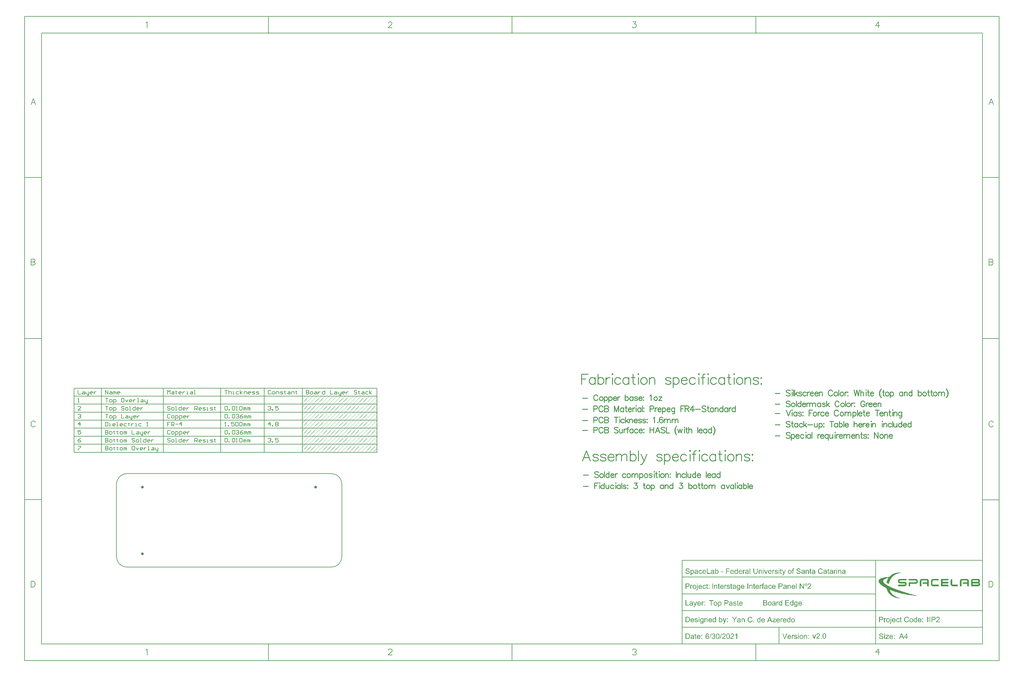
<source format=gtp>
G04*
G04 #@! TF.GenerationSoftware,Altium Limited,Altium Designer,18.1.7 (191)*
G04*
G04 Layer_Color=8421504*
%FSLAX25Y25*%
%MOIN*%
G70*
G01*
G75*
%ADD10C,0.00787*%
%ADD11C,0.01000*%
%ADD14C,0.00100*%
%ADD15C,0.00700*%
%ADD16C,0.03200*%
G36*
X799006Y-1464D02*
X799111Y-1474D01*
X799236Y-1493D01*
X799371Y-1512D01*
X799515Y-1541D01*
X799400Y-2214D01*
X799390D01*
X799361Y-2204D01*
X799313Y-2194D01*
X799255Y-2185D01*
X799179D01*
X799102Y-2175D01*
X798938Y-2166D01*
X798881D01*
X798823Y-2175D01*
X798746Y-2185D01*
X798669Y-2204D01*
X798583Y-2233D01*
X798506Y-2271D01*
X798439Y-2319D01*
X798429Y-2329D01*
X798419Y-2348D01*
X798390Y-2387D01*
X798371Y-2444D01*
X798343Y-2521D01*
X798314Y-2627D01*
X798304Y-2742D01*
X798294Y-2886D01*
Y-3300D01*
X799188D01*
Y-3905D01*
X798304D01*
Y-7874D01*
X797526D01*
Y-3905D01*
X796843D01*
Y-3300D01*
X797526D01*
Y-2819D01*
Y-2810D01*
Y-2800D01*
Y-2742D01*
X797535Y-2665D01*
Y-2560D01*
X797545Y-2454D01*
X797564Y-2339D01*
X797583Y-2233D01*
X797612Y-2137D01*
X797622Y-2127D01*
X797631Y-2089D01*
X797660Y-2031D01*
X797699Y-1964D01*
X797756Y-1877D01*
X797823Y-1801D01*
X797900Y-1724D01*
X797997Y-1647D01*
X798006Y-1637D01*
X798054Y-1618D01*
X798112Y-1589D01*
X798208Y-1551D01*
X798314Y-1512D01*
X798458Y-1483D01*
X798612Y-1464D01*
X798794Y-1455D01*
X798919D01*
X799006Y-1464D01*
D02*
G37*
G36*
X850064Y-2444D02*
X849285D01*
Y-1560D01*
X850064D01*
Y-2444D01*
D02*
G37*
G36*
X781957D02*
X781179D01*
Y-1560D01*
X781957D01*
Y-2444D01*
D02*
G37*
G36*
X763343D02*
X762565D01*
Y-1560D01*
X763343D01*
Y-2444D01*
D02*
G37*
G36*
X804704Y-1464D02*
X804772D01*
X804935Y-1483D01*
X805127Y-1512D01*
X805339Y-1551D01*
X805550Y-1608D01*
X805752Y-1685D01*
X805761D01*
X805771Y-1695D01*
X805800Y-1704D01*
X805838Y-1724D01*
X805934Y-1781D01*
X806059Y-1849D01*
X806194Y-1945D01*
X806328Y-2060D01*
X806463Y-2194D01*
X806578Y-2348D01*
X806588Y-2368D01*
X806626Y-2425D01*
X806674Y-2521D01*
X806722Y-2637D01*
X806780Y-2781D01*
X806838Y-2954D01*
X806876Y-3136D01*
X806895Y-3338D01*
X806098Y-3396D01*
Y-3386D01*
Y-3367D01*
X806088Y-3338D01*
X806079Y-3300D01*
X806059Y-3194D01*
X806021Y-3059D01*
X805963Y-2915D01*
X805886Y-2771D01*
X805781Y-2627D01*
X805656Y-2502D01*
X805637Y-2492D01*
X805588Y-2454D01*
X805502Y-2406D01*
X805387Y-2348D01*
X805233Y-2291D01*
X805041Y-2243D01*
X804820Y-2204D01*
X804560Y-2194D01*
X804435D01*
X804378Y-2204D01*
X804301D01*
X804137Y-2233D01*
X803955Y-2262D01*
X803772Y-2310D01*
X803599Y-2377D01*
X803522Y-2425D01*
X803455Y-2473D01*
X803445Y-2483D01*
X803407Y-2521D01*
X803349Y-2579D01*
X803292Y-2665D01*
X803224Y-2761D01*
X803176Y-2877D01*
X803138Y-3002D01*
X803119Y-3146D01*
Y-3165D01*
Y-3204D01*
X803128Y-3271D01*
X803148Y-3348D01*
X803176Y-3434D01*
X803224Y-3530D01*
X803282Y-3617D01*
X803359Y-3703D01*
X803368Y-3713D01*
X803417Y-3742D01*
X803445Y-3761D01*
X803484Y-3790D01*
X803541Y-3809D01*
X803609Y-3838D01*
X803686Y-3876D01*
X803772Y-3915D01*
X803868Y-3943D01*
X803984Y-3982D01*
X804118Y-4030D01*
X804262Y-4069D01*
X804426Y-4107D01*
X804608Y-4155D01*
X804618D01*
X804656Y-4165D01*
X804704Y-4174D01*
X804772Y-4193D01*
X804858Y-4213D01*
X804954Y-4241D01*
X805166Y-4290D01*
X805396Y-4357D01*
X805627Y-4424D01*
X805742Y-4453D01*
X805838Y-4491D01*
X805934Y-4530D01*
X806011Y-4559D01*
X806021D01*
X806040Y-4568D01*
X806059Y-4587D01*
X806098Y-4607D01*
X806194Y-4664D01*
X806319Y-4732D01*
X806453Y-4828D01*
X806588Y-4943D01*
X806713Y-5068D01*
X806818Y-5202D01*
X806828Y-5222D01*
X806857Y-5270D01*
X806905Y-5347D01*
X806953Y-5462D01*
X807001Y-5587D01*
X807049Y-5741D01*
X807078Y-5914D01*
X807088Y-6096D01*
Y-6106D01*
Y-6115D01*
Y-6144D01*
Y-6183D01*
X807068Y-6279D01*
X807049Y-6404D01*
X807020Y-6548D01*
X806963Y-6711D01*
X806895Y-6884D01*
X806799Y-7048D01*
X806790Y-7067D01*
X806742Y-7124D01*
X806684Y-7201D01*
X806588Y-7297D01*
X806472Y-7413D01*
X806328Y-7528D01*
X806155Y-7634D01*
X805963Y-7739D01*
X805954D01*
X805934Y-7749D01*
X805906Y-7759D01*
X805867Y-7778D01*
X805819Y-7797D01*
X805761Y-7816D01*
X805608Y-7855D01*
X805435Y-7903D01*
X805223Y-7941D01*
X805002Y-7970D01*
X804752Y-7980D01*
X804608D01*
X804541Y-7970D01*
X804454D01*
X804358Y-7960D01*
X804253Y-7951D01*
X804032Y-7922D01*
X803791Y-7874D01*
X803551Y-7816D01*
X803321Y-7739D01*
X803311D01*
X803292Y-7730D01*
X803263Y-7711D01*
X803224Y-7691D01*
X803119Y-7634D01*
X802994Y-7547D01*
X802840Y-7442D01*
X802696Y-7317D01*
X802542Y-7163D01*
X802407Y-6990D01*
Y-6980D01*
X802398Y-6971D01*
X802379Y-6942D01*
X802359Y-6903D01*
X802331Y-6855D01*
X802302Y-6798D01*
X802244Y-6654D01*
X802186Y-6490D01*
X802129Y-6288D01*
X802090Y-6077D01*
X802071Y-5846D01*
X802859Y-5779D01*
Y-5789D01*
Y-5798D01*
X802869Y-5856D01*
X802888Y-5942D01*
X802907Y-6058D01*
X802946Y-6183D01*
X802984Y-6317D01*
X803042Y-6442D01*
X803109Y-6567D01*
X803119Y-6577D01*
X803148Y-6615D01*
X803195Y-6673D01*
X803272Y-6740D01*
X803359Y-6817D01*
X803465Y-6903D01*
X803599Y-6980D01*
X803743Y-7057D01*
X803753D01*
X803763Y-7067D01*
X803820Y-7086D01*
X803907Y-7115D01*
X804032Y-7144D01*
X804166Y-7182D01*
X804339Y-7211D01*
X804522Y-7230D01*
X804714Y-7240D01*
X804791D01*
X804887Y-7230D01*
X804993Y-7220D01*
X805127Y-7211D01*
X805262Y-7182D01*
X805406Y-7153D01*
X805550Y-7105D01*
X805569Y-7096D01*
X805608Y-7076D01*
X805675Y-7048D01*
X805752Y-7000D01*
X805848Y-6942D01*
X805934Y-6875D01*
X806021Y-6798D01*
X806098Y-6711D01*
X806107Y-6702D01*
X806127Y-6663D01*
X806155Y-6615D01*
X806194Y-6548D01*
X806223Y-6471D01*
X806252Y-6375D01*
X806271Y-6279D01*
X806280Y-6173D01*
Y-6163D01*
Y-6125D01*
X806271Y-6067D01*
X806261Y-6000D01*
X806242Y-5914D01*
X806203Y-5827D01*
X806165Y-5741D01*
X806107Y-5654D01*
X806098Y-5644D01*
X806079Y-5616D01*
X806030Y-5577D01*
X805973Y-5520D01*
X805896Y-5462D01*
X805800Y-5404D01*
X805675Y-5337D01*
X805540Y-5279D01*
X805531Y-5270D01*
X805492Y-5260D01*
X805415Y-5241D01*
X805367Y-5222D01*
X805310Y-5202D01*
X805233Y-5183D01*
X805156Y-5164D01*
X805060Y-5135D01*
X804964Y-5106D01*
X804848Y-5077D01*
X804714Y-5049D01*
X804570Y-5010D01*
X804416Y-4972D01*
X804406D01*
X804378Y-4962D01*
X804329Y-4953D01*
X804272Y-4933D01*
X804205Y-4914D01*
X804128Y-4895D01*
X803945Y-4847D01*
X803743Y-4780D01*
X803541Y-4712D01*
X803359Y-4645D01*
X803272Y-4616D01*
X803205Y-4578D01*
X803195D01*
X803186Y-4568D01*
X803128Y-4530D01*
X803051Y-4482D01*
X802955Y-4414D01*
X802840Y-4328D01*
X802734Y-4232D01*
X802629Y-4117D01*
X802532Y-3992D01*
X802523Y-3972D01*
X802494Y-3924D01*
X802465Y-3857D01*
X802427Y-3761D01*
X802379Y-3646D01*
X802350Y-3511D01*
X802321Y-3357D01*
X802311Y-3204D01*
Y-3194D01*
Y-3184D01*
Y-3156D01*
Y-3117D01*
X802331Y-3031D01*
X802350Y-2915D01*
X802379Y-2771D01*
X802427Y-2627D01*
X802494Y-2464D01*
X802581Y-2310D01*
Y-2300D01*
X802590Y-2291D01*
X802629Y-2243D01*
X802696Y-2166D01*
X802782Y-2070D01*
X802888Y-1973D01*
X803022Y-1868D01*
X803186Y-1762D01*
X803368Y-1676D01*
X803378D01*
X803388Y-1666D01*
X803417Y-1656D01*
X803465Y-1637D01*
X803513Y-1627D01*
X803570Y-1608D01*
X803705Y-1560D01*
X803878Y-1522D01*
X804070Y-1493D01*
X804291Y-1464D01*
X804522Y-1455D01*
X804637D01*
X804704Y-1464D01*
D02*
G37*
G36*
X673893D02*
X673960D01*
X674124Y-1483D01*
X674316Y-1512D01*
X674527Y-1551D01*
X674739Y-1608D01*
X674940Y-1685D01*
X674950D01*
X674960Y-1695D01*
X674989Y-1704D01*
X675027Y-1724D01*
X675123Y-1781D01*
X675248Y-1849D01*
X675383Y-1945D01*
X675517Y-2060D01*
X675652Y-2194D01*
X675767Y-2348D01*
X675776Y-2368D01*
X675815Y-2425D01*
X675863Y-2521D01*
X675911Y-2637D01*
X675969Y-2781D01*
X676026Y-2954D01*
X676065Y-3136D01*
X676084Y-3338D01*
X675286Y-3396D01*
Y-3386D01*
Y-3367D01*
X675277Y-3338D01*
X675267Y-3300D01*
X675248Y-3194D01*
X675210Y-3059D01*
X675152Y-2915D01*
X675075Y-2771D01*
X674969Y-2627D01*
X674844Y-2502D01*
X674825Y-2492D01*
X674777Y-2454D01*
X674691Y-2406D01*
X674575Y-2348D01*
X674422Y-2291D01*
X674229Y-2243D01*
X674008Y-2204D01*
X673749Y-2194D01*
X673624D01*
X673566Y-2204D01*
X673489D01*
X673326Y-2233D01*
X673143Y-2262D01*
X672961Y-2310D01*
X672788Y-2377D01*
X672711Y-2425D01*
X672644Y-2473D01*
X672634Y-2483D01*
X672596Y-2521D01*
X672538Y-2579D01*
X672480Y-2665D01*
X672413Y-2761D01*
X672365Y-2877D01*
X672327Y-3002D01*
X672307Y-3146D01*
Y-3165D01*
Y-3204D01*
X672317Y-3271D01*
X672336Y-3348D01*
X672365Y-3434D01*
X672413Y-3530D01*
X672471Y-3617D01*
X672548Y-3703D01*
X672557Y-3713D01*
X672605Y-3742D01*
X672634Y-3761D01*
X672673Y-3790D01*
X672730Y-3809D01*
X672797Y-3838D01*
X672874Y-3876D01*
X672961Y-3915D01*
X673057Y-3943D01*
X673172Y-3982D01*
X673307Y-4030D01*
X673451Y-4069D01*
X673614Y-4107D01*
X673797Y-4155D01*
X673806D01*
X673845Y-4165D01*
X673893Y-4174D01*
X673960Y-4193D01*
X674047Y-4213D01*
X674143Y-4241D01*
X674354Y-4290D01*
X674585Y-4357D01*
X674816Y-4424D01*
X674931Y-4453D01*
X675027Y-4491D01*
X675123Y-4530D01*
X675200Y-4559D01*
X675210D01*
X675229Y-4568D01*
X675248Y-4587D01*
X675286Y-4607D01*
X675383Y-4664D01*
X675507Y-4732D01*
X675642Y-4828D01*
X675776Y-4943D01*
X675902Y-5068D01*
X676007Y-5202D01*
X676017Y-5222D01*
X676046Y-5270D01*
X676094Y-5347D01*
X676142Y-5462D01*
X676190Y-5587D01*
X676238Y-5741D01*
X676267Y-5914D01*
X676276Y-6096D01*
Y-6106D01*
Y-6115D01*
Y-6144D01*
Y-6183D01*
X676257Y-6279D01*
X676238Y-6404D01*
X676209Y-6548D01*
X676151Y-6711D01*
X676084Y-6884D01*
X675988Y-7048D01*
X675978Y-7067D01*
X675930Y-7124D01*
X675873Y-7201D01*
X675776Y-7297D01*
X675661Y-7413D01*
X675517Y-7528D01*
X675344Y-7634D01*
X675152Y-7739D01*
X675142D01*
X675123Y-7749D01*
X675094Y-7759D01*
X675056Y-7778D01*
X675008Y-7797D01*
X674950Y-7816D01*
X674796Y-7855D01*
X674623Y-7903D01*
X674412Y-7941D01*
X674191Y-7970D01*
X673941Y-7980D01*
X673797D01*
X673730Y-7970D01*
X673643D01*
X673547Y-7960D01*
X673441Y-7951D01*
X673220Y-7922D01*
X672980Y-7874D01*
X672740Y-7816D01*
X672509Y-7739D01*
X672500D01*
X672480Y-7730D01*
X672451Y-7711D01*
X672413Y-7691D01*
X672307Y-7634D01*
X672182Y-7547D01*
X672029Y-7442D01*
X671884Y-7317D01*
X671731Y-7163D01*
X671596Y-6990D01*
Y-6980D01*
X671587Y-6971D01*
X671567Y-6942D01*
X671548Y-6903D01*
X671519Y-6855D01*
X671490Y-6798D01*
X671433Y-6654D01*
X671375Y-6490D01*
X671317Y-6288D01*
X671279Y-6077D01*
X671260Y-5846D01*
X672048Y-5779D01*
Y-5789D01*
Y-5798D01*
X672057Y-5856D01*
X672077Y-5942D01*
X672096Y-6058D01*
X672134Y-6183D01*
X672173Y-6317D01*
X672230Y-6442D01*
X672298Y-6567D01*
X672307Y-6577D01*
X672336Y-6615D01*
X672384Y-6673D01*
X672461Y-6740D01*
X672548Y-6817D01*
X672653Y-6903D01*
X672788Y-6980D01*
X672932Y-7057D01*
X672942D01*
X672951Y-7067D01*
X673009Y-7086D01*
X673095Y-7115D01*
X673220Y-7144D01*
X673355Y-7182D01*
X673528Y-7211D01*
X673710Y-7230D01*
X673903Y-7240D01*
X673980D01*
X674076Y-7230D01*
X674181Y-7220D01*
X674316Y-7211D01*
X674450Y-7182D01*
X674594Y-7153D01*
X674739Y-7105D01*
X674758Y-7096D01*
X674796Y-7076D01*
X674864Y-7048D01*
X674940Y-7000D01*
X675037Y-6942D01*
X675123Y-6875D01*
X675210Y-6798D01*
X675286Y-6711D01*
X675296Y-6702D01*
X675315Y-6663D01*
X675344Y-6615D01*
X675383Y-6548D01*
X675411Y-6471D01*
X675440Y-6375D01*
X675459Y-6279D01*
X675469Y-6173D01*
Y-6163D01*
Y-6125D01*
X675459Y-6067D01*
X675450Y-6000D01*
X675431Y-5914D01*
X675392Y-5827D01*
X675354Y-5741D01*
X675296Y-5654D01*
X675286Y-5644D01*
X675267Y-5616D01*
X675219Y-5577D01*
X675162Y-5520D01*
X675085Y-5462D01*
X674989Y-5404D01*
X674864Y-5337D01*
X674729Y-5279D01*
X674719Y-5270D01*
X674681Y-5260D01*
X674604Y-5241D01*
X674556Y-5222D01*
X674498Y-5202D01*
X674422Y-5183D01*
X674345Y-5164D01*
X674249Y-5135D01*
X674153Y-5106D01*
X674037Y-5077D01*
X673903Y-5049D01*
X673758Y-5010D01*
X673605Y-4972D01*
X673595D01*
X673566Y-4962D01*
X673518Y-4953D01*
X673460Y-4933D01*
X673393Y-4914D01*
X673316Y-4895D01*
X673134Y-4847D01*
X672932Y-4780D01*
X672730Y-4712D01*
X672548Y-4645D01*
X672461Y-4616D01*
X672394Y-4578D01*
X672384D01*
X672375Y-4568D01*
X672317Y-4530D01*
X672240Y-4482D01*
X672144Y-4414D01*
X672029Y-4328D01*
X671923Y-4232D01*
X671817Y-4117D01*
X671721Y-3992D01*
X671711Y-3972D01*
X671683Y-3924D01*
X671654Y-3857D01*
X671615Y-3761D01*
X671567Y-3646D01*
X671538Y-3511D01*
X671510Y-3357D01*
X671500Y-3204D01*
Y-3194D01*
Y-3184D01*
Y-3156D01*
Y-3117D01*
X671519Y-3031D01*
X671538Y-2915D01*
X671567Y-2771D01*
X671615Y-2627D01*
X671683Y-2464D01*
X671769Y-2310D01*
Y-2300D01*
X671779Y-2291D01*
X671817Y-2243D01*
X671884Y-2166D01*
X671971Y-2070D01*
X672077Y-1973D01*
X672211Y-1868D01*
X672375Y-1762D01*
X672557Y-1676D01*
X672567D01*
X672576Y-1666D01*
X672605Y-1656D01*
X672653Y-1637D01*
X672701Y-1627D01*
X672759Y-1608D01*
X672893Y-1560D01*
X673067Y-1522D01*
X673259Y-1493D01*
X673480Y-1464D01*
X673710Y-1455D01*
X673826D01*
X673893Y-1464D01*
D02*
G37*
G36*
X830728D02*
X830805Y-1474D01*
X830901Y-1483D01*
X831007Y-1493D01*
X831122Y-1512D01*
X831372Y-1570D01*
X831641Y-1656D01*
X831776Y-1714D01*
X831910Y-1781D01*
X832035Y-1858D01*
X832160Y-1945D01*
X832170Y-1954D01*
X832189Y-1964D01*
X832218Y-1993D01*
X832266Y-2031D01*
X832314Y-2079D01*
X832381Y-2146D01*
X832448Y-2214D01*
X832516Y-2291D01*
X832592Y-2387D01*
X832660Y-2483D01*
X832737Y-2598D01*
X832814Y-2723D01*
X832881Y-2848D01*
X832948Y-2992D01*
X833063Y-3300D01*
X832237Y-3492D01*
Y-3482D01*
X832227Y-3463D01*
X832218Y-3425D01*
X832199Y-3376D01*
X832170Y-3319D01*
X832141Y-3252D01*
X832074Y-3108D01*
X831987Y-2944D01*
X831872Y-2771D01*
X831747Y-2617D01*
X831593Y-2483D01*
X831574Y-2473D01*
X831516Y-2435D01*
X831430Y-2387D01*
X831305Y-2319D01*
X831161Y-2262D01*
X830978Y-2214D01*
X830776Y-2175D01*
X830546Y-2166D01*
X830478D01*
X830430Y-2175D01*
X830363D01*
X830296Y-2185D01*
X830123Y-2214D01*
X829931Y-2252D01*
X829729Y-2319D01*
X829527Y-2406D01*
X829335Y-2521D01*
X829325D01*
X829315Y-2541D01*
X829258Y-2589D01*
X829171Y-2665D01*
X829066Y-2771D01*
X828960Y-2906D01*
X828845Y-3059D01*
X828739Y-3252D01*
X828652Y-3463D01*
Y-3473D01*
X828643Y-3492D01*
X828633Y-3521D01*
X828624Y-3569D01*
X828604Y-3617D01*
X828595Y-3684D01*
X828556Y-3838D01*
X828518Y-4020D01*
X828489Y-4222D01*
X828470Y-4443D01*
X828460Y-4674D01*
Y-4684D01*
Y-4712D01*
Y-4751D01*
Y-4808D01*
X828470Y-4876D01*
Y-4962D01*
X828479Y-5049D01*
X828489Y-5145D01*
X828518Y-5366D01*
X828556Y-5606D01*
X828614Y-5846D01*
X828691Y-6077D01*
Y-6087D01*
X828701Y-6106D01*
X828720Y-6135D01*
X828739Y-6173D01*
X828787Y-6288D01*
X828864Y-6413D01*
X828969Y-6567D01*
X829095Y-6711D01*
X829239Y-6855D01*
X829412Y-6980D01*
X829421D01*
X829431Y-6990D01*
X829460Y-7009D01*
X829498Y-7028D01*
X829604Y-7067D01*
X829738Y-7124D01*
X829892Y-7173D01*
X830075Y-7220D01*
X830276Y-7259D01*
X830488Y-7269D01*
X830555D01*
X830603Y-7259D01*
X830661D01*
X830738Y-7249D01*
X830901Y-7220D01*
X831084Y-7173D01*
X831286Y-7096D01*
X831478Y-7000D01*
X831670Y-6865D01*
X831680Y-6855D01*
X831689Y-6846D01*
X831747Y-6788D01*
X831833Y-6692D01*
X831939Y-6567D01*
X832045Y-6394D01*
X832160Y-6192D01*
X832256Y-5942D01*
X832333Y-5664D01*
X833169Y-5875D01*
Y-5885D01*
X833160Y-5923D01*
X833140Y-5971D01*
X833121Y-6048D01*
X833083Y-6125D01*
X833044Y-6231D01*
X833006Y-6336D01*
X832948Y-6452D01*
X832823Y-6711D01*
X832650Y-6971D01*
X832458Y-7220D01*
X832343Y-7336D01*
X832218Y-7442D01*
X832208Y-7451D01*
X832189Y-7461D01*
X832150Y-7490D01*
X832093Y-7528D01*
X832026Y-7566D01*
X831949Y-7615D01*
X831862Y-7663D01*
X831756Y-7711D01*
X831641Y-7759D01*
X831516Y-7807D01*
X831372Y-7855D01*
X831228Y-7893D01*
X830911Y-7960D01*
X830738Y-7970D01*
X830555Y-7980D01*
X830459D01*
X830382Y-7970D01*
X830296D01*
X830200Y-7960D01*
X830084Y-7941D01*
X829969Y-7932D01*
X829700Y-7874D01*
X829421Y-7807D01*
X829152Y-7701D01*
X829018Y-7643D01*
X828893Y-7566D01*
X828883Y-7557D01*
X828864Y-7547D01*
X828835Y-7518D01*
X828787Y-7490D01*
X828672Y-7394D01*
X828537Y-7259D01*
X828374Y-7096D01*
X828220Y-6884D01*
X828057Y-6644D01*
X827922Y-6365D01*
Y-6356D01*
X827912Y-6327D01*
X827893Y-6288D01*
X827874Y-6231D01*
X827845Y-6154D01*
X827816Y-6067D01*
X827787Y-5971D01*
X827759Y-5856D01*
X827730Y-5741D01*
X827701Y-5606D01*
X827643Y-5318D01*
X827605Y-5010D01*
X827595Y-4674D01*
Y-4664D01*
Y-4626D01*
Y-4578D01*
X827605Y-4510D01*
Y-4424D01*
X827614Y-4318D01*
X827624Y-4213D01*
X827643Y-4088D01*
X827691Y-3819D01*
X827749Y-3530D01*
X827845Y-3232D01*
X827970Y-2954D01*
Y-2944D01*
X827989Y-2925D01*
X828008Y-2886D01*
X828037Y-2829D01*
X828076Y-2771D01*
X828124Y-2704D01*
X828249Y-2541D01*
X828393Y-2358D01*
X828576Y-2175D01*
X828797Y-1993D01*
X829037Y-1839D01*
X829046D01*
X829066Y-1820D01*
X829104Y-1801D01*
X829162Y-1781D01*
X829219Y-1752D01*
X829296Y-1714D01*
X829392Y-1685D01*
X829488Y-1647D01*
X829594Y-1608D01*
X829710Y-1579D01*
X829969Y-1512D01*
X830257Y-1474D01*
X830565Y-1455D01*
X830661D01*
X830728Y-1464D01*
D02*
G37*
G36*
X732927Y-7874D02*
X732206D01*
Y-7307D01*
X732197Y-7317D01*
X732187Y-7336D01*
X732158Y-7365D01*
X732120Y-7413D01*
X732082Y-7461D01*
X732024Y-7518D01*
X731957Y-7576D01*
X731880Y-7643D01*
X731793Y-7701D01*
X731697Y-7768D01*
X731591Y-7826D01*
X731486Y-7874D01*
X731361Y-7922D01*
X731226Y-7951D01*
X731082Y-7970D01*
X730928Y-7980D01*
X730871D01*
X730832Y-7970D01*
X730726Y-7960D01*
X730602Y-7941D01*
X730438Y-7903D01*
X730275Y-7855D01*
X730092Y-7778D01*
X729919Y-7682D01*
X729910D01*
X729900Y-7672D01*
X729842Y-7624D01*
X729766Y-7557D01*
X729660Y-7461D01*
X729554Y-7345D01*
X729429Y-7201D01*
X729323Y-7038D01*
X729218Y-6846D01*
Y-6836D01*
X729208Y-6817D01*
X729199Y-6788D01*
X729179Y-6750D01*
X729160Y-6702D01*
X729141Y-6634D01*
X729093Y-6481D01*
X729045Y-6298D01*
X729006Y-6087D01*
X728977Y-5856D01*
X728968Y-5596D01*
Y-5587D01*
Y-5568D01*
Y-5529D01*
Y-5481D01*
X728977Y-5424D01*
Y-5347D01*
X728997Y-5183D01*
X729026Y-4991D01*
X729064Y-4789D01*
X729112Y-4568D01*
X729189Y-4357D01*
Y-4347D01*
X729199Y-4328D01*
X729218Y-4299D01*
X729237Y-4261D01*
X729285Y-4165D01*
X729362Y-4040D01*
X729458Y-3895D01*
X729573Y-3751D01*
X729708Y-3617D01*
X729871Y-3492D01*
X729881D01*
X729890Y-3482D01*
X729948Y-3444D01*
X730044Y-3396D01*
X730169Y-3338D01*
X730323Y-3290D01*
X730496Y-3242D01*
X730688Y-3204D01*
X730890Y-3194D01*
X730957D01*
X731034Y-3204D01*
X731140Y-3213D01*
X731246Y-3242D01*
X731370Y-3271D01*
X731495Y-3319D01*
X731620Y-3376D01*
X731639Y-3386D01*
X731678Y-3405D01*
X731736Y-3444D01*
X731812Y-3501D01*
X731889Y-3559D01*
X731985Y-3636D01*
X732072Y-3732D01*
X732149Y-3828D01*
Y-1560D01*
X732927D01*
Y-7874D01*
D02*
G37*
G36*
X679553Y-3213D02*
X679688Y-3232D01*
X679851Y-3271D01*
X680024Y-3319D01*
X680197Y-3396D01*
X680370Y-3501D01*
X680380D01*
X680389Y-3511D01*
X680447Y-3559D01*
X680524Y-3626D01*
X680630Y-3723D01*
X680735Y-3838D01*
X680851Y-3992D01*
X680956Y-4155D01*
X681052Y-4357D01*
Y-4366D01*
X681062Y-4386D01*
X681072Y-4414D01*
X681091Y-4453D01*
X681110Y-4501D01*
X681129Y-4568D01*
X681168Y-4712D01*
X681206Y-4895D01*
X681245Y-5097D01*
X681274Y-5318D01*
X681283Y-5558D01*
Y-5568D01*
Y-5587D01*
Y-5625D01*
Y-5673D01*
X681274Y-5741D01*
Y-5808D01*
X681254Y-5981D01*
X681216Y-6173D01*
X681177Y-6385D01*
X681110Y-6605D01*
X681024Y-6826D01*
Y-6836D01*
X681014Y-6855D01*
X680995Y-6884D01*
X680976Y-6923D01*
X680918Y-7019D01*
X680841Y-7144D01*
X680735Y-7278D01*
X680610Y-7422D01*
X680466Y-7557D01*
X680293Y-7682D01*
X680284D01*
X680274Y-7691D01*
X680245Y-7711D01*
X680207Y-7730D01*
X680111Y-7778D01*
X679986Y-7826D01*
X679832Y-7884D01*
X679669Y-7932D01*
X679476Y-7970D01*
X679284Y-7980D01*
X679217D01*
X679150Y-7970D01*
X679053Y-7960D01*
X678948Y-7941D01*
X678832Y-7913D01*
X678708Y-7874D01*
X678592Y-7826D01*
X678583Y-7816D01*
X678544Y-7797D01*
X678487Y-7759D01*
X678419Y-7711D01*
X678333Y-7653D01*
X678256Y-7586D01*
X678169Y-7499D01*
X678093Y-7413D01*
Y-9623D01*
X677314D01*
Y-3300D01*
X678025D01*
Y-3895D01*
X678035Y-3876D01*
X678064Y-3838D01*
X678121Y-3780D01*
X678189Y-3703D01*
X678265Y-3617D01*
X678362Y-3530D01*
X678467Y-3444D01*
X678583Y-3376D01*
X678602Y-3367D01*
X678640Y-3348D01*
X678708Y-3319D01*
X678794Y-3280D01*
X678909Y-3252D01*
X679034Y-3223D01*
X679178Y-3204D01*
X679342Y-3194D01*
X679438D01*
X679553Y-3213D01*
D02*
G37*
G36*
X853542Y-3204D02*
X853638Y-3213D01*
X853754Y-3232D01*
X853888Y-3261D01*
X854013Y-3300D01*
X854148Y-3348D01*
X854167Y-3357D01*
X854205Y-3376D01*
X854263Y-3405D01*
X854340Y-3453D01*
X854426Y-3511D01*
X854513Y-3578D01*
X854599Y-3655D01*
X854667Y-3742D01*
X854676Y-3751D01*
X854696Y-3780D01*
X854724Y-3838D01*
X854763Y-3905D01*
X854801Y-3982D01*
X854840Y-4078D01*
X854878Y-4193D01*
X854907Y-4309D01*
Y-4318D01*
X854916Y-4347D01*
X854926Y-4405D01*
X854936Y-4482D01*
Y-4587D01*
X854945Y-4722D01*
X854955Y-4876D01*
Y-5068D01*
Y-7874D01*
X854177D01*
Y-5097D01*
Y-5087D01*
Y-5077D01*
Y-5020D01*
Y-4933D01*
X854167Y-4828D01*
X854157Y-4722D01*
X854138Y-4597D01*
X854109Y-4491D01*
X854080Y-4395D01*
Y-4386D01*
X854061Y-4357D01*
X854042Y-4309D01*
X854013Y-4261D01*
X853965Y-4193D01*
X853907Y-4136D01*
X853840Y-4069D01*
X853763Y-4011D01*
X853754Y-4001D01*
X853725Y-3992D01*
X853677Y-3963D01*
X853610Y-3934D01*
X853533Y-3915D01*
X853437Y-3886D01*
X853341Y-3876D01*
X853225Y-3867D01*
X853139D01*
X853052Y-3886D01*
X852927Y-3905D01*
X852793Y-3943D01*
X852658Y-4001D01*
X852504Y-4078D01*
X852370Y-4184D01*
X852351Y-4203D01*
X852312Y-4251D01*
X852255Y-4328D01*
X852226Y-4386D01*
X852197Y-4453D01*
X852159Y-4530D01*
X852130Y-4616D01*
X852101Y-4712D01*
X852072Y-4818D01*
X852043Y-4943D01*
X852034Y-5077D01*
X852014Y-5222D01*
Y-5375D01*
Y-7874D01*
X851236D01*
Y-3300D01*
X851937D01*
Y-3953D01*
X851947Y-3943D01*
X851957Y-3924D01*
X851985Y-3886D01*
X852034Y-3838D01*
X852082Y-3780D01*
X852149Y-3713D01*
X852216Y-3646D01*
X852303Y-3569D01*
X852408Y-3501D01*
X852514Y-3434D01*
X852629Y-3367D01*
X852764Y-3309D01*
X852899Y-3261D01*
X853052Y-3223D01*
X853216Y-3204D01*
X853389Y-3194D01*
X853456D01*
X853542Y-3204D01*
D02*
G37*
G36*
X815333D02*
X815429Y-3213D01*
X815544Y-3232D01*
X815679Y-3261D01*
X815804Y-3300D01*
X815938Y-3348D01*
X815958Y-3357D01*
X815996Y-3376D01*
X816054Y-3405D01*
X816131Y-3453D01*
X816217Y-3511D01*
X816304Y-3578D01*
X816390Y-3655D01*
X816457Y-3742D01*
X816467Y-3751D01*
X816486Y-3780D01*
X816515Y-3838D01*
X816553Y-3905D01*
X816592Y-3982D01*
X816630Y-4078D01*
X816669Y-4193D01*
X816698Y-4309D01*
Y-4318D01*
X816707Y-4347D01*
X816717Y-4405D01*
X816726Y-4482D01*
Y-4587D01*
X816736Y-4722D01*
X816746Y-4876D01*
Y-5068D01*
Y-7874D01*
X815967D01*
Y-5097D01*
Y-5087D01*
Y-5077D01*
Y-5020D01*
Y-4933D01*
X815958Y-4828D01*
X815948Y-4722D01*
X815929Y-4597D01*
X815900Y-4491D01*
X815871Y-4395D01*
Y-4386D01*
X815852Y-4357D01*
X815833Y-4309D01*
X815804Y-4261D01*
X815756Y-4193D01*
X815698Y-4136D01*
X815631Y-4069D01*
X815554Y-4011D01*
X815544Y-4001D01*
X815516Y-3992D01*
X815467Y-3963D01*
X815400Y-3934D01*
X815323Y-3915D01*
X815227Y-3886D01*
X815131Y-3876D01*
X815016Y-3867D01*
X814929D01*
X814843Y-3886D01*
X814718Y-3905D01*
X814583Y-3943D01*
X814449Y-4001D01*
X814295Y-4078D01*
X814161Y-4184D01*
X814141Y-4203D01*
X814103Y-4251D01*
X814045Y-4328D01*
X814016Y-4386D01*
X813988Y-4453D01*
X813949Y-4530D01*
X813920Y-4616D01*
X813892Y-4712D01*
X813863Y-4818D01*
X813834Y-4943D01*
X813824Y-5077D01*
X813805Y-5222D01*
Y-5375D01*
Y-7874D01*
X813027D01*
Y-3300D01*
X813728D01*
Y-3953D01*
X813738Y-3943D01*
X813747Y-3924D01*
X813776Y-3886D01*
X813824Y-3838D01*
X813872Y-3780D01*
X813939Y-3713D01*
X814007Y-3646D01*
X814093Y-3569D01*
X814199Y-3501D01*
X814305Y-3434D01*
X814420Y-3367D01*
X814555Y-3309D01*
X814689Y-3261D01*
X814843Y-3223D01*
X815006Y-3204D01*
X815179Y-3194D01*
X815246D01*
X815333Y-3204D01*
D02*
G37*
G36*
X759960D02*
X760056Y-3213D01*
X760172Y-3232D01*
X760306Y-3261D01*
X760431Y-3300D01*
X760566Y-3348D01*
X760585Y-3357D01*
X760623Y-3376D01*
X760681Y-3405D01*
X760758Y-3453D01*
X760844Y-3511D01*
X760931Y-3578D01*
X761017Y-3655D01*
X761085Y-3742D01*
X761094Y-3751D01*
X761113Y-3780D01*
X761142Y-3838D01*
X761181Y-3905D01*
X761219Y-3982D01*
X761258Y-4078D01*
X761296Y-4193D01*
X761325Y-4309D01*
Y-4318D01*
X761334Y-4347D01*
X761344Y-4405D01*
X761354Y-4482D01*
Y-4587D01*
X761363Y-4722D01*
X761373Y-4876D01*
Y-5068D01*
Y-7874D01*
X760594D01*
Y-5097D01*
Y-5087D01*
Y-5077D01*
Y-5020D01*
Y-4933D01*
X760585Y-4828D01*
X760575Y-4722D01*
X760556Y-4597D01*
X760527Y-4491D01*
X760498Y-4395D01*
Y-4386D01*
X760479Y-4357D01*
X760460Y-4309D01*
X760431Y-4261D01*
X760383Y-4193D01*
X760325Y-4136D01*
X760258Y-4069D01*
X760181Y-4011D01*
X760172Y-4001D01*
X760143Y-3992D01*
X760095Y-3963D01*
X760027Y-3934D01*
X759950Y-3915D01*
X759854Y-3886D01*
X759758Y-3876D01*
X759643Y-3867D01*
X759556D01*
X759470Y-3886D01*
X759345Y-3905D01*
X759211Y-3943D01*
X759076Y-4001D01*
X758922Y-4078D01*
X758788Y-4184D01*
X758769Y-4203D01*
X758730Y-4251D01*
X758672Y-4328D01*
X758644Y-4386D01*
X758615Y-4453D01*
X758576Y-4530D01*
X758547Y-4616D01*
X758519Y-4712D01*
X758490Y-4818D01*
X758461Y-4943D01*
X758451Y-5077D01*
X758432Y-5222D01*
Y-5375D01*
Y-7874D01*
X757654D01*
Y-3300D01*
X758355D01*
Y-3953D01*
X758365Y-3943D01*
X758375Y-3924D01*
X758403Y-3886D01*
X758451Y-3838D01*
X758499Y-3780D01*
X758567Y-3713D01*
X758634Y-3646D01*
X758720Y-3569D01*
X758826Y-3501D01*
X758932Y-3434D01*
X759047Y-3367D01*
X759182Y-3309D01*
X759316Y-3261D01*
X759470Y-3223D01*
X759633Y-3204D01*
X759806Y-3194D01*
X759874D01*
X759960Y-3204D01*
D02*
G37*
G36*
X848170D02*
X848276Y-3223D01*
X848391Y-3261D01*
X848526Y-3300D01*
X848670Y-3367D01*
X848824Y-3453D01*
X848545Y-4165D01*
X848536Y-4155D01*
X848497Y-4136D01*
X848439Y-4107D01*
X848372Y-4078D01*
X848286Y-4049D01*
X848190Y-4020D01*
X848084Y-4001D01*
X847978Y-3992D01*
X847940D01*
X847892Y-4001D01*
X847824Y-4011D01*
X847757Y-4030D01*
X847680Y-4059D01*
X847603Y-4097D01*
X847526Y-4145D01*
X847517Y-4155D01*
X847498Y-4174D01*
X847459Y-4213D01*
X847421Y-4261D01*
X847373Y-4318D01*
X847325Y-4395D01*
X847286Y-4482D01*
X847248Y-4578D01*
X847238Y-4597D01*
X847229Y-4645D01*
X847209Y-4732D01*
X847190Y-4847D01*
X847161Y-4981D01*
X847142Y-5135D01*
X847132Y-5299D01*
X847123Y-5481D01*
Y-7874D01*
X846344D01*
Y-3300D01*
X847046D01*
Y-3982D01*
X847056Y-3972D01*
X847094Y-3915D01*
X847142Y-3828D01*
X847200Y-3732D01*
X847277Y-3626D01*
X847363Y-3521D01*
X847440Y-3425D01*
X847526Y-3357D01*
X847536Y-3348D01*
X847565Y-3328D01*
X847613Y-3309D01*
X847680Y-3271D01*
X847748Y-3242D01*
X847834Y-3223D01*
X847930Y-3204D01*
X848026Y-3194D01*
X848093D01*
X848170Y-3204D01*
D02*
G37*
G36*
X775653D02*
X775759Y-3223D01*
X775874Y-3261D01*
X776009Y-3300D01*
X776153Y-3367D01*
X776307Y-3453D01*
X776028Y-4165D01*
X776018Y-4155D01*
X775980Y-4136D01*
X775922Y-4107D01*
X775855Y-4078D01*
X775769Y-4049D01*
X775672Y-4020D01*
X775567Y-4001D01*
X775461Y-3992D01*
X775423D01*
X775375Y-4001D01*
X775307Y-4011D01*
X775240Y-4030D01*
X775163Y-4059D01*
X775086Y-4097D01*
X775009Y-4145D01*
X775000Y-4155D01*
X774981Y-4174D01*
X774942Y-4213D01*
X774904Y-4261D01*
X774856Y-4318D01*
X774808Y-4395D01*
X774769Y-4482D01*
X774731Y-4578D01*
X774721Y-4597D01*
X774712Y-4645D01*
X774692Y-4732D01*
X774673Y-4847D01*
X774644Y-4981D01*
X774625Y-5135D01*
X774615Y-5299D01*
X774606Y-5481D01*
Y-7874D01*
X773827D01*
Y-3300D01*
X774529D01*
Y-3982D01*
X774539Y-3972D01*
X774577Y-3915D01*
X774625Y-3828D01*
X774683Y-3732D01*
X774759Y-3626D01*
X774846Y-3521D01*
X774923Y-3425D01*
X775009Y-3357D01*
X775019Y-3348D01*
X775048Y-3328D01*
X775096Y-3309D01*
X775163Y-3271D01*
X775230Y-3242D01*
X775317Y-3223D01*
X775413Y-3204D01*
X775509Y-3194D01*
X775576D01*
X775653Y-3204D01*
D02*
G37*
G36*
X740875D02*
X740980Y-3223D01*
X741096Y-3261D01*
X741230Y-3300D01*
X741374Y-3367D01*
X741528Y-3453D01*
X741250Y-4165D01*
X741240Y-4155D01*
X741201Y-4136D01*
X741144Y-4107D01*
X741077Y-4078D01*
X740990Y-4049D01*
X740894Y-4020D01*
X740788Y-4001D01*
X740683Y-3992D01*
X740644D01*
X740596Y-4001D01*
X740529Y-4011D01*
X740461Y-4030D01*
X740385Y-4059D01*
X740308Y-4097D01*
X740231Y-4145D01*
X740221Y-4155D01*
X740202Y-4174D01*
X740164Y-4213D01*
X740125Y-4261D01*
X740077Y-4318D01*
X740029Y-4395D01*
X739991Y-4482D01*
X739952Y-4578D01*
X739943Y-4597D01*
X739933Y-4645D01*
X739914Y-4732D01*
X739894Y-4847D01*
X739866Y-4981D01*
X739846Y-5135D01*
X739837Y-5299D01*
X739827Y-5481D01*
Y-7874D01*
X739049D01*
Y-3300D01*
X739750D01*
Y-3982D01*
X739760Y-3972D01*
X739798Y-3915D01*
X739846Y-3828D01*
X739904Y-3732D01*
X739981Y-3626D01*
X740067Y-3521D01*
X740144Y-3425D01*
X740231Y-3357D01*
X740240Y-3348D01*
X740269Y-3328D01*
X740317Y-3309D01*
X740385Y-3271D01*
X740452Y-3242D01*
X740538Y-3223D01*
X740634Y-3204D01*
X740730Y-3194D01*
X740798D01*
X740875Y-3204D01*
D02*
G37*
G36*
X778450D02*
X778575Y-3213D01*
X778728Y-3232D01*
X778882Y-3261D01*
X779046Y-3300D01*
X779199Y-3357D01*
X779209D01*
X779219Y-3367D01*
X779267Y-3386D01*
X779344Y-3425D01*
X779430Y-3463D01*
X779526Y-3530D01*
X779632Y-3598D01*
X779728Y-3684D01*
X779805Y-3780D01*
X779814Y-3790D01*
X779834Y-3828D01*
X779872Y-3886D01*
X779920Y-3963D01*
X779959Y-4059D01*
X780007Y-4184D01*
X780045Y-4318D01*
X780084Y-4472D01*
X779324Y-4578D01*
Y-4559D01*
X779315Y-4520D01*
X779295Y-4453D01*
X779267Y-4376D01*
X779228Y-4290D01*
X779171Y-4203D01*
X779103Y-4107D01*
X779017Y-4030D01*
X779007Y-4020D01*
X778969Y-4001D01*
X778911Y-3963D01*
X778834Y-3924D01*
X778738Y-3895D01*
X778613Y-3857D01*
X778479Y-3838D01*
X778315Y-3828D01*
X778229D01*
X778133Y-3838D01*
X778017Y-3847D01*
X777892Y-3876D01*
X777768Y-3905D01*
X777642Y-3953D01*
X777546Y-4011D01*
X777537Y-4020D01*
X777508Y-4040D01*
X777479Y-4078D01*
X777441Y-4126D01*
X777393Y-4184D01*
X777364Y-4261D01*
X777335Y-4338D01*
X777325Y-4424D01*
Y-4434D01*
Y-4453D01*
X777335Y-4482D01*
Y-4520D01*
X777364Y-4607D01*
X777412Y-4703D01*
X777422Y-4712D01*
X777431Y-4722D01*
X777489Y-4770D01*
X777527Y-4808D01*
X777575Y-4837D01*
X777642Y-4876D01*
X777710Y-4905D01*
X777719D01*
X777739Y-4914D01*
X777777Y-4924D01*
X777844Y-4943D01*
X777931Y-4972D01*
X778056Y-5010D01*
X778209Y-5049D01*
X778296Y-5077D01*
X778402Y-5106D01*
X778411D01*
X778440Y-5116D01*
X778479Y-5126D01*
X778536Y-5145D01*
X778604Y-5164D01*
X778680Y-5183D01*
X778853Y-5231D01*
X779046Y-5289D01*
X779238Y-5356D01*
X779411Y-5414D01*
X779488Y-5443D01*
X779555Y-5472D01*
X779574Y-5481D01*
X779613Y-5500D01*
X779670Y-5529D01*
X779738Y-5568D01*
X779824Y-5625D01*
X779911Y-5702D01*
X779987Y-5779D01*
X780064Y-5875D01*
X780074Y-5885D01*
X780093Y-5923D01*
X780122Y-5981D01*
X780160Y-6058D01*
X780199Y-6154D01*
X780228Y-6269D01*
X780247Y-6394D01*
X780257Y-6538D01*
Y-6558D01*
Y-6605D01*
X780247Y-6682D01*
X780228Y-6769D01*
X780199Y-6884D01*
X780160Y-7009D01*
X780103Y-7134D01*
X780026Y-7269D01*
X780016Y-7288D01*
X779987Y-7326D01*
X779930Y-7384D01*
X779853Y-7461D01*
X779766Y-7547D01*
X779651Y-7634D01*
X779517Y-7720D01*
X779363Y-7797D01*
X779344Y-7807D01*
X779286Y-7826D01*
X779199Y-7855D01*
X779084Y-7884D01*
X778940Y-7922D01*
X778777Y-7951D01*
X778594Y-7970D01*
X778402Y-7980D01*
X778315D01*
X778258Y-7970D01*
X778181D01*
X778094Y-7960D01*
X777892Y-7932D01*
X777671Y-7893D01*
X777450Y-7826D01*
X777229Y-7739D01*
X777133Y-7682D01*
X777037Y-7615D01*
X777028D01*
X777018Y-7595D01*
X776960Y-7547D01*
X776883Y-7461D01*
X776787Y-7336D01*
X776691Y-7182D01*
X776595Y-6990D01*
X776509Y-6769D01*
X776451Y-6509D01*
X777220Y-6385D01*
Y-6394D01*
Y-6404D01*
X777229Y-6461D01*
X777258Y-6548D01*
X777287Y-6654D01*
X777335Y-6769D01*
X777393Y-6884D01*
X777479Y-7000D01*
X777575Y-7105D01*
X777585Y-7115D01*
X777633Y-7144D01*
X777700Y-7182D01*
X777787Y-7220D01*
X777912Y-7269D01*
X778046Y-7307D01*
X778219Y-7336D01*
X778402Y-7345D01*
X778488D01*
X778584Y-7336D01*
X778700Y-7317D01*
X778834Y-7297D01*
X778969Y-7259D01*
X779094Y-7201D01*
X779199Y-7134D01*
X779209Y-7124D01*
X779238Y-7096D01*
X779286Y-7048D01*
X779334Y-6990D01*
X779372Y-6913D01*
X779420Y-6817D01*
X779449Y-6721D01*
X779459Y-6615D01*
Y-6605D01*
Y-6567D01*
X779449Y-6529D01*
X779430Y-6461D01*
X779401Y-6404D01*
X779363Y-6327D01*
X779305Y-6260D01*
X779228Y-6202D01*
X779219Y-6192D01*
X779190Y-6183D01*
X779142Y-6163D01*
X779065Y-6125D01*
X778959Y-6096D01*
X778825Y-6048D01*
X778738Y-6019D01*
X778652Y-6000D01*
X778546Y-5971D01*
X778431Y-5942D01*
X778421D01*
X778392Y-5933D01*
X778354Y-5923D01*
X778296Y-5904D01*
X778219Y-5885D01*
X778142Y-5866D01*
X777960Y-5808D01*
X777768Y-5750D01*
X777566Y-5692D01*
X777383Y-5625D01*
X777306Y-5596D01*
X777239Y-5568D01*
X777229Y-5558D01*
X777181Y-5539D01*
X777124Y-5500D01*
X777056Y-5452D01*
X776970Y-5395D01*
X776893Y-5318D01*
X776806Y-5231D01*
X776739Y-5135D01*
X776730Y-5126D01*
X776710Y-5087D01*
X776691Y-5029D01*
X776662Y-4953D01*
X776624Y-4866D01*
X776605Y-4760D01*
X776585Y-4645D01*
X776576Y-4520D01*
Y-4510D01*
Y-4472D01*
X776585Y-4405D01*
X776595Y-4338D01*
X776605Y-4251D01*
X776634Y-4155D01*
X776662Y-4049D01*
X776710Y-3953D01*
X776720Y-3943D01*
X776739Y-3905D01*
X776768Y-3857D01*
X776816Y-3799D01*
X776864Y-3732D01*
X776931Y-3665D01*
X777008Y-3588D01*
X777095Y-3521D01*
X777104Y-3511D01*
X777133Y-3501D01*
X777172Y-3473D01*
X777229Y-3444D01*
X777297Y-3405D01*
X777383Y-3367D01*
X777479Y-3328D01*
X777585Y-3290D01*
X777604D01*
X777642Y-3271D01*
X777700Y-3261D01*
X777787Y-3242D01*
X777892Y-3223D01*
X777998Y-3213D01*
X778123Y-3194D01*
X778344D01*
X778450Y-3204D01*
D02*
G37*
G36*
X689086D02*
X689154D01*
X689221Y-3213D01*
X689394Y-3242D01*
X689586Y-3290D01*
X689797Y-3357D01*
X689999Y-3453D01*
X690182Y-3578D01*
X690192D01*
X690201Y-3598D01*
X690259Y-3646D01*
X690336Y-3732D01*
X690432Y-3847D01*
X690538Y-4001D01*
X690634Y-4184D01*
X690720Y-4405D01*
X690787Y-4645D01*
X690038Y-4760D01*
Y-4751D01*
X690028Y-4741D01*
X690019Y-4684D01*
X689990Y-4607D01*
X689951Y-4501D01*
X689894Y-4386D01*
X689826Y-4270D01*
X689749Y-4165D01*
X689653Y-4069D01*
X689644Y-4059D01*
X689605Y-4030D01*
X689548Y-3992D01*
X689471Y-3943D01*
X689375Y-3905D01*
X689269Y-3867D01*
X689134Y-3838D01*
X689000Y-3828D01*
X688942D01*
X688904Y-3838D01*
X688798Y-3847D01*
X688664Y-3876D01*
X688510Y-3934D01*
X688356Y-4011D01*
X688193Y-4107D01*
X688116Y-4174D01*
X688049Y-4251D01*
X688029Y-4270D01*
X688020Y-4299D01*
X687991Y-4328D01*
X687962Y-4376D01*
X687933Y-4434D01*
X687904Y-4501D01*
X687876Y-4578D01*
X687837Y-4664D01*
X687808Y-4760D01*
X687779Y-4876D01*
X687751Y-4991D01*
X687722Y-5126D01*
X687712Y-5270D01*
X687693Y-5424D01*
Y-5587D01*
Y-5596D01*
Y-5625D01*
Y-5673D01*
X687703Y-5741D01*
Y-5818D01*
X687712Y-5904D01*
X687741Y-6096D01*
X687779Y-6317D01*
X687837Y-6548D01*
X687924Y-6750D01*
X687981Y-6846D01*
X688039Y-6932D01*
X688058Y-6951D01*
X688106Y-7000D01*
X688183Y-7067D01*
X688289Y-7134D01*
X688414Y-7211D01*
X688577Y-7278D01*
X688750Y-7326D01*
X688846Y-7336D01*
X688952Y-7345D01*
X689029D01*
X689115Y-7326D01*
X689221Y-7307D01*
X689336Y-7278D01*
X689471Y-7230D01*
X689596Y-7163D01*
X689711Y-7067D01*
X689721Y-7057D01*
X689759Y-7009D01*
X689817Y-6951D01*
X689874Y-6855D01*
X689942Y-6730D01*
X690009Y-6586D01*
X690067Y-6404D01*
X690105Y-6202D01*
X690864Y-6308D01*
Y-6317D01*
X690855Y-6346D01*
X690845Y-6385D01*
X690835Y-6432D01*
X690816Y-6500D01*
X690797Y-6577D01*
X690739Y-6759D01*
X690653Y-6951D01*
X690538Y-7163D01*
X690393Y-7355D01*
X690220Y-7538D01*
X690211D01*
X690201Y-7557D01*
X690172Y-7576D01*
X690134Y-7605D01*
X690076Y-7643D01*
X690019Y-7682D01*
X689874Y-7759D01*
X689692Y-7836D01*
X689471Y-7913D01*
X689230Y-7960D01*
X689096Y-7970D01*
X688962Y-7980D01*
X688875D01*
X688808Y-7970D01*
X688731Y-7960D01*
X688635Y-7951D01*
X688539Y-7932D01*
X688423Y-7903D01*
X688183Y-7836D01*
X688058Y-7778D01*
X687933Y-7720D01*
X687808Y-7653D01*
X687693Y-7576D01*
X687578Y-7480D01*
X687462Y-7374D01*
X687453Y-7365D01*
X687433Y-7345D01*
X687414Y-7307D01*
X687376Y-7259D01*
X687328Y-7192D01*
X687280Y-7115D01*
X687232Y-7028D01*
X687184Y-6923D01*
X687126Y-6807D01*
X687078Y-6673D01*
X687030Y-6529D01*
X686982Y-6365D01*
X686943Y-6202D01*
X686924Y-6010D01*
X686905Y-5818D01*
X686895Y-5606D01*
Y-5596D01*
Y-5577D01*
Y-5529D01*
Y-5481D01*
X686905Y-5414D01*
Y-5347D01*
X686924Y-5164D01*
X686953Y-4962D01*
X687001Y-4751D01*
X687059Y-4520D01*
X687136Y-4309D01*
Y-4299D01*
X687145Y-4280D01*
X687164Y-4251D01*
X687184Y-4213D01*
X687241Y-4117D01*
X687318Y-3992D01*
X687424Y-3857D01*
X687549Y-3723D01*
X687703Y-3588D01*
X687876Y-3473D01*
X687885D01*
X687895Y-3463D01*
X687924Y-3444D01*
X687962Y-3425D01*
X688068Y-3386D01*
X688202Y-3328D01*
X688356Y-3280D01*
X688548Y-3232D01*
X688750Y-3204D01*
X688962Y-3194D01*
X689038D01*
X689086Y-3204D01*
D02*
G37*
G36*
X715658Y-5981D02*
X713284D01*
Y-5202D01*
X715658D01*
Y-5981D01*
D02*
G37*
G36*
X766514Y-7874D02*
X765784D01*
X764044Y-3300D01*
X764861D01*
X765841Y-6048D01*
X765851Y-6067D01*
X765870Y-6125D01*
X765899Y-6211D01*
X765938Y-6327D01*
X765986Y-6461D01*
X766034Y-6615D01*
X766091Y-6788D01*
X766139Y-6961D01*
X766149Y-6942D01*
X766159Y-6894D01*
X766187Y-6817D01*
X766216Y-6721D01*
X766255Y-6596D01*
X766303Y-6442D01*
X766360Y-6279D01*
X766428Y-6096D01*
X767446Y-3300D01*
X768244D01*
X766514Y-7874D01*
D02*
G37*
G36*
X787599Y-7951D02*
Y-7960D01*
X787589Y-7980D01*
X787570Y-8018D01*
X787550Y-8076D01*
X787531Y-8134D01*
X787502Y-8201D01*
X787445Y-8364D01*
X787368Y-8537D01*
X787301Y-8700D01*
X787233Y-8864D01*
X787195Y-8931D01*
X787166Y-8989D01*
X787156Y-9008D01*
X787128Y-9046D01*
X787089Y-9114D01*
X787032Y-9200D01*
X786955Y-9287D01*
X786878Y-9383D01*
X786782Y-9469D01*
X786686Y-9546D01*
X786676Y-9556D01*
X786637Y-9575D01*
X786580Y-9604D01*
X786503Y-9633D01*
X786416Y-9671D01*
X786301Y-9700D01*
X786186Y-9719D01*
X786051Y-9729D01*
X786013D01*
X785965Y-9719D01*
X785907D01*
X785830Y-9709D01*
X785744Y-9690D01*
X785552Y-9633D01*
X785465Y-8912D01*
X785475D01*
X785503Y-8922D01*
X785552Y-8931D01*
X785619Y-8950D01*
X785753Y-8979D01*
X785907Y-8989D01*
X785955D01*
X785994Y-8979D01*
X786061D01*
X786195Y-8950D01*
X786263Y-8931D01*
X786320Y-8902D01*
X786330D01*
X786349Y-8883D01*
X786378Y-8864D01*
X786407Y-8835D01*
X786493Y-8758D01*
X786580Y-8652D01*
Y-8643D01*
X786589Y-8624D01*
X786609Y-8595D01*
X786637Y-8537D01*
X786666Y-8460D01*
X786705Y-8364D01*
X786753Y-8230D01*
X786810Y-8076D01*
X786820Y-8066D01*
X786830Y-8028D01*
X786859Y-7970D01*
X786887Y-7884D01*
X785148Y-3300D01*
X785974D01*
X786926Y-5933D01*
Y-5942D01*
X786935Y-5952D01*
X786945Y-5981D01*
X786955Y-6019D01*
X786993Y-6125D01*
X787041Y-6260D01*
X787089Y-6413D01*
X787147Y-6596D01*
X787205Y-6788D01*
X787262Y-6990D01*
Y-6980D01*
X787272Y-6971D01*
Y-6942D01*
X787291Y-6903D01*
X787310Y-6798D01*
X787349Y-6673D01*
X787397Y-6519D01*
X787454Y-6346D01*
X787512Y-6163D01*
X787579Y-5971D01*
X788559Y-3300D01*
X789328D01*
X787599Y-7951D01*
D02*
G37*
G36*
X923895Y-6548D02*
X925241D01*
Y-6740D01*
X926394D01*
Y-6932D01*
X927163D01*
Y-7124D01*
X926394D01*
Y-6932D01*
X924856D01*
Y-7124D01*
X923318D01*
Y-7316D01*
X922357D01*
Y-7509D01*
X921588D01*
Y-7701D01*
X921012D01*
Y-7893D01*
X920627D01*
Y-8085D01*
X920051D01*
Y-8277D01*
X919666D01*
Y-8470D01*
X919282D01*
Y-8662D01*
X918897D01*
Y-8854D01*
X918513D01*
Y-9046D01*
X918128D01*
Y-9239D01*
X917936D01*
Y-9431D01*
X917552D01*
Y-9623D01*
X917359D01*
Y-9815D01*
X916975D01*
Y-10008D01*
X916783D01*
Y-10200D01*
X916590D01*
Y-10392D01*
X916398D01*
Y-10584D01*
X916206D01*
Y-10776D01*
X915822D01*
Y-10969D01*
X915629D01*
Y-11161D01*
X915437D01*
Y-11353D01*
X915245D01*
Y-11545D01*
X915053D01*
Y-11738D01*
X914860D01*
Y-11930D01*
Y-12122D01*
X914668D01*
Y-12314D01*
X914476D01*
Y-12506D01*
X914284D01*
Y-12699D01*
X914091D01*
Y-12891D01*
X913899D01*
Y-13083D01*
Y-13275D01*
X913707D01*
Y-13468D01*
X913515D01*
Y-13660D01*
Y-13852D01*
X913323D01*
Y-14044D01*
X913130D01*
Y-14237D01*
Y-14429D01*
X912938D01*
Y-14621D01*
Y-14813D01*
X912746D01*
Y-15006D01*
Y-15198D01*
X912554D01*
Y-15390D01*
Y-15582D01*
X912361D01*
Y-15774D01*
Y-15967D01*
X912169D01*
Y-16159D01*
Y-16351D01*
Y-16543D01*
X911977D01*
Y-16736D01*
Y-16928D01*
X911785D01*
Y-17120D01*
Y-17312D01*
Y-17504D01*
X911592D01*
Y-17697D01*
Y-17889D01*
Y-18081D01*
Y-18273D01*
Y-18466D01*
X911400D01*
Y-18658D01*
Y-18850D01*
Y-19042D01*
Y-19234D01*
X911208D01*
Y-19427D01*
Y-19619D01*
Y-19811D01*
Y-20004D01*
X911016D01*
Y-19811D01*
X910631D01*
Y-19619D01*
X910439D01*
Y-19427D01*
X910055D01*
Y-19234D01*
X909670D01*
Y-19042D01*
X909478D01*
Y-18850D01*
X909093D01*
Y-18658D01*
X908901D01*
Y-18466D01*
X908517D01*
Y-18273D01*
X908325D01*
Y-18081D01*
Y-17889D01*
X908517D01*
Y-17697D01*
Y-17504D01*
Y-17312D01*
Y-17120D01*
X908709D01*
Y-16928D01*
Y-16736D01*
Y-16543D01*
X908901D01*
Y-16351D01*
Y-16159D01*
Y-15967D01*
X909093D01*
Y-15774D01*
Y-15582D01*
X909286D01*
Y-15390D01*
Y-15198D01*
X909478D01*
Y-15006D01*
Y-14813D01*
Y-14621D01*
X909670D01*
Y-14429D01*
X909863D01*
Y-14237D01*
Y-14044D01*
X910055D01*
Y-13852D01*
Y-13660D01*
X910247D01*
Y-13468D01*
Y-13275D01*
X910631D01*
Y-13083D01*
Y-12891D01*
X909286D01*
Y-13083D01*
X908709D01*
Y-13275D01*
X908132D01*
Y-13468D01*
X907556D01*
Y-13660D01*
X907171D01*
Y-13852D01*
X906787D01*
Y-14044D01*
X906402D01*
Y-14237D01*
X906210D01*
Y-14429D01*
X906018D01*
Y-14621D01*
X905633D01*
Y-14813D01*
X905441D01*
Y-15006D01*
X905249D01*
Y-15198D01*
X905057D01*
Y-15390D01*
Y-15582D01*
X904865D01*
Y-15774D01*
X904672D01*
Y-15967D01*
Y-16159D01*
X904480D01*
Y-16351D01*
Y-16543D01*
Y-16736D01*
Y-16928D01*
Y-17120D01*
Y-17312D01*
X904672D01*
Y-17504D01*
Y-17697D01*
X904865D01*
Y-17889D01*
X905057D01*
Y-18081D01*
Y-18273D01*
X905249D01*
Y-18466D01*
X905441D01*
Y-18658D01*
X905633D01*
Y-18850D01*
X905826D01*
Y-19042D01*
X906018D01*
Y-19234D01*
X906210D01*
Y-19427D01*
X906402D01*
Y-19619D01*
X906787D01*
Y-19811D01*
X906979D01*
Y-20004D01*
X907171D01*
Y-20196D01*
X907556D01*
Y-20388D01*
X907748D01*
Y-20580D01*
X907940D01*
Y-20772D01*
X908325D01*
Y-20965D01*
X908709D01*
Y-21157D01*
X908901D01*
Y-21349D01*
X909286D01*
Y-21541D01*
X909670D01*
Y-21734D01*
X909863D01*
Y-21926D01*
X910247D01*
Y-22118D01*
X910631D01*
Y-22310D01*
X911016D01*
Y-22502D01*
X911400D01*
Y-22695D01*
X911785D01*
Y-22887D01*
X912169D01*
Y-23079D01*
X912554D01*
Y-23271D01*
X912938D01*
Y-23464D01*
X913323D01*
Y-23656D01*
X913707D01*
Y-23848D01*
X914284D01*
Y-24040D01*
X914668D01*
Y-24232D01*
X915053D01*
Y-24425D01*
X915437D01*
Y-24617D01*
X916014D01*
Y-24809D01*
X916398D01*
Y-25001D01*
X916783D01*
Y-25194D01*
X917359D01*
Y-25386D01*
X917936D01*
Y-25578D01*
X918320D01*
Y-25770D01*
X918897D01*
Y-25962D01*
X919282D01*
Y-26155D01*
X919858D01*
Y-26347D01*
X920435D01*
Y-26539D01*
X920819D01*
Y-26732D01*
X921396D01*
Y-26924D01*
X921973D01*
Y-27116D01*
X922550D01*
Y-27308D01*
X923126D01*
Y-27500D01*
X923511D01*
Y-27693D01*
X924280D01*
Y-27885D01*
X924664D01*
Y-28077D01*
X925241D01*
Y-28269D01*
X926010D01*
Y-28462D01*
X926394D01*
Y-28654D01*
X927163D01*
Y-28846D01*
X927740D01*
Y-29038D01*
X928316D01*
Y-29230D01*
X928893D01*
Y-29423D01*
X929470D01*
Y-29615D01*
X930046D01*
Y-29807D01*
X930623D01*
Y-29999D01*
X931392D01*
Y-30192D01*
X931969D01*
Y-30384D01*
X932545D01*
Y-30576D01*
X933314D01*
Y-30768D01*
X933891D01*
Y-30961D01*
X934468D01*
Y-31153D01*
X935237D01*
Y-31345D01*
X935813D01*
Y-31537D01*
X936390D01*
Y-31729D01*
X937159D01*
Y-31922D01*
X937736D01*
Y-32114D01*
X938505D01*
Y-32306D01*
X939081D01*
Y-32498D01*
X939850D01*
Y-32691D01*
X940427D01*
Y-32883D01*
X941196D01*
Y-33075D01*
X941965D01*
Y-33267D01*
X942541D01*
Y-33459D01*
X943310D01*
Y-33652D01*
X943887D01*
Y-33844D01*
X944656D01*
Y-34036D01*
X943695D01*
Y-33844D01*
X941772D01*
Y-33652D01*
X940042D01*
Y-33459D01*
X938312D01*
Y-33267D01*
X937159D01*
Y-33075D01*
X935813D01*
Y-32883D01*
X934468D01*
Y-32691D01*
X933507D01*
Y-32498D01*
X932161D01*
Y-32306D01*
X931200D01*
Y-32114D01*
X930239D01*
Y-31922D01*
X929085D01*
Y-31729D01*
X928316D01*
Y-31537D01*
X927355D01*
Y-31345D01*
X926586D01*
Y-31153D01*
X925817D01*
Y-30961D01*
X924856D01*
Y-30768D01*
X924280D01*
Y-30576D01*
X923511D01*
Y-30384D01*
X922742D01*
Y-30192D01*
X921973D01*
Y-29999D01*
X921204D01*
Y-29807D01*
X920627D01*
Y-29615D01*
X920051D01*
Y-29423D01*
X919474D01*
Y-29230D01*
X918705D01*
Y-29038D01*
X918128D01*
Y-28846D01*
X917552D01*
Y-28654D01*
X916975D01*
Y-28462D01*
X916398D01*
Y-28269D01*
X915822D01*
Y-28077D01*
X915245D01*
Y-27885D01*
X914860D01*
Y-27693D01*
X914284D01*
Y-27500D01*
X913899D01*
Y-27308D01*
X913323D01*
Y-27116D01*
X912938D01*
Y-26924D01*
X912361D01*
Y-26732D01*
X912169D01*
Y-26924D01*
Y-27116D01*
Y-27308D01*
X912361D01*
Y-27500D01*
Y-27693D01*
X912554D01*
Y-27885D01*
Y-28077D01*
Y-28269D01*
X912746D01*
Y-28462D01*
X912938D01*
Y-28654D01*
Y-28846D01*
X913130D01*
Y-29038D01*
Y-29230D01*
X913323D01*
Y-29423D01*
Y-29615D01*
X913515D01*
Y-29807D01*
X913707D01*
Y-29999D01*
Y-30192D01*
X913899D01*
Y-30384D01*
X914091D01*
Y-30576D01*
X914284D01*
Y-30768D01*
Y-30961D01*
X914476D01*
Y-31153D01*
X914668D01*
Y-31345D01*
X914860D01*
Y-31537D01*
X915053D01*
Y-31729D01*
X915245D01*
Y-31922D01*
X915437D01*
Y-32114D01*
X915629D01*
Y-32306D01*
X915822D01*
Y-32498D01*
X916014D01*
Y-32691D01*
X916206D01*
Y-32883D01*
X916398D01*
Y-33075D01*
X916783D01*
Y-33267D01*
X916975D01*
Y-33459D01*
X917167D01*
Y-33652D01*
X917552D01*
Y-33844D01*
X917744D01*
Y-34036D01*
X918128D01*
Y-34228D01*
X918320D01*
Y-34421D01*
X918705D01*
Y-34613D01*
X919089D01*
Y-34805D01*
X919474D01*
Y-34997D01*
X919858D01*
Y-35190D01*
X920435D01*
Y-35382D01*
X920819D01*
Y-35574D01*
X921396D01*
Y-35766D01*
X921973D01*
Y-35958D01*
X922934D01*
Y-36151D01*
X924087D01*
Y-36343D01*
X924664D01*
Y-36535D01*
X921588D01*
Y-36343D01*
X920051D01*
Y-36151D01*
X919282D01*
Y-35958D01*
X918513D01*
Y-35766D01*
X918128D01*
Y-35574D01*
X917552D01*
Y-35382D01*
X916975D01*
Y-35190D01*
X916590D01*
Y-34997D01*
X916206D01*
Y-34805D01*
X915822D01*
Y-34613D01*
X915437D01*
Y-34421D01*
X915245D01*
Y-34228D01*
X914860D01*
Y-34036D01*
X914668D01*
Y-33844D01*
X914284D01*
Y-33652D01*
X914091D01*
Y-33459D01*
X913707D01*
Y-33267D01*
X913515D01*
Y-33075D01*
X913323D01*
Y-32883D01*
X913130D01*
Y-32691D01*
X912938D01*
Y-32498D01*
X912746D01*
Y-32306D01*
X912361D01*
Y-32114D01*
X912169D01*
Y-31922D01*
Y-31729D01*
X911977D01*
Y-31537D01*
X911785D01*
Y-31345D01*
X911592D01*
Y-31153D01*
X911400D01*
Y-30961D01*
X911208D01*
Y-30768D01*
X911016D01*
Y-30576D01*
Y-30384D01*
X910824D01*
Y-30192D01*
X910631D01*
Y-29999D01*
X910439D01*
Y-29807D01*
Y-29615D01*
X910247D01*
Y-29423D01*
Y-29230D01*
X910055D01*
Y-29038D01*
X909863D01*
Y-28846D01*
Y-28654D01*
X909670D01*
Y-28462D01*
Y-28269D01*
X909478D01*
Y-28077D01*
Y-27885D01*
X909286D01*
Y-27693D01*
Y-27500D01*
X909093D01*
Y-27308D01*
Y-27116D01*
Y-26924D01*
X908901D01*
Y-26732D01*
Y-26539D01*
Y-26347D01*
X908709D01*
Y-26155D01*
Y-25962D01*
X908517D01*
Y-25770D01*
Y-25578D01*
Y-25386D01*
Y-25194D01*
X908325D01*
Y-25001D01*
Y-24809D01*
X907940D01*
Y-24617D01*
X907556D01*
Y-24425D01*
X907171D01*
Y-24232D01*
X906787D01*
Y-24040D01*
X906595D01*
Y-23848D01*
X906210D01*
Y-23656D01*
X905826D01*
Y-23464D01*
X905441D01*
Y-23271D01*
X905249D01*
Y-23079D01*
X904865D01*
Y-22887D01*
X904672D01*
Y-22695D01*
X904288D01*
Y-22502D01*
X903903D01*
Y-22310D01*
X903711D01*
Y-22118D01*
X903327D01*
Y-21926D01*
X903135D01*
Y-21734D01*
X902942D01*
Y-21541D01*
X902558D01*
Y-21349D01*
X902365D01*
Y-21157D01*
X902173D01*
Y-20965D01*
X901981D01*
Y-20772D01*
X901597D01*
Y-20580D01*
X901404D01*
Y-20388D01*
X901212D01*
Y-20196D01*
X901020D01*
Y-20004D01*
X900828D01*
Y-19811D01*
X900636D01*
Y-19619D01*
X900443D01*
Y-19427D01*
X900251D01*
Y-19234D01*
Y-19042D01*
X900059D01*
Y-18850D01*
X899867D01*
Y-18658D01*
X899674D01*
Y-18466D01*
Y-18273D01*
X899482D01*
Y-18081D01*
Y-17889D01*
X899290D01*
Y-17697D01*
Y-17504D01*
X899098D01*
Y-17312D01*
Y-17120D01*
Y-16928D01*
Y-16736D01*
X898905D01*
Y-16543D01*
Y-16351D01*
Y-16159D01*
X899098D01*
Y-15967D01*
Y-15774D01*
Y-15582D01*
X899290D01*
Y-15390D01*
Y-15198D01*
X899482D01*
Y-15006D01*
Y-14813D01*
X899674D01*
Y-14621D01*
X899867D01*
Y-14429D01*
X900059D01*
Y-14237D01*
X900443D01*
Y-14044D01*
X900636D01*
Y-13852D01*
X901020D01*
Y-13660D01*
X901404D01*
Y-13468D01*
X901789D01*
Y-13275D01*
X902173D01*
Y-13083D01*
X902750D01*
Y-12891D01*
X903519D01*
Y-12699D01*
X904096D01*
Y-12506D01*
X905057D01*
Y-12314D01*
X906018D01*
Y-12122D01*
X907556D01*
Y-11930D01*
X910055D01*
Y-11738D01*
X911592D01*
Y-11545D01*
X911785D01*
Y-11353D01*
X911977D01*
Y-11161D01*
X912169D01*
Y-10969D01*
X912361D01*
Y-10776D01*
X912554D01*
Y-10584D01*
X912746D01*
Y-10392D01*
X912938D01*
Y-10200D01*
X913130D01*
Y-10008D01*
X913323D01*
Y-9815D01*
X913707D01*
Y-9623D01*
X913899D01*
Y-9431D01*
X914091D01*
Y-9239D01*
X914476D01*
Y-9046D01*
X914668D01*
Y-8854D01*
X915053D01*
Y-8662D01*
X915245D01*
Y-8470D01*
X915629D01*
Y-8277D01*
X916014D01*
Y-8085D01*
X916398D01*
Y-7893D01*
X916783D01*
Y-7701D01*
X917167D01*
Y-7509D01*
X917744D01*
Y-7316D01*
X918320D01*
Y-7124D01*
X918897D01*
Y-6932D01*
X919666D01*
Y-6740D01*
X920819D01*
Y-6548D01*
X922165D01*
Y-6355D01*
X923895D01*
Y-6548D01*
D02*
G37*
G36*
X756366Y-5212D02*
Y-5222D01*
Y-5251D01*
Y-5299D01*
Y-5366D01*
X756356Y-5452D01*
Y-5539D01*
X756347Y-5644D01*
X756337Y-5760D01*
X756308Y-6000D01*
X756270Y-6250D01*
X756222Y-6500D01*
X756145Y-6721D01*
Y-6730D01*
X756135Y-6750D01*
X756126Y-6779D01*
X756107Y-6817D01*
X756049Y-6913D01*
X755972Y-7048D01*
X755866Y-7192D01*
X755732Y-7345D01*
X755559Y-7490D01*
X755367Y-7634D01*
X755357D01*
X755338Y-7653D01*
X755309Y-7663D01*
X755261Y-7691D01*
X755213Y-7711D01*
X755146Y-7739D01*
X755059Y-7778D01*
X754973Y-7807D01*
X754877Y-7836D01*
X754761Y-7874D01*
X754646Y-7903D01*
X754511Y-7922D01*
X754223Y-7960D01*
X753896Y-7980D01*
X753810D01*
X753752Y-7970D01*
X753675D01*
X753589Y-7960D01*
X753493Y-7951D01*
X753387Y-7941D01*
X753156Y-7903D01*
X752916Y-7855D01*
X752666Y-7778D01*
X752445Y-7682D01*
X752435D01*
X752416Y-7663D01*
X752397Y-7653D01*
X752359Y-7624D01*
X752253Y-7557D01*
X752138Y-7451D01*
X752003Y-7326D01*
X751878Y-7182D01*
X751753Y-7000D01*
X751648Y-6798D01*
Y-6788D01*
X751638Y-6769D01*
X751628Y-6740D01*
X751609Y-6692D01*
X751590Y-6634D01*
X751571Y-6558D01*
X751551Y-6471D01*
X751532Y-6375D01*
X751503Y-6269D01*
X751484Y-6154D01*
X751465Y-6019D01*
X751446Y-5885D01*
X751427Y-5731D01*
X751417Y-5568D01*
X751407Y-5395D01*
Y-5212D01*
Y-1560D01*
X752243D01*
Y-5212D01*
Y-5222D01*
Y-5251D01*
Y-5289D01*
Y-5347D01*
Y-5414D01*
X752253Y-5491D01*
X752262Y-5673D01*
X752282Y-5866D01*
X752301Y-6067D01*
X752339Y-6260D01*
X752359Y-6346D01*
X752388Y-6423D01*
X752397Y-6442D01*
X752416Y-6490D01*
X752455Y-6558D01*
X752512Y-6644D01*
X752580Y-6740D01*
X752676Y-6846D01*
X752781Y-6942D01*
X752916Y-7028D01*
X752935Y-7038D01*
X752983Y-7057D01*
X753060Y-7096D01*
X753166Y-7124D01*
X753300Y-7163D01*
X753454Y-7201D01*
X753627Y-7220D01*
X753819Y-7230D01*
X753906D01*
X753973Y-7220D01*
X754050D01*
X754137Y-7211D01*
X754329Y-7182D01*
X754550Y-7124D01*
X754761Y-7057D01*
X754963Y-6951D01*
X755059Y-6894D01*
X755136Y-6817D01*
Y-6807D01*
X755155Y-6798D01*
X755174Y-6769D01*
X755194Y-6730D01*
X755232Y-6682D01*
X755261Y-6625D01*
X755299Y-6548D01*
X755338Y-6461D01*
X755367Y-6356D01*
X755405Y-6240D01*
X755443Y-6115D01*
X755472Y-5962D01*
X755491Y-5798D01*
X755511Y-5625D01*
X755530Y-5424D01*
Y-5212D01*
Y-1560D01*
X756366D01*
Y-5212D01*
D02*
G37*
G36*
X858270Y-3204D02*
X858405Y-3213D01*
X858559Y-3232D01*
X858722Y-3252D01*
X858876Y-3290D01*
X859020Y-3338D01*
X859039Y-3348D01*
X859078Y-3357D01*
X859145Y-3396D01*
X859222Y-3434D01*
X859308Y-3482D01*
X859404Y-3540D01*
X859481Y-3607D01*
X859558Y-3684D01*
X859568Y-3694D01*
X859587Y-3723D01*
X859616Y-3761D01*
X859654Y-3828D01*
X859693Y-3905D01*
X859731Y-3992D01*
X859770Y-4097D01*
X859798Y-4213D01*
Y-4222D01*
X859808Y-4251D01*
X859818Y-4299D01*
X859827Y-4376D01*
Y-4472D01*
X859837Y-4597D01*
X859846Y-4741D01*
Y-4924D01*
Y-5962D01*
Y-5971D01*
Y-6010D01*
Y-6067D01*
Y-6135D01*
Y-6221D01*
Y-6317D01*
X859856Y-6538D01*
Y-6779D01*
X859866Y-7000D01*
X859875Y-7105D01*
Y-7192D01*
X859885Y-7269D01*
X859894Y-7336D01*
Y-7345D01*
X859904Y-7384D01*
X859914Y-7442D01*
X859933Y-7509D01*
X859962Y-7586D01*
X860000Y-7682D01*
X860087Y-7874D01*
X859280D01*
X859270Y-7864D01*
X859260Y-7836D01*
X859241Y-7778D01*
X859212Y-7711D01*
X859183Y-7624D01*
X859164Y-7528D01*
X859145Y-7422D01*
X859126Y-7297D01*
X859107Y-7317D01*
X859049Y-7355D01*
X858972Y-7422D01*
X858857Y-7499D01*
X858732Y-7595D01*
X858588Y-7682D01*
X858443Y-7759D01*
X858290Y-7826D01*
X858270Y-7836D01*
X858222Y-7845D01*
X858146Y-7874D01*
X858040Y-7903D01*
X857905Y-7932D01*
X857761Y-7951D01*
X857607Y-7970D01*
X857434Y-7980D01*
X857367D01*
X857309Y-7970D01*
X857252D01*
X857175Y-7960D01*
X857012Y-7932D01*
X856819Y-7893D01*
X856637Y-7826D01*
X856444Y-7739D01*
X856281Y-7615D01*
X856262Y-7595D01*
X856214Y-7547D01*
X856156Y-7470D01*
X856079Y-7355D01*
X856003Y-7220D01*
X855945Y-7067D01*
X855897Y-6875D01*
X855877Y-6673D01*
Y-6654D01*
Y-6615D01*
X855887Y-6548D01*
X855897Y-6471D01*
X855916Y-6375D01*
X855935Y-6269D01*
X855974Y-6163D01*
X856022Y-6058D01*
X856031Y-6048D01*
X856050Y-6010D01*
X856079Y-5962D01*
X856127Y-5894D01*
X856185Y-5827D01*
X856262Y-5750D01*
X856339Y-5683D01*
X856425Y-5616D01*
X856435Y-5606D01*
X856473Y-5587D01*
X856521Y-5558D01*
X856589Y-5520D01*
X856675Y-5472D01*
X856762Y-5433D01*
X856867Y-5395D01*
X856983Y-5356D01*
X856992D01*
X857031Y-5347D01*
X857079Y-5337D01*
X857156Y-5318D01*
X857252Y-5299D01*
X857377Y-5279D01*
X857511Y-5260D01*
X857675Y-5241D01*
X857684D01*
X857713Y-5231D01*
X857761D01*
X857828Y-5222D01*
X857905Y-5212D01*
X857992Y-5202D01*
X858203Y-5164D01*
X858424Y-5126D01*
X858655Y-5087D01*
X858876Y-5029D01*
X858972Y-5001D01*
X859058Y-4972D01*
Y-4962D01*
Y-4943D01*
X859068Y-4885D01*
Y-4818D01*
Y-4789D01*
Y-4770D01*
Y-4760D01*
Y-4751D01*
Y-4693D01*
X859058Y-4607D01*
X859039Y-4510D01*
X859010Y-4405D01*
X858972Y-4290D01*
X858924Y-4193D01*
X858847Y-4107D01*
X858837Y-4097D01*
X858789Y-4069D01*
X858722Y-4020D01*
X858626Y-3972D01*
X858501Y-3924D01*
X858347Y-3876D01*
X858165Y-3847D01*
X857963Y-3838D01*
X857876D01*
X857780Y-3847D01*
X857655Y-3857D01*
X857521Y-3886D01*
X857396Y-3915D01*
X857261Y-3963D01*
X857156Y-4030D01*
X857146Y-4040D01*
X857117Y-4069D01*
X857069Y-4117D01*
X857012Y-4184D01*
X856944Y-4280D01*
X856887Y-4395D01*
X856819Y-4539D01*
X856771Y-4703D01*
X856012Y-4597D01*
Y-4587D01*
X856022Y-4578D01*
X856031Y-4520D01*
X856060Y-4434D01*
X856089Y-4318D01*
X856137Y-4193D01*
X856195Y-4069D01*
X856262Y-3934D01*
X856348Y-3819D01*
X856358Y-3809D01*
X856396Y-3771D01*
X856444Y-3713D01*
X856521Y-3646D01*
X856618Y-3578D01*
X856742Y-3501D01*
X856877Y-3425D01*
X857031Y-3357D01*
X857040D01*
X857050Y-3348D01*
X857079Y-3338D01*
X857108Y-3328D01*
X857204Y-3309D01*
X857329Y-3271D01*
X857482Y-3242D01*
X857655Y-3223D01*
X857857Y-3204D01*
X858069Y-3194D01*
X858165D01*
X858270Y-3204D01*
D02*
G37*
G36*
X850064Y-7874D02*
X849285D01*
Y-3300D01*
X850064D01*
Y-7874D01*
D02*
G37*
G36*
X843577Y-3204D02*
X843711Y-3213D01*
X843865Y-3232D01*
X844028Y-3252D01*
X844182Y-3290D01*
X844326Y-3338D01*
X844346Y-3348D01*
X844384Y-3357D01*
X844451Y-3396D01*
X844528Y-3434D01*
X844615Y-3482D01*
X844711Y-3540D01*
X844788Y-3607D01*
X844864Y-3684D01*
X844874Y-3694D01*
X844893Y-3723D01*
X844922Y-3761D01*
X844961Y-3828D01*
X844999Y-3905D01*
X845037Y-3992D01*
X845076Y-4097D01*
X845105Y-4213D01*
Y-4222D01*
X845114Y-4251D01*
X845124Y-4299D01*
X845134Y-4376D01*
Y-4472D01*
X845143Y-4597D01*
X845153Y-4741D01*
Y-4924D01*
Y-5962D01*
Y-5971D01*
Y-6010D01*
Y-6067D01*
Y-6135D01*
Y-6221D01*
Y-6317D01*
X845162Y-6538D01*
Y-6779D01*
X845172Y-7000D01*
X845182Y-7105D01*
Y-7192D01*
X845191Y-7269D01*
X845201Y-7336D01*
Y-7345D01*
X845210Y-7384D01*
X845220Y-7442D01*
X845239Y-7509D01*
X845268Y-7586D01*
X845307Y-7682D01*
X845393Y-7874D01*
X844586D01*
X844576Y-7864D01*
X844567Y-7836D01*
X844547Y-7778D01*
X844518Y-7711D01*
X844490Y-7624D01*
X844471Y-7528D01*
X844451Y-7422D01*
X844432Y-7297D01*
X844413Y-7317D01*
X844355Y-7355D01*
X844278Y-7422D01*
X844163Y-7499D01*
X844038Y-7595D01*
X843894Y-7682D01*
X843750Y-7759D01*
X843596Y-7826D01*
X843577Y-7836D01*
X843529Y-7845D01*
X843452Y-7874D01*
X843346Y-7903D01*
X843212Y-7932D01*
X843067Y-7951D01*
X842914Y-7970D01*
X842741Y-7980D01*
X842673D01*
X842616Y-7970D01*
X842558D01*
X842481Y-7960D01*
X842318Y-7932D01*
X842126Y-7893D01*
X841943Y-7826D01*
X841751Y-7739D01*
X841588Y-7615D01*
X841568Y-7595D01*
X841520Y-7547D01*
X841463Y-7470D01*
X841386Y-7355D01*
X841309Y-7220D01*
X841251Y-7067D01*
X841203Y-6875D01*
X841184Y-6673D01*
Y-6654D01*
Y-6615D01*
X841193Y-6548D01*
X841203Y-6471D01*
X841222Y-6375D01*
X841241Y-6269D01*
X841280Y-6163D01*
X841328Y-6058D01*
X841338Y-6048D01*
X841357Y-6010D01*
X841386Y-5962D01*
X841434Y-5894D01*
X841491Y-5827D01*
X841568Y-5750D01*
X841645Y-5683D01*
X841732Y-5616D01*
X841741Y-5606D01*
X841780Y-5587D01*
X841828Y-5558D01*
X841895Y-5520D01*
X841982Y-5472D01*
X842068Y-5433D01*
X842174Y-5395D01*
X842289Y-5356D01*
X842299D01*
X842337Y-5347D01*
X842385Y-5337D01*
X842462Y-5318D01*
X842558Y-5299D01*
X842683Y-5279D01*
X842818Y-5260D01*
X842981Y-5241D01*
X842990D01*
X843019Y-5231D01*
X843067D01*
X843135Y-5222D01*
X843212Y-5212D01*
X843298Y-5202D01*
X843509Y-5164D01*
X843731Y-5126D01*
X843961Y-5087D01*
X844182Y-5029D01*
X844278Y-5001D01*
X844365Y-4972D01*
Y-4962D01*
Y-4943D01*
X844374Y-4885D01*
Y-4818D01*
Y-4789D01*
Y-4770D01*
Y-4760D01*
Y-4751D01*
Y-4693D01*
X844365Y-4607D01*
X844346Y-4510D01*
X844317Y-4405D01*
X844278Y-4290D01*
X844230Y-4193D01*
X844153Y-4107D01*
X844144Y-4097D01*
X844096Y-4069D01*
X844028Y-4020D01*
X843932Y-3972D01*
X843807Y-3924D01*
X843654Y-3876D01*
X843471Y-3847D01*
X843269Y-3838D01*
X843183D01*
X843087Y-3847D01*
X842962Y-3857D01*
X842827Y-3886D01*
X842702Y-3915D01*
X842568Y-3963D01*
X842462Y-4030D01*
X842452Y-4040D01*
X842424Y-4069D01*
X842375Y-4117D01*
X842318Y-4184D01*
X842251Y-4280D01*
X842193Y-4395D01*
X842126Y-4539D01*
X842078Y-4703D01*
X841318Y-4597D01*
Y-4587D01*
X841328Y-4578D01*
X841338Y-4520D01*
X841366Y-4434D01*
X841395Y-4318D01*
X841443Y-4193D01*
X841501Y-4069D01*
X841568Y-3934D01*
X841655Y-3819D01*
X841664Y-3809D01*
X841703Y-3771D01*
X841751Y-3713D01*
X841828Y-3646D01*
X841924Y-3578D01*
X842049Y-3501D01*
X842183Y-3425D01*
X842337Y-3357D01*
X842347D01*
X842356Y-3348D01*
X842385Y-3338D01*
X842414Y-3328D01*
X842510Y-3309D01*
X842635Y-3271D01*
X842789Y-3242D01*
X842962Y-3223D01*
X843163Y-3204D01*
X843375Y-3194D01*
X843471D01*
X843577Y-3204D01*
D02*
G37*
G36*
X836225D02*
X836360Y-3213D01*
X836513Y-3232D01*
X836677Y-3252D01*
X836831Y-3290D01*
X836975Y-3338D01*
X836994Y-3348D01*
X837032Y-3357D01*
X837100Y-3396D01*
X837177Y-3434D01*
X837263Y-3482D01*
X837359Y-3540D01*
X837436Y-3607D01*
X837513Y-3684D01*
X837523Y-3694D01*
X837542Y-3723D01*
X837570Y-3761D01*
X837609Y-3828D01*
X837647Y-3905D01*
X837686Y-3992D01*
X837724Y-4097D01*
X837753Y-4213D01*
Y-4222D01*
X837763Y-4251D01*
X837772Y-4299D01*
X837782Y-4376D01*
Y-4472D01*
X837792Y-4597D01*
X837801Y-4741D01*
Y-4924D01*
Y-5962D01*
Y-5971D01*
Y-6010D01*
Y-6067D01*
Y-6135D01*
Y-6221D01*
Y-6317D01*
X837811Y-6538D01*
Y-6779D01*
X837820Y-7000D01*
X837830Y-7105D01*
Y-7192D01*
X837840Y-7269D01*
X837849Y-7336D01*
Y-7345D01*
X837859Y-7384D01*
X837868Y-7442D01*
X837888Y-7509D01*
X837916Y-7586D01*
X837955Y-7682D01*
X838041Y-7874D01*
X837234D01*
X837224Y-7864D01*
X837215Y-7836D01*
X837196Y-7778D01*
X837167Y-7711D01*
X837138Y-7624D01*
X837119Y-7528D01*
X837100Y-7422D01*
X837080Y-7297D01*
X837061Y-7317D01*
X837004Y-7355D01*
X836927Y-7422D01*
X836811Y-7499D01*
X836686Y-7595D01*
X836542Y-7682D01*
X836398Y-7759D01*
X836244Y-7826D01*
X836225Y-7836D01*
X836177Y-7845D01*
X836100Y-7874D01*
X835995Y-7903D01*
X835860Y-7932D01*
X835716Y-7951D01*
X835562Y-7970D01*
X835389Y-7980D01*
X835322D01*
X835264Y-7970D01*
X835206D01*
X835130Y-7960D01*
X834966Y-7932D01*
X834774Y-7893D01*
X834591Y-7826D01*
X834399Y-7739D01*
X834236Y-7615D01*
X834217Y-7595D01*
X834169Y-7547D01*
X834111Y-7470D01*
X834034Y-7355D01*
X833957Y-7220D01*
X833899Y-7067D01*
X833851Y-6875D01*
X833832Y-6673D01*
Y-6654D01*
Y-6615D01*
X833842Y-6548D01*
X833851Y-6471D01*
X833871Y-6375D01*
X833890Y-6269D01*
X833928Y-6163D01*
X833976Y-6058D01*
X833986Y-6048D01*
X834005Y-6010D01*
X834034Y-5962D01*
X834082Y-5894D01*
X834140Y-5827D01*
X834217Y-5750D01*
X834293Y-5683D01*
X834380Y-5616D01*
X834390Y-5606D01*
X834428Y-5587D01*
X834476Y-5558D01*
X834543Y-5520D01*
X834630Y-5472D01*
X834716Y-5433D01*
X834822Y-5395D01*
X834937Y-5356D01*
X834947D01*
X834985Y-5347D01*
X835034Y-5337D01*
X835110Y-5318D01*
X835206Y-5299D01*
X835331Y-5279D01*
X835466Y-5260D01*
X835629Y-5241D01*
X835639D01*
X835668Y-5231D01*
X835716D01*
X835783Y-5222D01*
X835860Y-5212D01*
X835946Y-5202D01*
X836158Y-5164D01*
X836379Y-5126D01*
X836609Y-5087D01*
X836831Y-5029D01*
X836927Y-5001D01*
X837013Y-4972D01*
Y-4962D01*
Y-4943D01*
X837023Y-4885D01*
Y-4818D01*
Y-4789D01*
Y-4770D01*
Y-4760D01*
Y-4751D01*
Y-4693D01*
X837013Y-4607D01*
X836994Y-4510D01*
X836965Y-4405D01*
X836927Y-4290D01*
X836879Y-4193D01*
X836802Y-4107D01*
X836792Y-4097D01*
X836744Y-4069D01*
X836677Y-4020D01*
X836581Y-3972D01*
X836456Y-3924D01*
X836302Y-3876D01*
X836119Y-3847D01*
X835918Y-3838D01*
X835831D01*
X835735Y-3847D01*
X835610Y-3857D01*
X835476Y-3886D01*
X835351Y-3915D01*
X835216Y-3963D01*
X835110Y-4030D01*
X835101Y-4040D01*
X835072Y-4069D01*
X835024Y-4117D01*
X834966Y-4184D01*
X834899Y-4280D01*
X834841Y-4395D01*
X834774Y-4539D01*
X834726Y-4703D01*
X833967Y-4597D01*
Y-4587D01*
X833976Y-4578D01*
X833986Y-4520D01*
X834015Y-4434D01*
X834044Y-4318D01*
X834092Y-4193D01*
X834149Y-4069D01*
X834217Y-3934D01*
X834303Y-3819D01*
X834313Y-3809D01*
X834351Y-3771D01*
X834399Y-3713D01*
X834476Y-3646D01*
X834572Y-3578D01*
X834697Y-3501D01*
X834832Y-3425D01*
X834985Y-3357D01*
X834995D01*
X835005Y-3348D01*
X835034Y-3338D01*
X835062Y-3328D01*
X835158Y-3309D01*
X835283Y-3271D01*
X835437Y-3242D01*
X835610Y-3223D01*
X835812Y-3204D01*
X836023Y-3194D01*
X836119D01*
X836225Y-3204D01*
D02*
G37*
G36*
X822512D02*
X822646Y-3213D01*
X822800Y-3232D01*
X822963Y-3252D01*
X823117Y-3290D01*
X823261Y-3338D01*
X823280Y-3348D01*
X823319Y-3357D01*
X823386Y-3396D01*
X823463Y-3434D01*
X823549Y-3482D01*
X823646Y-3540D01*
X823722Y-3607D01*
X823799Y-3684D01*
X823809Y-3694D01*
X823828Y-3723D01*
X823857Y-3761D01*
X823895Y-3828D01*
X823934Y-3905D01*
X823972Y-3992D01*
X824011Y-4097D01*
X824040Y-4213D01*
Y-4222D01*
X824049Y-4251D01*
X824059Y-4299D01*
X824068Y-4376D01*
Y-4472D01*
X824078Y-4597D01*
X824088Y-4741D01*
Y-4924D01*
Y-5962D01*
Y-5971D01*
Y-6010D01*
Y-6067D01*
Y-6135D01*
Y-6221D01*
Y-6317D01*
X824097Y-6538D01*
Y-6779D01*
X824107Y-7000D01*
X824117Y-7105D01*
Y-7192D01*
X824126Y-7269D01*
X824136Y-7336D01*
Y-7345D01*
X824145Y-7384D01*
X824155Y-7442D01*
X824174Y-7509D01*
X824203Y-7586D01*
X824241Y-7682D01*
X824328Y-7874D01*
X823521D01*
X823511Y-7864D01*
X823501Y-7836D01*
X823482Y-7778D01*
X823453Y-7711D01*
X823425Y-7624D01*
X823405Y-7528D01*
X823386Y-7422D01*
X823367Y-7297D01*
X823348Y-7317D01*
X823290Y-7355D01*
X823213Y-7422D01*
X823098Y-7499D01*
X822973Y-7595D01*
X822829Y-7682D01*
X822685Y-7759D01*
X822531Y-7826D01*
X822512Y-7836D01*
X822464Y-7845D01*
X822387Y-7874D01*
X822281Y-7903D01*
X822147Y-7932D01*
X822002Y-7951D01*
X821848Y-7970D01*
X821676Y-7980D01*
X821608D01*
X821551Y-7970D01*
X821493D01*
X821416Y-7960D01*
X821253Y-7932D01*
X821060Y-7893D01*
X820878Y-7826D01*
X820686Y-7739D01*
X820522Y-7615D01*
X820503Y-7595D01*
X820455Y-7547D01*
X820397Y-7470D01*
X820321Y-7355D01*
X820244Y-7220D01*
X820186Y-7067D01*
X820138Y-6875D01*
X820119Y-6673D01*
Y-6654D01*
Y-6615D01*
X820128Y-6548D01*
X820138Y-6471D01*
X820157Y-6375D01*
X820176Y-6269D01*
X820215Y-6163D01*
X820263Y-6058D01*
X820273Y-6048D01*
X820292Y-6010D01*
X820321Y-5962D01*
X820369Y-5894D01*
X820426Y-5827D01*
X820503Y-5750D01*
X820580Y-5683D01*
X820667Y-5616D01*
X820676Y-5606D01*
X820715Y-5587D01*
X820763Y-5558D01*
X820830Y-5520D01*
X820916Y-5472D01*
X821003Y-5433D01*
X821109Y-5395D01*
X821224Y-5356D01*
X821233D01*
X821272Y-5347D01*
X821320Y-5337D01*
X821397Y-5318D01*
X821493Y-5299D01*
X821618Y-5279D01*
X821752Y-5260D01*
X821916Y-5241D01*
X821925D01*
X821954Y-5231D01*
X822002D01*
X822070Y-5222D01*
X822147Y-5212D01*
X822233Y-5202D01*
X822444Y-5164D01*
X822665Y-5126D01*
X822896Y-5087D01*
X823117Y-5029D01*
X823213Y-5001D01*
X823300Y-4972D01*
Y-4962D01*
Y-4943D01*
X823309Y-4885D01*
Y-4818D01*
Y-4789D01*
Y-4770D01*
Y-4760D01*
Y-4751D01*
Y-4693D01*
X823300Y-4607D01*
X823280Y-4510D01*
X823252Y-4405D01*
X823213Y-4290D01*
X823165Y-4193D01*
X823088Y-4107D01*
X823079Y-4097D01*
X823031Y-4069D01*
X822963Y-4020D01*
X822867Y-3972D01*
X822742Y-3924D01*
X822589Y-3876D01*
X822406Y-3847D01*
X822204Y-3838D01*
X822118D01*
X822021Y-3847D01*
X821897Y-3857D01*
X821762Y-3886D01*
X821637Y-3915D01*
X821503Y-3963D01*
X821397Y-4030D01*
X821387Y-4040D01*
X821358Y-4069D01*
X821310Y-4117D01*
X821253Y-4184D01*
X821185Y-4280D01*
X821128Y-4395D01*
X821060Y-4539D01*
X821012Y-4703D01*
X820253Y-4597D01*
Y-4587D01*
X820263Y-4578D01*
X820273Y-4520D01*
X820301Y-4434D01*
X820330Y-4318D01*
X820378Y-4193D01*
X820436Y-4069D01*
X820503Y-3934D01*
X820590Y-3819D01*
X820599Y-3809D01*
X820638Y-3771D01*
X820686Y-3713D01*
X820763Y-3646D01*
X820859Y-3578D01*
X820984Y-3501D01*
X821118Y-3425D01*
X821272Y-3357D01*
X821282D01*
X821291Y-3348D01*
X821320Y-3338D01*
X821349Y-3328D01*
X821445Y-3309D01*
X821570Y-3271D01*
X821724Y-3242D01*
X821897Y-3223D01*
X822098Y-3204D01*
X822310Y-3194D01*
X822406D01*
X822512Y-3204D01*
D02*
G37*
G36*
X810259D02*
X810393Y-3213D01*
X810547Y-3232D01*
X810711Y-3252D01*
X810864Y-3290D01*
X811008Y-3338D01*
X811028Y-3348D01*
X811066Y-3357D01*
X811133Y-3396D01*
X811210Y-3434D01*
X811297Y-3482D01*
X811393Y-3540D01*
X811470Y-3607D01*
X811547Y-3684D01*
X811556Y-3694D01*
X811576Y-3723D01*
X811604Y-3761D01*
X811643Y-3828D01*
X811681Y-3905D01*
X811720Y-3992D01*
X811758Y-4097D01*
X811787Y-4213D01*
Y-4222D01*
X811796Y-4251D01*
X811806Y-4299D01*
X811816Y-4376D01*
Y-4472D01*
X811825Y-4597D01*
X811835Y-4741D01*
Y-4924D01*
Y-5962D01*
Y-5971D01*
Y-6010D01*
Y-6067D01*
Y-6135D01*
Y-6221D01*
Y-6317D01*
X811845Y-6538D01*
Y-6779D01*
X811854Y-7000D01*
X811864Y-7105D01*
Y-7192D01*
X811873Y-7269D01*
X811883Y-7336D01*
Y-7345D01*
X811893Y-7384D01*
X811902Y-7442D01*
X811921Y-7509D01*
X811950Y-7586D01*
X811989Y-7682D01*
X812075Y-7874D01*
X811268D01*
X811258Y-7864D01*
X811249Y-7836D01*
X811230Y-7778D01*
X811201Y-7711D01*
X811172Y-7624D01*
X811153Y-7528D01*
X811133Y-7422D01*
X811114Y-7297D01*
X811095Y-7317D01*
X811037Y-7355D01*
X810960Y-7422D01*
X810845Y-7499D01*
X810720Y-7595D01*
X810576Y-7682D01*
X810432Y-7759D01*
X810278Y-7826D01*
X810259Y-7836D01*
X810211Y-7845D01*
X810134Y-7874D01*
X810028Y-7903D01*
X809894Y-7932D01*
X809750Y-7951D01*
X809596Y-7970D01*
X809423Y-7980D01*
X809356D01*
X809298Y-7970D01*
X809240D01*
X809163Y-7960D01*
X809000Y-7932D01*
X808808Y-7893D01*
X808625Y-7826D01*
X808433Y-7739D01*
X808270Y-7615D01*
X808250Y-7595D01*
X808202Y-7547D01*
X808145Y-7470D01*
X808068Y-7355D01*
X807991Y-7220D01*
X807933Y-7067D01*
X807885Y-6875D01*
X807866Y-6673D01*
Y-6654D01*
Y-6615D01*
X807876Y-6548D01*
X807885Y-6471D01*
X807904Y-6375D01*
X807924Y-6269D01*
X807962Y-6163D01*
X808010Y-6058D01*
X808020Y-6048D01*
X808039Y-6010D01*
X808068Y-5962D01*
X808116Y-5894D01*
X808173Y-5827D01*
X808250Y-5750D01*
X808327Y-5683D01*
X808414Y-5616D01*
X808423Y-5606D01*
X808462Y-5587D01*
X808510Y-5558D01*
X808577Y-5520D01*
X808664Y-5472D01*
X808750Y-5433D01*
X808856Y-5395D01*
X808971Y-5356D01*
X808981D01*
X809019Y-5347D01*
X809067Y-5337D01*
X809144Y-5318D01*
X809240Y-5299D01*
X809365Y-5279D01*
X809500Y-5260D01*
X809663Y-5241D01*
X809673D01*
X809702Y-5231D01*
X809750D01*
X809817Y-5222D01*
X809894Y-5212D01*
X809980Y-5202D01*
X810192Y-5164D01*
X810413Y-5126D01*
X810643Y-5087D01*
X810864Y-5029D01*
X810960Y-5001D01*
X811047Y-4972D01*
Y-4962D01*
Y-4943D01*
X811057Y-4885D01*
Y-4818D01*
Y-4789D01*
Y-4770D01*
Y-4760D01*
Y-4751D01*
Y-4693D01*
X811047Y-4607D01*
X811028Y-4510D01*
X810999Y-4405D01*
X810960Y-4290D01*
X810912Y-4193D01*
X810835Y-4107D01*
X810826Y-4097D01*
X810778Y-4069D01*
X810711Y-4020D01*
X810614Y-3972D01*
X810489Y-3924D01*
X810336Y-3876D01*
X810153Y-3847D01*
X809951Y-3838D01*
X809865D01*
X809769Y-3847D01*
X809644Y-3857D01*
X809509Y-3886D01*
X809384Y-3915D01*
X809250Y-3963D01*
X809144Y-4030D01*
X809134Y-4040D01*
X809106Y-4069D01*
X809058Y-4117D01*
X809000Y-4184D01*
X808933Y-4280D01*
X808875Y-4395D01*
X808808Y-4539D01*
X808760Y-4703D01*
X808000Y-4597D01*
Y-4587D01*
X808010Y-4578D01*
X808020Y-4520D01*
X808049Y-4434D01*
X808077Y-4318D01*
X808125Y-4193D01*
X808183Y-4069D01*
X808250Y-3934D01*
X808337Y-3819D01*
X808346Y-3809D01*
X808385Y-3771D01*
X808433Y-3713D01*
X808510Y-3646D01*
X808606Y-3578D01*
X808731Y-3501D01*
X808865Y-3425D01*
X809019Y-3357D01*
X809029D01*
X809038Y-3348D01*
X809067Y-3338D01*
X809096Y-3328D01*
X809192Y-3309D01*
X809317Y-3271D01*
X809471Y-3242D01*
X809644Y-3223D01*
X809846Y-3204D01*
X810057Y-3194D01*
X810153D01*
X810259Y-3204D01*
D02*
G37*
G36*
X781957Y-7874D02*
X781179D01*
Y-3300D01*
X781957D01*
Y-7874D01*
D02*
G37*
G36*
X763343D02*
X762565D01*
Y-3300D01*
X763343D01*
Y-7874D01*
D02*
G37*
G36*
X747650D02*
X746871D01*
Y-1560D01*
X747650D01*
Y-7874D01*
D02*
G37*
G36*
X744113Y-3204D02*
X744248Y-3213D01*
X744402Y-3232D01*
X744565Y-3252D01*
X744719Y-3290D01*
X744863Y-3338D01*
X744882Y-3348D01*
X744920Y-3357D01*
X744988Y-3396D01*
X745065Y-3434D01*
X745151Y-3482D01*
X745247Y-3540D01*
X745324Y-3607D01*
X745401Y-3684D01*
X745411Y-3694D01*
X745430Y-3723D01*
X745459Y-3761D01*
X745497Y-3828D01*
X745536Y-3905D01*
X745574Y-3992D01*
X745612Y-4097D01*
X745641Y-4213D01*
Y-4222D01*
X745651Y-4251D01*
X745660Y-4299D01*
X745670Y-4376D01*
Y-4472D01*
X745680Y-4597D01*
X745689Y-4741D01*
Y-4924D01*
Y-5962D01*
Y-5971D01*
Y-6010D01*
Y-6067D01*
Y-6135D01*
Y-6221D01*
Y-6317D01*
X745699Y-6538D01*
Y-6779D01*
X745709Y-7000D01*
X745718Y-7105D01*
Y-7192D01*
X745728Y-7269D01*
X745737Y-7336D01*
Y-7345D01*
X745747Y-7384D01*
X745757Y-7442D01*
X745776Y-7509D01*
X745805Y-7586D01*
X745843Y-7682D01*
X745929Y-7874D01*
X745122D01*
X745113Y-7864D01*
X745103Y-7836D01*
X745084Y-7778D01*
X745055Y-7711D01*
X745026Y-7624D01*
X745007Y-7528D01*
X744988Y-7422D01*
X744969Y-7297D01*
X744949Y-7317D01*
X744892Y-7355D01*
X744815Y-7422D01*
X744699Y-7499D01*
X744574Y-7595D01*
X744430Y-7682D01*
X744286Y-7759D01*
X744133Y-7826D01*
X744113Y-7836D01*
X744065Y-7845D01*
X743988Y-7874D01*
X743883Y-7903D01*
X743748Y-7932D01*
X743604Y-7951D01*
X743450Y-7970D01*
X743277Y-7980D01*
X743210D01*
X743152Y-7970D01*
X743095D01*
X743018Y-7960D01*
X742854Y-7932D01*
X742662Y-7893D01*
X742480Y-7826D01*
X742287Y-7739D01*
X742124Y-7615D01*
X742105Y-7595D01*
X742057Y-7547D01*
X741999Y-7470D01*
X741922Y-7355D01*
X741845Y-7220D01*
X741788Y-7067D01*
X741740Y-6875D01*
X741720Y-6673D01*
Y-6654D01*
Y-6615D01*
X741730Y-6548D01*
X741740Y-6471D01*
X741759Y-6375D01*
X741778Y-6269D01*
X741817Y-6163D01*
X741864Y-6058D01*
X741874Y-6048D01*
X741893Y-6010D01*
X741922Y-5962D01*
X741970Y-5894D01*
X742028Y-5827D01*
X742105Y-5750D01*
X742182Y-5683D01*
X742268Y-5616D01*
X742278Y-5606D01*
X742316Y-5587D01*
X742364Y-5558D01*
X742431Y-5520D01*
X742518Y-5472D01*
X742604Y-5433D01*
X742710Y-5395D01*
X742826Y-5356D01*
X742835D01*
X742874Y-5347D01*
X742922Y-5337D01*
X742999Y-5318D01*
X743095Y-5299D01*
X743220Y-5279D01*
X743354Y-5260D01*
X743517Y-5241D01*
X743527D01*
X743556Y-5231D01*
X743604D01*
X743671Y-5222D01*
X743748Y-5212D01*
X743835Y-5202D01*
X744046Y-5164D01*
X744267Y-5126D01*
X744498Y-5087D01*
X744719Y-5029D01*
X744815Y-5001D01*
X744901Y-4972D01*
Y-4962D01*
Y-4943D01*
X744911Y-4885D01*
Y-4818D01*
Y-4789D01*
Y-4770D01*
Y-4760D01*
Y-4751D01*
Y-4693D01*
X744901Y-4607D01*
X744882Y-4510D01*
X744853Y-4405D01*
X744815Y-4290D01*
X744767Y-4193D01*
X744690Y-4107D01*
X744680Y-4097D01*
X744632Y-4069D01*
X744565Y-4020D01*
X744469Y-3972D01*
X744344Y-3924D01*
X744190Y-3876D01*
X744007Y-3847D01*
X743806Y-3838D01*
X743719D01*
X743623Y-3847D01*
X743498Y-3857D01*
X743364Y-3886D01*
X743239Y-3915D01*
X743104Y-3963D01*
X742999Y-4030D01*
X742989Y-4040D01*
X742960Y-4069D01*
X742912Y-4117D01*
X742854Y-4184D01*
X742787Y-4280D01*
X742729Y-4395D01*
X742662Y-4539D01*
X742614Y-4703D01*
X741855Y-4597D01*
Y-4587D01*
X741864Y-4578D01*
X741874Y-4520D01*
X741903Y-4434D01*
X741932Y-4318D01*
X741980Y-4193D01*
X742037Y-4069D01*
X742105Y-3934D01*
X742191Y-3819D01*
X742201Y-3809D01*
X742239Y-3771D01*
X742287Y-3713D01*
X742364Y-3646D01*
X742460Y-3578D01*
X742585Y-3501D01*
X742720Y-3425D01*
X742874Y-3357D01*
X742883D01*
X742893Y-3348D01*
X742922Y-3338D01*
X742950Y-3328D01*
X743047Y-3309D01*
X743172Y-3271D01*
X743325Y-3242D01*
X743498Y-3223D01*
X743700Y-3204D01*
X743911Y-3194D01*
X744007D01*
X744113Y-3204D01*
D02*
G37*
G36*
X723365Y-2300D02*
X719944D01*
Y-4270D01*
X722904D01*
Y-5010D01*
X719944D01*
Y-7874D01*
X719108D01*
Y-1560D01*
X723365D01*
Y-2300D01*
D02*
G37*
G36*
X703463Y-3204D02*
X703597Y-3213D01*
X703751Y-3232D01*
X703915Y-3252D01*
X704068Y-3290D01*
X704213Y-3338D01*
X704232Y-3348D01*
X704270Y-3357D01*
X704338Y-3396D01*
X704414Y-3434D01*
X704501Y-3482D01*
X704597Y-3540D01*
X704674Y-3607D01*
X704751Y-3684D01*
X704760Y-3694D01*
X704779Y-3723D01*
X704808Y-3761D01*
X704847Y-3828D01*
X704885Y-3905D01*
X704924Y-3992D01*
X704962Y-4097D01*
X704991Y-4213D01*
Y-4222D01*
X705001Y-4251D01*
X705010Y-4299D01*
X705020Y-4376D01*
Y-4472D01*
X705029Y-4597D01*
X705039Y-4741D01*
Y-4924D01*
Y-5962D01*
Y-5971D01*
Y-6010D01*
Y-6067D01*
Y-6135D01*
Y-6221D01*
Y-6317D01*
X705049Y-6538D01*
Y-6779D01*
X705058Y-7000D01*
X705068Y-7105D01*
Y-7192D01*
X705077Y-7269D01*
X705087Y-7336D01*
Y-7345D01*
X705097Y-7384D01*
X705106Y-7442D01*
X705126Y-7509D01*
X705154Y-7586D01*
X705193Y-7682D01*
X705279Y-7874D01*
X704472D01*
X704462Y-7864D01*
X704453Y-7836D01*
X704434Y-7778D01*
X704405Y-7711D01*
X704376Y-7624D01*
X704357Y-7528D01*
X704338Y-7422D01*
X704318Y-7297D01*
X704299Y-7317D01*
X704241Y-7355D01*
X704165Y-7422D01*
X704049Y-7499D01*
X703924Y-7595D01*
X703780Y-7682D01*
X703636Y-7759D01*
X703482Y-7826D01*
X703463Y-7836D01*
X703415Y-7845D01*
X703338Y-7874D01*
X703232Y-7903D01*
X703098Y-7932D01*
X702954Y-7951D01*
X702800Y-7970D01*
X702627Y-7980D01*
X702560D01*
X702502Y-7970D01*
X702444D01*
X702367Y-7960D01*
X702204Y-7932D01*
X702012Y-7893D01*
X701829Y-7826D01*
X701637Y-7739D01*
X701474Y-7615D01*
X701454Y-7595D01*
X701406Y-7547D01*
X701349Y-7470D01*
X701272Y-7355D01*
X701195Y-7220D01*
X701137Y-7067D01*
X701089Y-6875D01*
X701070Y-6673D01*
Y-6654D01*
Y-6615D01*
X701080Y-6548D01*
X701089Y-6471D01*
X701109Y-6375D01*
X701128Y-6269D01*
X701166Y-6163D01*
X701214Y-6058D01*
X701224Y-6048D01*
X701243Y-6010D01*
X701272Y-5962D01*
X701320Y-5894D01*
X701378Y-5827D01*
X701454Y-5750D01*
X701531Y-5683D01*
X701618Y-5616D01*
X701627Y-5606D01*
X701666Y-5587D01*
X701714Y-5558D01*
X701781Y-5520D01*
X701868Y-5472D01*
X701954Y-5433D01*
X702060Y-5395D01*
X702175Y-5356D01*
X702185D01*
X702223Y-5347D01*
X702271Y-5337D01*
X702348Y-5318D01*
X702444Y-5299D01*
X702569Y-5279D01*
X702704Y-5260D01*
X702867Y-5241D01*
X702877D01*
X702906Y-5231D01*
X702954D01*
X703021Y-5222D01*
X703098Y-5212D01*
X703184Y-5202D01*
X703396Y-5164D01*
X703617Y-5126D01*
X703847Y-5087D01*
X704068Y-5029D01*
X704165Y-5001D01*
X704251Y-4972D01*
Y-4962D01*
Y-4943D01*
X704261Y-4885D01*
Y-4818D01*
Y-4789D01*
Y-4770D01*
Y-4760D01*
Y-4751D01*
Y-4693D01*
X704251Y-4607D01*
X704232Y-4510D01*
X704203Y-4405D01*
X704165Y-4290D01*
X704116Y-4193D01*
X704039Y-4107D01*
X704030Y-4097D01*
X703982Y-4069D01*
X703915Y-4020D01*
X703819Y-3972D01*
X703694Y-3924D01*
X703540Y-3876D01*
X703357Y-3847D01*
X703155Y-3838D01*
X703069D01*
X702973Y-3847D01*
X702848Y-3857D01*
X702713Y-3886D01*
X702588Y-3915D01*
X702454Y-3963D01*
X702348Y-4030D01*
X702339Y-4040D01*
X702310Y-4069D01*
X702262Y-4117D01*
X702204Y-4184D01*
X702137Y-4280D01*
X702079Y-4395D01*
X702012Y-4539D01*
X701964Y-4703D01*
X701205Y-4597D01*
Y-4587D01*
X701214Y-4578D01*
X701224Y-4520D01*
X701253Y-4434D01*
X701281Y-4318D01*
X701330Y-4193D01*
X701387Y-4069D01*
X701454Y-3934D01*
X701541Y-3819D01*
X701551Y-3809D01*
X701589Y-3771D01*
X701637Y-3713D01*
X701714Y-3646D01*
X701810Y-3578D01*
X701935Y-3501D01*
X702070Y-3425D01*
X702223Y-3357D01*
X702233D01*
X702243Y-3348D01*
X702271Y-3338D01*
X702300Y-3328D01*
X702396Y-3309D01*
X702521Y-3271D01*
X702675Y-3242D01*
X702848Y-3223D01*
X703050Y-3204D01*
X703261Y-3194D01*
X703357D01*
X703463Y-3204D01*
D02*
G37*
G36*
X697332Y-7134D02*
X700436D01*
Y-7874D01*
X696496D01*
Y-1560D01*
X697332D01*
Y-7134D01*
D02*
G37*
G36*
X684349Y-3204D02*
X684483Y-3213D01*
X684637Y-3232D01*
X684800Y-3252D01*
X684954Y-3290D01*
X685098Y-3338D01*
X685117Y-3348D01*
X685156Y-3357D01*
X685223Y-3396D01*
X685300Y-3434D01*
X685387Y-3482D01*
X685483Y-3540D01*
X685560Y-3607D01*
X685636Y-3684D01*
X685646Y-3694D01*
X685665Y-3723D01*
X685694Y-3761D01*
X685733Y-3828D01*
X685771Y-3905D01*
X685809Y-3992D01*
X685848Y-4097D01*
X685877Y-4213D01*
Y-4222D01*
X685886Y-4251D01*
X685896Y-4299D01*
X685906Y-4376D01*
Y-4472D01*
X685915Y-4597D01*
X685925Y-4741D01*
Y-4924D01*
Y-5962D01*
Y-5971D01*
Y-6010D01*
Y-6067D01*
Y-6135D01*
Y-6221D01*
Y-6317D01*
X685934Y-6538D01*
Y-6779D01*
X685944Y-7000D01*
X685954Y-7105D01*
Y-7192D01*
X685963Y-7269D01*
X685973Y-7336D01*
Y-7345D01*
X685982Y-7384D01*
X685992Y-7442D01*
X686011Y-7509D01*
X686040Y-7586D01*
X686079Y-7682D01*
X686165Y-7874D01*
X685358D01*
X685348Y-7864D01*
X685338Y-7836D01*
X685319Y-7778D01*
X685290Y-7711D01*
X685262Y-7624D01*
X685242Y-7528D01*
X685223Y-7422D01*
X685204Y-7297D01*
X685185Y-7317D01*
X685127Y-7355D01*
X685050Y-7422D01*
X684935Y-7499D01*
X684810Y-7595D01*
X684666Y-7682D01*
X684522Y-7759D01*
X684368Y-7826D01*
X684349Y-7836D01*
X684301Y-7845D01*
X684224Y-7874D01*
X684118Y-7903D01*
X683984Y-7932D01*
X683839Y-7951D01*
X683686Y-7970D01*
X683513Y-7980D01*
X683445D01*
X683388Y-7970D01*
X683330D01*
X683253Y-7960D01*
X683090Y-7932D01*
X682898Y-7893D01*
X682715Y-7826D01*
X682523Y-7739D01*
X682359Y-7615D01*
X682340Y-7595D01*
X682292Y-7547D01*
X682234Y-7470D01*
X682158Y-7355D01*
X682081Y-7220D01*
X682023Y-7067D01*
X681975Y-6875D01*
X681956Y-6673D01*
Y-6654D01*
Y-6615D01*
X681965Y-6548D01*
X681975Y-6471D01*
X681994Y-6375D01*
X682013Y-6269D01*
X682052Y-6163D01*
X682100Y-6058D01*
X682109Y-6048D01*
X682129Y-6010D01*
X682158Y-5962D01*
X682206Y-5894D01*
X682263Y-5827D01*
X682340Y-5750D01*
X682417Y-5683D01*
X682504Y-5616D01*
X682513Y-5606D01*
X682552Y-5587D01*
X682600Y-5558D01*
X682667Y-5520D01*
X682753Y-5472D01*
X682840Y-5433D01*
X682946Y-5395D01*
X683061Y-5356D01*
X683071D01*
X683109Y-5347D01*
X683157Y-5337D01*
X683234Y-5318D01*
X683330Y-5299D01*
X683455Y-5279D01*
X683590Y-5260D01*
X683753Y-5241D01*
X683762D01*
X683791Y-5231D01*
X683839D01*
X683907Y-5222D01*
X683984Y-5212D01*
X684070Y-5202D01*
X684281Y-5164D01*
X684502Y-5126D01*
X684733Y-5087D01*
X684954Y-5029D01*
X685050Y-5001D01*
X685137Y-4972D01*
Y-4962D01*
Y-4943D01*
X685146Y-4885D01*
Y-4818D01*
Y-4789D01*
Y-4770D01*
Y-4760D01*
Y-4751D01*
Y-4693D01*
X685137Y-4607D01*
X685117Y-4510D01*
X685089Y-4405D01*
X685050Y-4290D01*
X685002Y-4193D01*
X684925Y-4107D01*
X684916Y-4097D01*
X684868Y-4069D01*
X684800Y-4020D01*
X684704Y-3972D01*
X684579Y-3924D01*
X684425Y-3876D01*
X684243Y-3847D01*
X684041Y-3838D01*
X683955D01*
X683859Y-3847D01*
X683734Y-3857D01*
X683599Y-3886D01*
X683474Y-3915D01*
X683340Y-3963D01*
X683234Y-4030D01*
X683224Y-4040D01*
X683195Y-4069D01*
X683147Y-4117D01*
X683090Y-4184D01*
X683022Y-4280D01*
X682965Y-4395D01*
X682898Y-4539D01*
X682850Y-4703D01*
X682090Y-4597D01*
Y-4587D01*
X682100Y-4578D01*
X682109Y-4520D01*
X682138Y-4434D01*
X682167Y-4318D01*
X682215Y-4193D01*
X682273Y-4069D01*
X682340Y-3934D01*
X682427Y-3819D01*
X682436Y-3809D01*
X682475Y-3771D01*
X682523Y-3713D01*
X682600Y-3646D01*
X682696Y-3578D01*
X682821Y-3501D01*
X682955Y-3425D01*
X683109Y-3357D01*
X683119D01*
X683128Y-3348D01*
X683157Y-3338D01*
X683186Y-3328D01*
X683282Y-3309D01*
X683407Y-3271D01*
X683561Y-3242D01*
X683734Y-3223D01*
X683935Y-3204D01*
X684147Y-3194D01*
X684243D01*
X684349Y-3204D01*
D02*
G37*
G36*
X839906Y-3300D02*
X840684D01*
Y-3905D01*
X839906D01*
Y-6586D01*
Y-6596D01*
Y-6634D01*
Y-6692D01*
X839915Y-6759D01*
X839925Y-6903D01*
X839935Y-6961D01*
X839944Y-7009D01*
X839954Y-7028D01*
X839973Y-7067D01*
X840011Y-7115D01*
X840069Y-7163D01*
X840088Y-7173D01*
X840136Y-7182D01*
X840223Y-7201D01*
X840338Y-7211D01*
X840434D01*
X840482Y-7201D01*
X840540D01*
X840684Y-7182D01*
X840790Y-7864D01*
X840771D01*
X840732Y-7874D01*
X840674Y-7884D01*
X840588Y-7893D01*
X840501Y-7913D01*
X840405Y-7922D01*
X840204Y-7932D01*
X840136D01*
X840059Y-7922D01*
X839963Y-7913D01*
X839858Y-7903D01*
X839742Y-7874D01*
X839637Y-7845D01*
X839541Y-7807D01*
X839531Y-7797D01*
X839502Y-7778D01*
X839464Y-7749D01*
X839416Y-7711D01*
X839358Y-7663D01*
X839310Y-7605D01*
X839252Y-7538D01*
X839214Y-7461D01*
Y-7451D01*
X839204Y-7413D01*
X839185Y-7355D01*
X839175Y-7259D01*
X839156Y-7134D01*
X839147Y-7067D01*
X839137Y-6980D01*
Y-6884D01*
X839127Y-6779D01*
Y-6663D01*
Y-6538D01*
Y-3905D01*
X838551D01*
Y-3300D01*
X839127D01*
Y-2175D01*
X839906Y-1704D01*
Y-3300D01*
D02*
G37*
G36*
X818841D02*
X819619D01*
Y-3905D01*
X818841D01*
Y-6586D01*
Y-6596D01*
Y-6634D01*
Y-6692D01*
X818850Y-6759D01*
X818860Y-6903D01*
X818869Y-6961D01*
X818879Y-7009D01*
X818889Y-7028D01*
X818908Y-7067D01*
X818946Y-7115D01*
X819004Y-7163D01*
X819023Y-7173D01*
X819071Y-7182D01*
X819158Y-7201D01*
X819273Y-7211D01*
X819369D01*
X819417Y-7201D01*
X819475D01*
X819619Y-7182D01*
X819725Y-7864D01*
X819705D01*
X819667Y-7874D01*
X819609Y-7884D01*
X819523Y-7893D01*
X819436Y-7913D01*
X819340Y-7922D01*
X819139Y-7932D01*
X819071D01*
X818994Y-7922D01*
X818898Y-7913D01*
X818793Y-7903D01*
X818677Y-7874D01*
X818571Y-7845D01*
X818475Y-7807D01*
X818466Y-7797D01*
X818437Y-7778D01*
X818398Y-7749D01*
X818351Y-7711D01*
X818293Y-7663D01*
X818245Y-7605D01*
X818187Y-7538D01*
X818149Y-7461D01*
Y-7451D01*
X818139Y-7413D01*
X818120Y-7355D01*
X818110Y-7259D01*
X818091Y-7134D01*
X818081Y-7067D01*
X818072Y-6980D01*
Y-6884D01*
X818062Y-6779D01*
Y-6663D01*
Y-6538D01*
Y-3905D01*
X817486D01*
Y-3300D01*
X818062D01*
Y-2175D01*
X818841Y-1704D01*
Y-3300D01*
D02*
G37*
G36*
X784043D02*
X784821D01*
Y-3905D01*
X784043D01*
Y-6586D01*
Y-6596D01*
Y-6634D01*
Y-6692D01*
X784052Y-6759D01*
X784062Y-6903D01*
X784072Y-6961D01*
X784081Y-7009D01*
X784091Y-7028D01*
X784110Y-7067D01*
X784149Y-7115D01*
X784206Y-7163D01*
X784225Y-7173D01*
X784273Y-7182D01*
X784360Y-7201D01*
X784475Y-7211D01*
X784571D01*
X784619Y-7201D01*
X784677D01*
X784821Y-7182D01*
X784927Y-7864D01*
X784908D01*
X784869Y-7874D01*
X784812Y-7884D01*
X784725Y-7893D01*
X784639Y-7913D01*
X784543Y-7922D01*
X784341Y-7932D01*
X784273D01*
X784197Y-7922D01*
X784100Y-7913D01*
X783995Y-7903D01*
X783879Y-7874D01*
X783774Y-7845D01*
X783678Y-7807D01*
X783668Y-7797D01*
X783639Y-7778D01*
X783601Y-7749D01*
X783553Y-7711D01*
X783495Y-7663D01*
X783447Y-7605D01*
X783389Y-7538D01*
X783351Y-7461D01*
Y-7451D01*
X783341Y-7413D01*
X783322Y-7355D01*
X783312Y-7259D01*
X783293Y-7134D01*
X783284Y-7067D01*
X783274Y-6980D01*
Y-6884D01*
X783264Y-6779D01*
Y-6663D01*
Y-6538D01*
Y-3905D01*
X782688D01*
Y-3300D01*
X783264D01*
Y-2175D01*
X784043Y-1704D01*
Y-3300D01*
D02*
G37*
G36*
X794450Y-3204D02*
X794537Y-3213D01*
X794623Y-3223D01*
X794729Y-3242D01*
X794844Y-3271D01*
X795085Y-3348D01*
X795210Y-3396D01*
X795344Y-3453D01*
X795469Y-3530D01*
X795594Y-3617D01*
X795719Y-3713D01*
X795834Y-3819D01*
X795844Y-3828D01*
X795863Y-3847D01*
X795892Y-3886D01*
X795930Y-3934D01*
X795978Y-3992D01*
X796027Y-4069D01*
X796084Y-4165D01*
X796142Y-4261D01*
X796190Y-4376D01*
X796247Y-4510D01*
X796296Y-4645D01*
X796344Y-4799D01*
X796382Y-4962D01*
X796411Y-5145D01*
X796430Y-5327D01*
X796440Y-5529D01*
Y-5539D01*
Y-5568D01*
Y-5616D01*
Y-5673D01*
X796430Y-5750D01*
Y-5837D01*
X796420Y-5933D01*
X796411Y-6038D01*
X796372Y-6260D01*
X796324Y-6490D01*
X796257Y-6721D01*
X796171Y-6923D01*
Y-6932D01*
X796161Y-6942D01*
X796123Y-7009D01*
X796055Y-7096D01*
X795969Y-7211D01*
X795863Y-7336D01*
X795729Y-7461D01*
X795575Y-7586D01*
X795392Y-7701D01*
X795383D01*
X795373Y-7711D01*
X795344Y-7730D01*
X795306Y-7739D01*
X795200Y-7788D01*
X795065Y-7836D01*
X794902Y-7893D01*
X794720Y-7932D01*
X794518Y-7970D01*
X794297Y-7980D01*
X794201D01*
X794133Y-7970D01*
X794056Y-7960D01*
X793960Y-7951D01*
X793855Y-7932D01*
X793739Y-7903D01*
X793499Y-7826D01*
X793364Y-7778D01*
X793240Y-7720D01*
X793105Y-7653D01*
X792980Y-7566D01*
X792855Y-7470D01*
X792740Y-7365D01*
X792730Y-7355D01*
X792711Y-7336D01*
X792682Y-7297D01*
X792653Y-7249D01*
X792605Y-7182D01*
X792557Y-7105D01*
X792500Y-7019D01*
X792452Y-6913D01*
X792394Y-6788D01*
X792336Y-6663D01*
X792288Y-6509D01*
X792250Y-6356D01*
X792211Y-6183D01*
X792182Y-6000D01*
X792163Y-5798D01*
X792154Y-5587D01*
Y-5568D01*
Y-5529D01*
X792163Y-5462D01*
Y-5375D01*
X792173Y-5270D01*
X792192Y-5154D01*
X792211Y-5020D01*
X792240Y-4876D01*
X792279Y-4722D01*
X792327Y-4568D01*
X792384Y-4414D01*
X792452Y-4261D01*
X792528Y-4107D01*
X792625Y-3963D01*
X792730Y-3828D01*
X792855Y-3703D01*
X792865Y-3694D01*
X792884Y-3684D01*
X792913Y-3655D01*
X792961Y-3626D01*
X793018Y-3588D01*
X793086Y-3540D01*
X793163Y-3492D01*
X793259Y-3444D01*
X793355Y-3405D01*
X793461Y-3357D01*
X793711Y-3271D01*
X793989Y-3213D01*
X794143Y-3204D01*
X794297Y-3194D01*
X794383D01*
X794450Y-3204D01*
D02*
G37*
G36*
X770954D02*
X771031Y-3213D01*
X771127Y-3223D01*
X771223Y-3242D01*
X771338Y-3271D01*
X771569Y-3348D01*
X771694Y-3396D01*
X771819Y-3463D01*
X771944Y-3530D01*
X772069Y-3617D01*
X772184Y-3713D01*
X772299Y-3828D01*
X772309Y-3838D01*
X772328Y-3857D01*
X772357Y-3895D01*
X772396Y-3943D01*
X772434Y-4011D01*
X772482Y-4088D01*
X772540Y-4174D01*
X772597Y-4280D01*
X772645Y-4405D01*
X772703Y-4530D01*
X772751Y-4674D01*
X772799Y-4837D01*
X772828Y-5001D01*
X772857Y-5183D01*
X772876Y-5375D01*
X772886Y-5587D01*
Y-5596D01*
Y-5635D01*
Y-5702D01*
X772876Y-5789D01*
X769474D01*
Y-5798D01*
Y-5818D01*
X769484Y-5866D01*
Y-5914D01*
X769493Y-5981D01*
X769503Y-6048D01*
X769541Y-6221D01*
X769599Y-6404D01*
X769666Y-6596D01*
X769772Y-6788D01*
X769897Y-6951D01*
X769916Y-6971D01*
X769964Y-7009D01*
X770051Y-7076D01*
X770156Y-7144D01*
X770300Y-7220D01*
X770464Y-7288D01*
X770646Y-7326D01*
X770848Y-7345D01*
X770925D01*
X771002Y-7336D01*
X771098Y-7317D01*
X771213Y-7288D01*
X771338Y-7249D01*
X771463Y-7201D01*
X771579Y-7124D01*
X771588Y-7115D01*
X771627Y-7076D01*
X771684Y-7028D01*
X771752Y-6942D01*
X771829Y-6846D01*
X771905Y-6721D01*
X771982Y-6567D01*
X772059Y-6394D01*
X772857Y-6500D01*
Y-6509D01*
X772847Y-6529D01*
X772837Y-6567D01*
X772818Y-6615D01*
X772799Y-6673D01*
X772770Y-6740D01*
X772693Y-6903D01*
X772597Y-7076D01*
X772482Y-7259D01*
X772328Y-7442D01*
X772155Y-7595D01*
X772146D01*
X772136Y-7615D01*
X772107Y-7634D01*
X772059Y-7653D01*
X772011Y-7682D01*
X771953Y-7720D01*
X771886Y-7749D01*
X771800Y-7788D01*
X771617Y-7855D01*
X771386Y-7922D01*
X771137Y-7960D01*
X770848Y-7980D01*
X770752D01*
X770685Y-7970D01*
X770598Y-7960D01*
X770502Y-7951D01*
X770397Y-7932D01*
X770272Y-7903D01*
X770022Y-7826D01*
X769887Y-7778D01*
X769762Y-7720D01*
X769628Y-7653D01*
X769503Y-7566D01*
X769378Y-7470D01*
X769263Y-7365D01*
X769253Y-7355D01*
X769234Y-7336D01*
X769205Y-7297D01*
X769176Y-7249D01*
X769128Y-7192D01*
X769080Y-7115D01*
X769022Y-7019D01*
X768974Y-6913D01*
X768917Y-6798D01*
X768859Y-6673D01*
X768811Y-6529D01*
X768773Y-6375D01*
X768734Y-6211D01*
X768705Y-6029D01*
X768686Y-5837D01*
X768676Y-5635D01*
Y-5625D01*
Y-5587D01*
Y-5520D01*
X768686Y-5443D01*
X768696Y-5347D01*
X768705Y-5231D01*
X768724Y-5106D01*
X768753Y-4972D01*
X768821Y-4684D01*
X768869Y-4539D01*
X768926Y-4386D01*
X768994Y-4241D01*
X769070Y-4097D01*
X769157Y-3963D01*
X769263Y-3838D01*
X769272Y-3828D01*
X769291Y-3809D01*
X769320Y-3780D01*
X769368Y-3732D01*
X769426Y-3684D01*
X769503Y-3636D01*
X769580Y-3578D01*
X769676Y-3511D01*
X769782Y-3453D01*
X769897Y-3396D01*
X770022Y-3348D01*
X770166Y-3290D01*
X770310Y-3252D01*
X770464Y-3223D01*
X770627Y-3204D01*
X770800Y-3194D01*
X770887D01*
X770954Y-3204D01*
D02*
G37*
G36*
X736175D02*
X736252Y-3213D01*
X736348Y-3223D01*
X736445Y-3242D01*
X736560Y-3271D01*
X736790Y-3348D01*
X736915Y-3396D01*
X737040Y-3463D01*
X737165Y-3530D01*
X737290Y-3617D01*
X737405Y-3713D01*
X737521Y-3828D01*
X737530Y-3838D01*
X737550Y-3857D01*
X737578Y-3895D01*
X737617Y-3943D01*
X737655Y-4011D01*
X737703Y-4088D01*
X737761Y-4174D01*
X737819Y-4280D01*
X737867Y-4405D01*
X737924Y-4530D01*
X737972Y-4674D01*
X738021Y-4837D01*
X738049Y-5001D01*
X738078Y-5183D01*
X738097Y-5375D01*
X738107Y-5587D01*
Y-5596D01*
Y-5635D01*
Y-5702D01*
X738097Y-5789D01*
X734695D01*
Y-5798D01*
Y-5818D01*
X734705Y-5866D01*
Y-5914D01*
X734715Y-5981D01*
X734724Y-6048D01*
X734763Y-6221D01*
X734820Y-6404D01*
X734888Y-6596D01*
X734993Y-6788D01*
X735118Y-6951D01*
X735138Y-6971D01*
X735186Y-7009D01*
X735272Y-7076D01*
X735378Y-7144D01*
X735522Y-7220D01*
X735685Y-7288D01*
X735868Y-7326D01*
X736070Y-7345D01*
X736147D01*
X736223Y-7336D01*
X736319Y-7317D01*
X736435Y-7288D01*
X736560Y-7249D01*
X736685Y-7201D01*
X736800Y-7124D01*
X736810Y-7115D01*
X736848Y-7076D01*
X736906Y-7028D01*
X736973Y-6942D01*
X737050Y-6846D01*
X737127Y-6721D01*
X737204Y-6567D01*
X737281Y-6394D01*
X738078Y-6500D01*
Y-6509D01*
X738069Y-6529D01*
X738059Y-6567D01*
X738040Y-6615D01*
X738021Y-6673D01*
X737992Y-6740D01*
X737915Y-6903D01*
X737819Y-7076D01*
X737703Y-7259D01*
X737550Y-7442D01*
X737377Y-7595D01*
X737367D01*
X737357Y-7615D01*
X737329Y-7634D01*
X737281Y-7653D01*
X737232Y-7682D01*
X737175Y-7720D01*
X737108Y-7749D01*
X737021Y-7788D01*
X736838Y-7855D01*
X736608Y-7922D01*
X736358Y-7960D01*
X736070Y-7980D01*
X735974D01*
X735906Y-7970D01*
X735820Y-7960D01*
X735724Y-7951D01*
X735618Y-7932D01*
X735493Y-7903D01*
X735243Y-7826D01*
X735109Y-7778D01*
X734984Y-7720D01*
X734849Y-7653D01*
X734724Y-7566D01*
X734599Y-7470D01*
X734484Y-7365D01*
X734474Y-7355D01*
X734455Y-7336D01*
X734426Y-7297D01*
X734398Y-7249D01*
X734349Y-7192D01*
X734301Y-7115D01*
X734244Y-7019D01*
X734196Y-6913D01*
X734138Y-6798D01*
X734080Y-6673D01*
X734032Y-6529D01*
X733994Y-6375D01*
X733955Y-6211D01*
X733927Y-6029D01*
X733907Y-5837D01*
X733898Y-5635D01*
Y-5625D01*
Y-5587D01*
Y-5520D01*
X733907Y-5443D01*
X733917Y-5347D01*
X733927Y-5231D01*
X733946Y-5106D01*
X733975Y-4972D01*
X734042Y-4684D01*
X734090Y-4539D01*
X734148Y-4386D01*
X734215Y-4241D01*
X734292Y-4097D01*
X734378Y-3963D01*
X734484Y-3838D01*
X734494Y-3828D01*
X734513Y-3809D01*
X734542Y-3780D01*
X734590Y-3732D01*
X734647Y-3684D01*
X734724Y-3636D01*
X734801Y-3578D01*
X734897Y-3511D01*
X735003Y-3453D01*
X735118Y-3396D01*
X735243Y-3348D01*
X735387Y-3290D01*
X735532Y-3252D01*
X735685Y-3223D01*
X735849Y-3204D01*
X736022Y-3194D01*
X736108D01*
X736175Y-3204D01*
D02*
G37*
G36*
X726373D02*
X726450Y-3213D01*
X726546Y-3223D01*
X726642Y-3242D01*
X726758Y-3271D01*
X726988Y-3348D01*
X727113Y-3396D01*
X727238Y-3463D01*
X727363Y-3530D01*
X727488Y-3617D01*
X727603Y-3713D01*
X727719Y-3828D01*
X727728Y-3838D01*
X727747Y-3857D01*
X727776Y-3895D01*
X727815Y-3943D01*
X727853Y-4011D01*
X727901Y-4088D01*
X727959Y-4174D01*
X728017Y-4280D01*
X728064Y-4405D01*
X728122Y-4530D01*
X728170Y-4674D01*
X728218Y-4837D01*
X728247Y-5001D01*
X728276Y-5183D01*
X728295Y-5375D01*
X728305Y-5587D01*
Y-5596D01*
Y-5635D01*
Y-5702D01*
X728295Y-5789D01*
X724893D01*
Y-5798D01*
Y-5818D01*
X724903Y-5866D01*
Y-5914D01*
X724913Y-5981D01*
X724922Y-6048D01*
X724961Y-6221D01*
X725018Y-6404D01*
X725085Y-6596D01*
X725191Y-6788D01*
X725316Y-6951D01*
X725335Y-6971D01*
X725383Y-7009D01*
X725470Y-7076D01*
X725576Y-7144D01*
X725720Y-7220D01*
X725883Y-7288D01*
X726066Y-7326D01*
X726267Y-7345D01*
X726344D01*
X726421Y-7336D01*
X726517Y-7317D01*
X726633Y-7288D01*
X726758Y-7249D01*
X726883Y-7201D01*
X726998Y-7124D01*
X727007Y-7115D01*
X727046Y-7076D01*
X727104Y-7028D01*
X727171Y-6942D01*
X727248Y-6846D01*
X727325Y-6721D01*
X727401Y-6567D01*
X727478Y-6394D01*
X728276Y-6500D01*
Y-6509D01*
X728266Y-6529D01*
X728257Y-6567D01*
X728237Y-6615D01*
X728218Y-6673D01*
X728190Y-6740D01*
X728113Y-6903D01*
X728017Y-7076D01*
X727901Y-7259D01*
X727747Y-7442D01*
X727574Y-7595D01*
X727565D01*
X727555Y-7615D01*
X727526Y-7634D01*
X727478Y-7653D01*
X727430Y-7682D01*
X727373Y-7720D01*
X727305Y-7749D01*
X727219Y-7788D01*
X727036Y-7855D01*
X726806Y-7922D01*
X726556Y-7960D01*
X726267Y-7980D01*
X726171D01*
X726104Y-7970D01*
X726018Y-7960D01*
X725921Y-7951D01*
X725816Y-7932D01*
X725691Y-7903D01*
X725441Y-7826D01*
X725307Y-7778D01*
X725181Y-7720D01*
X725047Y-7653D01*
X724922Y-7566D01*
X724797Y-7470D01*
X724682Y-7365D01*
X724672Y-7355D01*
X724653Y-7336D01*
X724624Y-7297D01*
X724595Y-7249D01*
X724547Y-7192D01*
X724499Y-7115D01*
X724442Y-7019D01*
X724394Y-6913D01*
X724336Y-6798D01*
X724278Y-6673D01*
X724230Y-6529D01*
X724192Y-6375D01*
X724153Y-6211D01*
X724124Y-6029D01*
X724105Y-5837D01*
X724096Y-5635D01*
Y-5625D01*
Y-5587D01*
Y-5520D01*
X724105Y-5443D01*
X724115Y-5347D01*
X724124Y-5231D01*
X724144Y-5106D01*
X724172Y-4972D01*
X724240Y-4684D01*
X724288Y-4539D01*
X724345Y-4386D01*
X724413Y-4241D01*
X724490Y-4097D01*
X724576Y-3963D01*
X724682Y-3838D01*
X724691Y-3828D01*
X724711Y-3809D01*
X724740Y-3780D01*
X724788Y-3732D01*
X724845Y-3684D01*
X724922Y-3636D01*
X724999Y-3578D01*
X725095Y-3511D01*
X725201Y-3453D01*
X725316Y-3396D01*
X725441Y-3348D01*
X725585Y-3290D01*
X725729Y-3252D01*
X725883Y-3223D01*
X726047Y-3204D01*
X726219Y-3194D01*
X726306D01*
X726373Y-3204D01*
D02*
G37*
G36*
X706999Y-3809D02*
X707009Y-3799D01*
X707019Y-3780D01*
X707048Y-3751D01*
X707086Y-3713D01*
X707134Y-3665D01*
X707192Y-3617D01*
X707336Y-3501D01*
X707509Y-3386D01*
X707730Y-3290D01*
X707845Y-3252D01*
X707970Y-3223D01*
X708105Y-3204D01*
X708239Y-3194D01*
X708316D01*
X708393Y-3204D01*
X708499Y-3213D01*
X708624Y-3232D01*
X708758Y-3271D01*
X708893Y-3309D01*
X709037Y-3367D01*
X709056Y-3376D01*
X709104Y-3396D01*
X709171Y-3434D01*
X709258Y-3492D01*
X709354Y-3559D01*
X709450Y-3646D01*
X709556Y-3742D01*
X709652Y-3847D01*
X709661Y-3857D01*
X709690Y-3905D01*
X709738Y-3972D01*
X709796Y-4059D01*
X709854Y-4165D01*
X709921Y-4290D01*
X709978Y-4434D01*
X710036Y-4597D01*
X710046Y-4616D01*
X710055Y-4674D01*
X710084Y-4760D01*
X710113Y-4876D01*
X710132Y-5010D01*
X710161Y-5164D01*
X710171Y-5337D01*
X710180Y-5520D01*
Y-5529D01*
Y-5568D01*
Y-5635D01*
X710171Y-5712D01*
X710161Y-5818D01*
X710151Y-5923D01*
X710132Y-6058D01*
X710104Y-6192D01*
X710036Y-6481D01*
X709988Y-6634D01*
X709931Y-6788D01*
X709863Y-6942D01*
X709786Y-7086D01*
X709700Y-7220D01*
X709594Y-7345D01*
X709585Y-7355D01*
X709565Y-7374D01*
X709537Y-7403D01*
X709488Y-7442D01*
X709440Y-7490D01*
X709373Y-7547D01*
X709296Y-7605D01*
X709200Y-7663D01*
X708998Y-7778D01*
X708768Y-7884D01*
X708633Y-7922D01*
X708499Y-7951D01*
X708354Y-7970D01*
X708201Y-7980D01*
X708124D01*
X708066Y-7970D01*
X707999Y-7960D01*
X707922Y-7941D01*
X707739Y-7893D01*
X707643Y-7864D01*
X707538Y-7816D01*
X707432Y-7759D01*
X707326Y-7691D01*
X707230Y-7615D01*
X707124Y-7528D01*
X707028Y-7422D01*
X706942Y-7307D01*
Y-7874D01*
X706221D01*
Y-1560D01*
X706999D01*
Y-3809D01*
D02*
G37*
G36*
X693555Y-3204D02*
X693632Y-3213D01*
X693728Y-3223D01*
X693824Y-3242D01*
X693939Y-3271D01*
X694170Y-3348D01*
X694295Y-3396D01*
X694420Y-3463D01*
X694545Y-3530D01*
X694670Y-3617D01*
X694785Y-3713D01*
X694900Y-3828D01*
X694910Y-3838D01*
X694929Y-3857D01*
X694958Y-3895D01*
X694997Y-3943D01*
X695035Y-4011D01*
X695083Y-4088D01*
X695141Y-4174D01*
X695198Y-4280D01*
X695246Y-4405D01*
X695304Y-4530D01*
X695352Y-4674D01*
X695400Y-4837D01*
X695429Y-5001D01*
X695458Y-5183D01*
X695477Y-5375D01*
X695487Y-5587D01*
Y-5596D01*
Y-5635D01*
Y-5702D01*
X695477Y-5789D01*
X692075D01*
Y-5798D01*
Y-5818D01*
X692085Y-5866D01*
Y-5914D01*
X692094Y-5981D01*
X692104Y-6048D01*
X692142Y-6221D01*
X692200Y-6404D01*
X692267Y-6596D01*
X692373Y-6788D01*
X692498Y-6951D01*
X692517Y-6971D01*
X692565Y-7009D01*
X692652Y-7076D01*
X692757Y-7144D01*
X692902Y-7220D01*
X693065Y-7288D01*
X693248Y-7326D01*
X693449Y-7345D01*
X693526D01*
X693603Y-7336D01*
X693699Y-7317D01*
X693815Y-7288D01*
X693939Y-7249D01*
X694064Y-7201D01*
X694180Y-7124D01*
X694189Y-7115D01*
X694228Y-7076D01*
X694285Y-7028D01*
X694353Y-6942D01*
X694430Y-6846D01*
X694506Y-6721D01*
X694583Y-6567D01*
X694660Y-6394D01*
X695458Y-6500D01*
Y-6509D01*
X695448Y-6529D01*
X695439Y-6567D01*
X695419Y-6615D01*
X695400Y-6673D01*
X695371Y-6740D01*
X695294Y-6903D01*
X695198Y-7076D01*
X695083Y-7259D01*
X694929Y-7442D01*
X694756Y-7595D01*
X694747D01*
X694737Y-7615D01*
X694708Y-7634D01*
X694660Y-7653D01*
X694612Y-7682D01*
X694555Y-7720D01*
X694487Y-7749D01*
X694401Y-7788D01*
X694218Y-7855D01*
X693988Y-7922D01*
X693738Y-7960D01*
X693449Y-7980D01*
X693353D01*
X693286Y-7970D01*
X693199Y-7960D01*
X693103Y-7951D01*
X692998Y-7932D01*
X692873Y-7903D01*
X692623Y-7826D01*
X692488Y-7778D01*
X692363Y-7720D01*
X692229Y-7653D01*
X692104Y-7566D01*
X691979Y-7470D01*
X691864Y-7365D01*
X691854Y-7355D01*
X691835Y-7336D01*
X691806Y-7297D01*
X691777Y-7249D01*
X691729Y-7192D01*
X691681Y-7115D01*
X691623Y-7019D01*
X691575Y-6913D01*
X691518Y-6798D01*
X691460Y-6673D01*
X691412Y-6529D01*
X691374Y-6375D01*
X691335Y-6211D01*
X691306Y-6029D01*
X691287Y-5837D01*
X691278Y-5635D01*
Y-5625D01*
Y-5587D01*
Y-5520D01*
X691287Y-5443D01*
X691297Y-5347D01*
X691306Y-5231D01*
X691326Y-5106D01*
X691354Y-4972D01*
X691422Y-4684D01*
X691470Y-4539D01*
X691527Y-4386D01*
X691595Y-4241D01*
X691672Y-4097D01*
X691758Y-3963D01*
X691864Y-3838D01*
X691873Y-3828D01*
X691892Y-3809D01*
X691921Y-3780D01*
X691969Y-3732D01*
X692027Y-3684D01*
X692104Y-3636D01*
X692181Y-3578D01*
X692277Y-3511D01*
X692383Y-3453D01*
X692498Y-3396D01*
X692623Y-3348D01*
X692767Y-3290D01*
X692911Y-3252D01*
X693065Y-3223D01*
X693228Y-3204D01*
X693401Y-3194D01*
X693488D01*
X693555Y-3204D01*
D02*
G37*
G36*
X763453Y-19181D02*
X763558Y-19190D01*
X763683Y-19209D01*
X763818Y-19229D01*
X763962Y-19258D01*
X763847Y-19930D01*
X763837D01*
X763808Y-19921D01*
X763760Y-19911D01*
X763702Y-19901D01*
X763626D01*
X763549Y-19892D01*
X763385Y-19882D01*
X763328D01*
X763270Y-19892D01*
X763193Y-19901D01*
X763116Y-19921D01*
X763030Y-19950D01*
X762953Y-19988D01*
X762886Y-20036D01*
X762876Y-20046D01*
X762866Y-20065D01*
X762838Y-20103D01*
X762818Y-20161D01*
X762790Y-20238D01*
X762761Y-20344D01*
X762751Y-20459D01*
X762742Y-20603D01*
Y-21016D01*
X763635D01*
Y-21622D01*
X762751D01*
Y-25591D01*
X761973D01*
Y-21622D01*
X761290D01*
Y-21293D01*
X761060Y-21881D01*
X761050Y-21871D01*
X761012Y-21852D01*
X760954Y-21823D01*
X760887Y-21795D01*
X760800Y-21766D01*
X760704Y-21737D01*
X760599Y-21718D01*
X760493Y-21708D01*
X760454D01*
X760406Y-21718D01*
X760339Y-21727D01*
X760272Y-21746D01*
X760195Y-21775D01*
X760118Y-21814D01*
X760041Y-21862D01*
X760032Y-21871D01*
X760012Y-21891D01*
X759974Y-21929D01*
X759935Y-21977D01*
X759887Y-22035D01*
X759839Y-22112D01*
X759801Y-22198D01*
X759762Y-22294D01*
X759753Y-22313D01*
X759743Y-22362D01*
X759724Y-22448D01*
X759705Y-22563D01*
X759676Y-22698D01*
X759657Y-22852D01*
X759647Y-23015D01*
X759637Y-23198D01*
Y-25591D01*
X758859D01*
Y-21016D01*
X759561D01*
Y-21699D01*
X759570Y-21689D01*
X759609Y-21631D01*
X759657Y-21545D01*
X759714Y-21449D01*
X759791Y-21343D01*
X759878Y-21237D01*
X759955Y-21141D01*
X760041Y-21074D01*
X760051Y-21064D01*
X760080Y-21045D01*
X760128Y-21026D01*
X760195Y-20987D01*
X760262Y-20958D01*
X760349Y-20939D01*
X760445Y-20920D01*
X760541Y-20910D01*
X760608D01*
X760685Y-20920D01*
X760791Y-20939D01*
X760906Y-20978D01*
X761040Y-21016D01*
X761185Y-21083D01*
X761290Y-21143D01*
Y-21016D01*
X761973D01*
Y-20536D01*
Y-20526D01*
Y-20516D01*
Y-20459D01*
X761982Y-20382D01*
Y-20276D01*
X761992Y-20170D01*
X762011Y-20055D01*
X762030Y-19950D01*
X762059Y-19853D01*
X762069Y-19844D01*
X762078Y-19805D01*
X762107Y-19748D01*
X762146Y-19680D01*
X762203Y-19594D01*
X762271Y-19517D01*
X762348Y-19440D01*
X762444Y-19363D01*
X762453Y-19354D01*
X762501Y-19334D01*
X762559Y-19306D01*
X762655Y-19267D01*
X762761Y-19229D01*
X762905Y-19200D01*
X763059Y-19181D01*
X763241Y-19171D01*
X763366D01*
X763453Y-19181D01*
D02*
G37*
G36*
X685646Y-20180D02*
X684868D01*
Y-19277D01*
X685646D01*
Y-20180D01*
D02*
G37*
G36*
X793993Y-20920D02*
X794089Y-20930D01*
X794205Y-20949D01*
X794339Y-20978D01*
X794464Y-21016D01*
X794599Y-21064D01*
X794618Y-21074D01*
X794656Y-21093D01*
X794714Y-21122D01*
X794791Y-21170D01*
X794877Y-21228D01*
X794964Y-21295D01*
X795050Y-21372D01*
X795118Y-21458D01*
X795127Y-21468D01*
X795146Y-21497D01*
X795175Y-21554D01*
X795214Y-21622D01*
X795252Y-21699D01*
X795291Y-21795D01*
X795329Y-21910D01*
X795358Y-22025D01*
Y-22035D01*
X795367Y-22064D01*
X795377Y-22121D01*
X795387Y-22198D01*
Y-22304D01*
X795396Y-22438D01*
X795406Y-22592D01*
Y-22784D01*
Y-25591D01*
X794628D01*
Y-22813D01*
Y-22804D01*
Y-22794D01*
Y-22736D01*
Y-22650D01*
X794618Y-22544D01*
X794608Y-22438D01*
X794589Y-22313D01*
X794560Y-22208D01*
X794531Y-22112D01*
Y-22102D01*
X794512Y-22073D01*
X794493Y-22025D01*
X794464Y-21977D01*
X794416Y-21910D01*
X794358Y-21852D01*
X794291Y-21785D01*
X794214Y-21727D01*
X794205Y-21718D01*
X794176Y-21708D01*
X794128Y-21679D01*
X794061Y-21651D01*
X793984Y-21631D01*
X793888Y-21602D01*
X793791Y-21593D01*
X793676Y-21583D01*
X793590D01*
X793503Y-21602D01*
X793378Y-21622D01*
X793244Y-21660D01*
X793109Y-21718D01*
X792955Y-21795D01*
X792821Y-21900D01*
X792802Y-21919D01*
X792763Y-21968D01*
X792705Y-22045D01*
X792677Y-22102D01*
X792648Y-22169D01*
X792609Y-22246D01*
X792581Y-22333D01*
X792552Y-22429D01*
X792523Y-22535D01*
X792494Y-22659D01*
X792485Y-22794D01*
X792465Y-22938D01*
Y-23092D01*
Y-25591D01*
X791687D01*
Y-21016D01*
X792388D01*
Y-21670D01*
X792398Y-21660D01*
X792408Y-21641D01*
X792436Y-21602D01*
X792485Y-21554D01*
X792532Y-21497D01*
X792600Y-21429D01*
X792667Y-21362D01*
X792754Y-21285D01*
X792859Y-21218D01*
X792965Y-21151D01*
X793080Y-21083D01*
X793215Y-21026D01*
X793349Y-20978D01*
X793503Y-20939D01*
X793667Y-20920D01*
X793840Y-20910D01*
X793907D01*
X793993Y-20920D01*
D02*
G37*
G36*
X748913D02*
X749009Y-20930D01*
X749124Y-20949D01*
X749259Y-20978D01*
X749384Y-21016D01*
X749518Y-21064D01*
X749537Y-21074D01*
X749576Y-21093D01*
X749634Y-21122D01*
X749710Y-21170D01*
X749797Y-21228D01*
X749883Y-21295D01*
X749970Y-21372D01*
X750037Y-21458D01*
X750047Y-21468D01*
X750066Y-21497D01*
X750095Y-21554D01*
X750133Y-21622D01*
X750172Y-21699D01*
X750210Y-21795D01*
X750248Y-21910D01*
X750277Y-22025D01*
Y-22035D01*
X750287Y-22064D01*
X750297Y-22121D01*
X750306Y-22198D01*
Y-22304D01*
X750316Y-22438D01*
X750325Y-22592D01*
Y-22784D01*
Y-25591D01*
X749547D01*
Y-22813D01*
Y-22804D01*
Y-22794D01*
Y-22736D01*
Y-22650D01*
X749537Y-22544D01*
X749528Y-22438D01*
X749509Y-22313D01*
X749480Y-22208D01*
X749451Y-22112D01*
Y-22102D01*
X749432Y-22073D01*
X749412Y-22025D01*
X749384Y-21977D01*
X749336Y-21910D01*
X749278Y-21852D01*
X749211Y-21785D01*
X749134Y-21727D01*
X749124Y-21718D01*
X749095Y-21708D01*
X749047Y-21679D01*
X748980Y-21651D01*
X748903Y-21631D01*
X748807Y-21602D01*
X748711Y-21593D01*
X748596Y-21583D01*
X748509D01*
X748423Y-21602D01*
X748298Y-21622D01*
X748163Y-21660D01*
X748029Y-21718D01*
X747875Y-21795D01*
X747740Y-21900D01*
X747721Y-21919D01*
X747683Y-21968D01*
X747625Y-22045D01*
X747596Y-22102D01*
X747567Y-22169D01*
X747529Y-22246D01*
X747500Y-22333D01*
X747471Y-22429D01*
X747442Y-22535D01*
X747414Y-22659D01*
X747404Y-22794D01*
X747385Y-22938D01*
Y-23092D01*
Y-25591D01*
X746606D01*
Y-21016D01*
X747308D01*
Y-21670D01*
X747318Y-21660D01*
X747327Y-21641D01*
X747356Y-21602D01*
X747404Y-21554D01*
X747452Y-21497D01*
X747519Y-21429D01*
X747586Y-21362D01*
X747673Y-21285D01*
X747779Y-21218D01*
X747885Y-21151D01*
X748000Y-21083D01*
X748134Y-21026D01*
X748269Y-20978D01*
X748423Y-20939D01*
X748586Y-20920D01*
X748759Y-20910D01*
X748826D01*
X748913Y-20920D01*
D02*
G37*
G36*
X707263D02*
X707359Y-20930D01*
X707474Y-20949D01*
X707609Y-20978D01*
X707734Y-21016D01*
X707868Y-21064D01*
X707888Y-21074D01*
X707926Y-21093D01*
X707984Y-21122D01*
X708061Y-21170D01*
X708147Y-21228D01*
X708234Y-21295D01*
X708320Y-21372D01*
X708387Y-21458D01*
X708397Y-21468D01*
X708416Y-21497D01*
X708445Y-21554D01*
X708484Y-21622D01*
X708522Y-21699D01*
X708560Y-21795D01*
X708599Y-21910D01*
X708628Y-22025D01*
Y-22035D01*
X708637Y-22064D01*
X708647Y-22121D01*
X708656Y-22198D01*
Y-22304D01*
X708666Y-22438D01*
X708676Y-22592D01*
Y-22784D01*
Y-25591D01*
X707897D01*
Y-22813D01*
Y-22804D01*
Y-22794D01*
Y-22736D01*
Y-22650D01*
X707888Y-22544D01*
X707878Y-22438D01*
X707859Y-22313D01*
X707830Y-22208D01*
X707801Y-22112D01*
Y-22102D01*
X707782Y-22073D01*
X707763Y-22025D01*
X707734Y-21977D01*
X707686Y-21910D01*
X707628Y-21852D01*
X707561Y-21785D01*
X707484Y-21727D01*
X707474Y-21718D01*
X707446Y-21708D01*
X707398Y-21679D01*
X707330Y-21651D01*
X707253Y-21631D01*
X707157Y-21602D01*
X707061Y-21593D01*
X706946Y-21583D01*
X706859D01*
X706773Y-21602D01*
X706648Y-21622D01*
X706513Y-21660D01*
X706379Y-21718D01*
X706225Y-21795D01*
X706091Y-21900D01*
X706071Y-21919D01*
X706033Y-21968D01*
X705975Y-22045D01*
X705946Y-22102D01*
X705918Y-22169D01*
X705879Y-22246D01*
X705850Y-22333D01*
X705822Y-22429D01*
X705793Y-22535D01*
X705764Y-22659D01*
X705754Y-22794D01*
X705735Y-22938D01*
Y-23092D01*
Y-25591D01*
X704957D01*
Y-21016D01*
X705658D01*
Y-21670D01*
X705668Y-21660D01*
X705677Y-21641D01*
X705706Y-21602D01*
X705754Y-21554D01*
X705802Y-21497D01*
X705869Y-21429D01*
X705937Y-21362D01*
X706023Y-21285D01*
X706129Y-21218D01*
X706235Y-21151D01*
X706350Y-21083D01*
X706485Y-21026D01*
X706619Y-20978D01*
X706773Y-20939D01*
X706936Y-20920D01*
X707109Y-20910D01*
X707176D01*
X707263Y-20920D01*
D02*
G37*
G36*
X719035D02*
X719141Y-20939D01*
X719256Y-20978D01*
X719391Y-21016D01*
X719535Y-21083D01*
X719689Y-21170D01*
X719410Y-21881D01*
X719400Y-21871D01*
X719362Y-21852D01*
X719304Y-21823D01*
X719237Y-21795D01*
X719151Y-21766D01*
X719055Y-21737D01*
X718949Y-21718D01*
X718843Y-21708D01*
X718805D01*
X718756Y-21718D01*
X718689Y-21727D01*
X718622Y-21746D01*
X718545Y-21775D01*
X718468Y-21814D01*
X718391Y-21862D01*
X718382Y-21871D01*
X718363Y-21891D01*
X718324Y-21929D01*
X718286Y-21977D01*
X718238Y-22035D01*
X718190Y-22112D01*
X718151Y-22198D01*
X718113Y-22294D01*
X718103Y-22313D01*
X718093Y-22362D01*
X718074Y-22448D01*
X718055Y-22563D01*
X718026Y-22698D01*
X718007Y-22852D01*
X717997Y-23015D01*
X717988Y-23198D01*
Y-25591D01*
X717209D01*
Y-21016D01*
X717911D01*
Y-21699D01*
X717920Y-21689D01*
X717959Y-21631D01*
X718007Y-21545D01*
X718065Y-21449D01*
X718142Y-21343D01*
X718228Y-21237D01*
X718305Y-21141D01*
X718391Y-21074D01*
X718401Y-21064D01*
X718430Y-21045D01*
X718478Y-21026D01*
X718545Y-20987D01*
X718612Y-20958D01*
X718699Y-20939D01*
X718795Y-20920D01*
X718891Y-20910D01*
X718958D01*
X719035Y-20920D01*
D02*
G37*
G36*
X678861D02*
X678967Y-20939D01*
X679082Y-20978D01*
X679217Y-21016D01*
X679361Y-21083D01*
X679515Y-21170D01*
X679236Y-21881D01*
X679226Y-21871D01*
X679188Y-21852D01*
X679130Y-21823D01*
X679063Y-21795D01*
X678977Y-21766D01*
X678881Y-21737D01*
X678775Y-21718D01*
X678669Y-21708D01*
X678631D01*
X678583Y-21718D01*
X678515Y-21727D01*
X678448Y-21746D01*
X678371Y-21775D01*
X678294Y-21814D01*
X678218Y-21862D01*
X678208Y-21871D01*
X678189Y-21891D01*
X678150Y-21929D01*
X678112Y-21977D01*
X678064Y-22035D01*
X678016Y-22112D01*
X677977Y-22198D01*
X677939Y-22294D01*
X677929Y-22313D01*
X677920Y-22362D01*
X677900Y-22448D01*
X677881Y-22563D01*
X677852Y-22698D01*
X677833Y-22852D01*
X677823Y-23015D01*
X677814Y-23198D01*
Y-25591D01*
X677036D01*
Y-21016D01*
X677737D01*
Y-21699D01*
X677747Y-21689D01*
X677785Y-21631D01*
X677833Y-21545D01*
X677891Y-21449D01*
X677968Y-21343D01*
X678054Y-21237D01*
X678131Y-21141D01*
X678218Y-21074D01*
X678227Y-21064D01*
X678256Y-21045D01*
X678304Y-21026D01*
X678371Y-20987D01*
X678439Y-20958D01*
X678525Y-20939D01*
X678621Y-20920D01*
X678717Y-20910D01*
X678785D01*
X678861Y-20920D01*
D02*
G37*
G36*
X699696Y-21900D02*
X698812D01*
Y-21016D01*
X699696D01*
Y-21900D01*
D02*
G37*
G36*
X721832Y-20920D02*
X721957Y-20930D01*
X722110Y-20949D01*
X722264Y-20978D01*
X722428Y-21016D01*
X722581Y-21074D01*
X722591D01*
X722601Y-21083D01*
X722649Y-21103D01*
X722725Y-21141D01*
X722812Y-21180D01*
X722908Y-21247D01*
X723014Y-21314D01*
X723110Y-21401D01*
X723187Y-21497D01*
X723196Y-21506D01*
X723216Y-21545D01*
X723254Y-21602D01*
X723302Y-21679D01*
X723341Y-21775D01*
X723389Y-21900D01*
X723427Y-22035D01*
X723465Y-22189D01*
X722706Y-22294D01*
Y-22275D01*
X722697Y-22237D01*
X722677Y-22169D01*
X722649Y-22093D01*
X722610Y-22006D01*
X722552Y-21919D01*
X722485Y-21823D01*
X722399Y-21746D01*
X722389Y-21737D01*
X722351Y-21718D01*
X722293Y-21679D01*
X722216Y-21641D01*
X722120Y-21612D01*
X721995Y-21574D01*
X721861Y-21554D01*
X721697Y-21545D01*
X721611D01*
X721515Y-21554D01*
X721399Y-21564D01*
X721274Y-21593D01*
X721149Y-21622D01*
X721025Y-21670D01*
X720928Y-21727D01*
X720919Y-21737D01*
X720890Y-21756D01*
X720861Y-21795D01*
X720823Y-21843D01*
X720775Y-21900D01*
X720746Y-21977D01*
X720717Y-22054D01*
X720707Y-22141D01*
Y-22150D01*
Y-22169D01*
X720717Y-22198D01*
Y-22237D01*
X720746Y-22323D01*
X720794Y-22419D01*
X720803Y-22429D01*
X720813Y-22438D01*
X720871Y-22487D01*
X720909Y-22525D01*
X720957Y-22554D01*
X721025Y-22592D01*
X721092Y-22621D01*
X721101D01*
X721121Y-22631D01*
X721159Y-22640D01*
X721226Y-22659D01*
X721313Y-22688D01*
X721438Y-22727D01*
X721592Y-22765D01*
X721678Y-22794D01*
X721784Y-22823D01*
X721793D01*
X721822Y-22832D01*
X721861Y-22842D01*
X721918Y-22861D01*
X721985Y-22881D01*
X722062Y-22900D01*
X722235Y-22948D01*
X722428Y-23006D01*
X722620Y-23073D01*
X722793Y-23130D01*
X722870Y-23159D01*
X722937Y-23188D01*
X722956Y-23198D01*
X722995Y-23217D01*
X723052Y-23246D01*
X723119Y-23284D01*
X723206Y-23342D01*
X723292Y-23419D01*
X723369Y-23496D01*
X723446Y-23592D01*
X723456Y-23601D01*
X723475Y-23640D01*
X723504Y-23697D01*
X723542Y-23774D01*
X723581Y-23870D01*
X723610Y-23986D01*
X723629Y-24111D01*
X723638Y-24255D01*
Y-24274D01*
Y-24322D01*
X723629Y-24399D01*
X723610Y-24485D01*
X723581Y-24601D01*
X723542Y-24726D01*
X723485Y-24851D01*
X723408Y-24985D01*
X723398Y-25004D01*
X723369Y-25043D01*
X723312Y-25100D01*
X723235Y-25177D01*
X723148Y-25264D01*
X723033Y-25350D01*
X722898Y-25437D01*
X722745Y-25514D01*
X722725Y-25523D01*
X722668Y-25543D01*
X722581Y-25571D01*
X722466Y-25600D01*
X722322Y-25639D01*
X722158Y-25667D01*
X721976Y-25687D01*
X721784Y-25696D01*
X721697D01*
X721639Y-25687D01*
X721563D01*
X721476Y-25677D01*
X721274Y-25648D01*
X721053Y-25610D01*
X720832Y-25543D01*
X720611Y-25456D01*
X720515Y-25398D01*
X720419Y-25331D01*
X720409D01*
X720400Y-25312D01*
X720342Y-25264D01*
X720265Y-25177D01*
X720169Y-25052D01*
X720073Y-24899D01*
X719977Y-24706D01*
X719890Y-24485D01*
X719833Y-24226D01*
X720602Y-24101D01*
Y-24111D01*
Y-24120D01*
X720611Y-24178D01*
X720640Y-24264D01*
X720669Y-24370D01*
X720717Y-24485D01*
X720775Y-24601D01*
X720861Y-24716D01*
X720957Y-24822D01*
X720967Y-24831D01*
X721015Y-24860D01*
X721082Y-24899D01*
X721169Y-24937D01*
X721294Y-24985D01*
X721428Y-25024D01*
X721601Y-25052D01*
X721784Y-25062D01*
X721870D01*
X721966Y-25052D01*
X722082Y-25033D01*
X722216Y-25014D01*
X722351Y-24975D01*
X722476Y-24918D01*
X722581Y-24851D01*
X722591Y-24841D01*
X722620Y-24812D01*
X722668Y-24764D01*
X722716Y-24706D01*
X722754Y-24630D01*
X722802Y-24533D01*
X722831Y-24437D01*
X722841Y-24332D01*
Y-24322D01*
Y-24284D01*
X722831Y-24245D01*
X722812Y-24178D01*
X722783Y-24120D01*
X722745Y-24043D01*
X722687Y-23976D01*
X722610Y-23918D01*
X722601Y-23909D01*
X722572Y-23899D01*
X722524Y-23880D01*
X722447Y-23842D01*
X722341Y-23813D01*
X722206Y-23765D01*
X722120Y-23736D01*
X722034Y-23717D01*
X721928Y-23688D01*
X721812Y-23659D01*
X721803D01*
X721774Y-23649D01*
X721736Y-23640D01*
X721678Y-23620D01*
X721601Y-23601D01*
X721524Y-23582D01*
X721342Y-23524D01*
X721149Y-23467D01*
X720948Y-23409D01*
X720765Y-23342D01*
X720688Y-23313D01*
X720621Y-23284D01*
X720611Y-23275D01*
X720563Y-23255D01*
X720506Y-23217D01*
X720438Y-23169D01*
X720352Y-23111D01*
X720275Y-23034D01*
X720188Y-22948D01*
X720121Y-22852D01*
X720112Y-22842D01*
X720092Y-22804D01*
X720073Y-22746D01*
X720044Y-22669D01*
X720006Y-22583D01*
X719987Y-22477D01*
X719967Y-22362D01*
X719958Y-22237D01*
Y-22227D01*
Y-22189D01*
X719967Y-22121D01*
X719977Y-22054D01*
X719987Y-21968D01*
X720015Y-21871D01*
X720044Y-21766D01*
X720092Y-21670D01*
X720102Y-21660D01*
X720121Y-21622D01*
X720150Y-21574D01*
X720198Y-21516D01*
X720246Y-21449D01*
X720313Y-21381D01*
X720390Y-21305D01*
X720477Y-21237D01*
X720486Y-21228D01*
X720515Y-21218D01*
X720554Y-21189D01*
X720611Y-21160D01*
X720679Y-21122D01*
X720765Y-21083D01*
X720861Y-21045D01*
X720967Y-21007D01*
X720986D01*
X721025Y-20987D01*
X721082Y-20978D01*
X721169Y-20958D01*
X721274Y-20939D01*
X721380Y-20930D01*
X721505Y-20910D01*
X721726D01*
X721832Y-20920D01*
D02*
G37*
G36*
X813396Y-19181D02*
X813444D01*
X813511Y-19190D01*
X813655Y-19229D01*
X813809Y-19277D01*
X813982Y-19354D01*
X814155Y-19459D01*
X814232Y-19527D01*
X814309Y-19603D01*
X814318D01*
X814328Y-19623D01*
X814347Y-19652D01*
X814376Y-19680D01*
X814434Y-19776D01*
X814511Y-19911D01*
X814587Y-20084D01*
X814645Y-20286D01*
X814693Y-20526D01*
X814712Y-20795D01*
Y-20805D01*
Y-20824D01*
Y-20862D01*
X814703Y-20920D01*
Y-20978D01*
X814693Y-21055D01*
X814664Y-21228D01*
X814616Y-21410D01*
X814539Y-21612D01*
X814443Y-21804D01*
X814309Y-21977D01*
X814290Y-21996D01*
X814242Y-22045D01*
X814155Y-22112D01*
X814030Y-22189D01*
X813886Y-22265D01*
X813713Y-22333D01*
X813511Y-22381D01*
X813405Y-22390D01*
X813290Y-22400D01*
X813233D01*
X813184Y-22390D01*
X813136D01*
X813069Y-22381D01*
X812925Y-22352D01*
X812771Y-22294D01*
X812598Y-22227D01*
X812425Y-22121D01*
X812348Y-22064D01*
X812271Y-21987D01*
Y-21977D01*
X812252Y-21968D01*
X812233Y-21939D01*
X812214Y-21910D01*
X812146Y-21814D01*
X812079Y-21679D01*
X812002Y-21516D01*
X811935Y-21314D01*
X811897Y-21083D01*
X811878Y-20814D01*
Y-20805D01*
Y-20776D01*
Y-20738D01*
X811887Y-20689D01*
Y-20622D01*
X811897Y-20545D01*
X811926Y-20372D01*
X811973Y-20180D01*
X812041Y-19978D01*
X812137Y-19776D01*
X812271Y-19603D01*
X812281Y-19594D01*
X812291Y-19584D01*
X812339Y-19536D01*
X812425Y-19469D01*
X812550Y-19383D01*
X812694Y-19306D01*
X812867Y-19238D01*
X813069Y-19190D01*
X813175Y-19171D01*
X813348D01*
X813396Y-19181D01*
D02*
G37*
G36*
X771112Y-20920D02*
X771179D01*
X771246Y-20930D01*
X771419Y-20958D01*
X771611Y-21007D01*
X771823Y-21074D01*
X772025Y-21170D01*
X772207Y-21295D01*
X772217D01*
X772227Y-21314D01*
X772284Y-21362D01*
X772361Y-21449D01*
X772457Y-21564D01*
X772563Y-21718D01*
X772659Y-21900D01*
X772746Y-22121D01*
X772813Y-22362D01*
X772063Y-22477D01*
Y-22467D01*
X772054Y-22458D01*
X772044Y-22400D01*
X772015Y-22323D01*
X771977Y-22217D01*
X771919Y-22102D01*
X771852Y-21987D01*
X771775Y-21881D01*
X771679Y-21785D01*
X771669Y-21775D01*
X771631Y-21746D01*
X771573Y-21708D01*
X771496Y-21660D01*
X771400Y-21622D01*
X771294Y-21583D01*
X771160Y-21554D01*
X771025Y-21545D01*
X770968D01*
X770929Y-21554D01*
X770823Y-21564D01*
X770689Y-21593D01*
X770535Y-21651D01*
X770381Y-21727D01*
X770218Y-21823D01*
X770141Y-21891D01*
X770074Y-21968D01*
X770055Y-21987D01*
X770045Y-22016D01*
X770016Y-22045D01*
X769987Y-22093D01*
X769959Y-22150D01*
X769930Y-22217D01*
X769901Y-22294D01*
X769863Y-22381D01*
X769834Y-22477D01*
X769805Y-22592D01*
X769776Y-22708D01*
X769747Y-22842D01*
X769738Y-22986D01*
X769718Y-23140D01*
Y-23303D01*
Y-23313D01*
Y-23342D01*
Y-23390D01*
X769728Y-23457D01*
Y-23534D01*
X769738Y-23620D01*
X769766Y-23813D01*
X769805Y-24034D01*
X769863Y-24264D01*
X769949Y-24466D01*
X770007Y-24562D01*
X770064Y-24649D01*
X770084Y-24668D01*
X770132Y-24716D01*
X770209Y-24783D01*
X770314Y-24851D01*
X770439Y-24927D01*
X770603Y-24995D01*
X770776Y-25043D01*
X770872Y-25052D01*
X770977Y-25062D01*
X771054D01*
X771141Y-25043D01*
X771246Y-25024D01*
X771362Y-24995D01*
X771496Y-24947D01*
X771621Y-24879D01*
X771736Y-24783D01*
X771746Y-24774D01*
X771784Y-24726D01*
X771842Y-24668D01*
X771900Y-24572D01*
X771967Y-24447D01*
X772034Y-24303D01*
X772092Y-24120D01*
X772130Y-23918D01*
X772890Y-24024D01*
Y-24034D01*
X772880Y-24063D01*
X772870Y-24101D01*
X772861Y-24149D01*
X772842Y-24216D01*
X772822Y-24293D01*
X772765Y-24476D01*
X772678Y-24668D01*
X772563Y-24879D01*
X772419Y-25072D01*
X772246Y-25254D01*
X772236D01*
X772227Y-25273D01*
X772198Y-25293D01*
X772159Y-25321D01*
X772102Y-25360D01*
X772044Y-25398D01*
X771900Y-25475D01*
X771717Y-25552D01*
X771496Y-25629D01*
X771256Y-25677D01*
X771121Y-25687D01*
X770987Y-25696D01*
X770900D01*
X770833Y-25687D01*
X770756Y-25677D01*
X770660Y-25667D01*
X770564Y-25648D01*
X770449Y-25619D01*
X770209Y-25552D01*
X770084Y-25495D01*
X769959Y-25437D01*
X769834Y-25370D01*
X769718Y-25293D01*
X769603Y-25196D01*
X769488Y-25091D01*
X769478Y-25081D01*
X769459Y-25062D01*
X769440Y-25024D01*
X769401Y-24975D01*
X769353Y-24908D01*
X769305Y-24831D01*
X769257Y-24745D01*
X769209Y-24639D01*
X769151Y-24524D01*
X769103Y-24389D01*
X769055Y-24245D01*
X769007Y-24082D01*
X768969Y-23918D01*
X768950Y-23726D01*
X768930Y-23534D01*
X768921Y-23323D01*
Y-23313D01*
Y-23294D01*
Y-23246D01*
Y-23198D01*
X768930Y-23130D01*
Y-23063D01*
X768950Y-22881D01*
X768978Y-22679D01*
X769027Y-22467D01*
X769084Y-22237D01*
X769161Y-22025D01*
Y-22016D01*
X769171Y-21996D01*
X769190Y-21968D01*
X769209Y-21929D01*
X769267Y-21833D01*
X769344Y-21708D01*
X769449Y-21574D01*
X769574Y-21439D01*
X769728Y-21305D01*
X769901Y-21189D01*
X769911D01*
X769920Y-21180D01*
X769949Y-21160D01*
X769987Y-21141D01*
X770093Y-21103D01*
X770228Y-21045D01*
X770381Y-20997D01*
X770574Y-20949D01*
X770776Y-20920D01*
X770987Y-20910D01*
X771064D01*
X771112Y-20920D01*
D02*
G37*
G36*
X693699D02*
X693766D01*
X693834Y-20930D01*
X694007Y-20958D01*
X694199Y-21007D01*
X694410Y-21074D01*
X694612Y-21170D01*
X694795Y-21295D01*
X694804D01*
X694814Y-21314D01*
X694872Y-21362D01*
X694948Y-21449D01*
X695045Y-21564D01*
X695150Y-21718D01*
X695246Y-21900D01*
X695333Y-22121D01*
X695400Y-22362D01*
X694651Y-22477D01*
Y-22467D01*
X694641Y-22458D01*
X694631Y-22400D01*
X694602Y-22323D01*
X694564Y-22217D01*
X694506Y-22102D01*
X694439Y-21987D01*
X694362Y-21881D01*
X694266Y-21785D01*
X694257Y-21775D01*
X694218Y-21746D01*
X694161Y-21708D01*
X694084Y-21660D01*
X693988Y-21622D01*
X693882Y-21583D01*
X693747Y-21554D01*
X693613Y-21545D01*
X693555D01*
X693517Y-21554D01*
X693411Y-21564D01*
X693276Y-21593D01*
X693123Y-21651D01*
X692969Y-21727D01*
X692805Y-21823D01*
X692729Y-21891D01*
X692661Y-21968D01*
X692642Y-21987D01*
X692632Y-22016D01*
X692604Y-22045D01*
X692575Y-22093D01*
X692546Y-22150D01*
X692517Y-22217D01*
X692488Y-22294D01*
X692450Y-22381D01*
X692421Y-22477D01*
X692392Y-22592D01*
X692363Y-22708D01*
X692335Y-22842D01*
X692325Y-22986D01*
X692306Y-23140D01*
Y-23303D01*
Y-23313D01*
Y-23342D01*
Y-23390D01*
X692315Y-23457D01*
Y-23534D01*
X692325Y-23620D01*
X692354Y-23813D01*
X692392Y-24034D01*
X692450Y-24264D01*
X692536Y-24466D01*
X692594Y-24562D01*
X692652Y-24649D01*
X692671Y-24668D01*
X692719Y-24716D01*
X692796Y-24783D01*
X692902Y-24851D01*
X693026Y-24927D01*
X693190Y-24995D01*
X693363Y-25043D01*
X693459Y-25052D01*
X693565Y-25062D01*
X693642D01*
X693728Y-25043D01*
X693834Y-25024D01*
X693949Y-24995D01*
X694084Y-24947D01*
X694208Y-24879D01*
X694324Y-24783D01*
X694333Y-24774D01*
X694372Y-24726D01*
X694430Y-24668D01*
X694487Y-24572D01*
X694555Y-24447D01*
X694622Y-24303D01*
X694679Y-24120D01*
X694718Y-23918D01*
X695477Y-24024D01*
Y-24034D01*
X695467Y-24063D01*
X695458Y-24101D01*
X695448Y-24149D01*
X695429Y-24216D01*
X695410Y-24293D01*
X695352Y-24476D01*
X695266Y-24668D01*
X695150Y-24879D01*
X695006Y-25072D01*
X694833Y-25254D01*
X694824D01*
X694814Y-25273D01*
X694785Y-25293D01*
X694747Y-25321D01*
X694689Y-25360D01*
X694631Y-25398D01*
X694487Y-25475D01*
X694305Y-25552D01*
X694084Y-25629D01*
X693843Y-25677D01*
X693709Y-25687D01*
X693574Y-25696D01*
X693488D01*
X693421Y-25687D01*
X693344Y-25677D01*
X693248Y-25667D01*
X693151Y-25648D01*
X693036Y-25619D01*
X692796Y-25552D01*
X692671Y-25495D01*
X692546Y-25437D01*
X692421Y-25370D01*
X692306Y-25293D01*
X692190Y-25196D01*
X692075Y-25091D01*
X692065Y-25081D01*
X692046Y-25062D01*
X692027Y-25024D01*
X691989Y-24975D01*
X691941Y-24908D01*
X691892Y-24831D01*
X691845Y-24745D01*
X691796Y-24639D01*
X691739Y-24524D01*
X691691Y-24389D01*
X691643Y-24245D01*
X691595Y-24082D01*
X691556Y-23918D01*
X691537Y-23726D01*
X691518Y-23534D01*
X691508Y-23323D01*
Y-23313D01*
Y-23294D01*
Y-23246D01*
Y-23198D01*
X691518Y-23130D01*
Y-23063D01*
X691537Y-22881D01*
X691566Y-22679D01*
X691614Y-22467D01*
X691672Y-22237D01*
X691748Y-22025D01*
Y-22016D01*
X691758Y-21996D01*
X691777Y-21968D01*
X691796Y-21929D01*
X691854Y-21833D01*
X691931Y-21708D01*
X692037Y-21574D01*
X692162Y-21439D01*
X692315Y-21305D01*
X692488Y-21189D01*
X692498D01*
X692508Y-21180D01*
X692536Y-21160D01*
X692575Y-21141D01*
X692681Y-21103D01*
X692815Y-21045D01*
X692969Y-20997D01*
X693161Y-20949D01*
X693363Y-20920D01*
X693574Y-20910D01*
X693651D01*
X693699Y-20920D01*
D02*
G37*
G36*
X1017126Y-14237D02*
X1017511D01*
Y-14429D01*
X1017895D01*
Y-14621D01*
X1018087D01*
Y-14813D01*
Y-15006D01*
X1018279D01*
Y-15198D01*
X1018472D01*
Y-15390D01*
Y-15582D01*
Y-15774D01*
Y-15967D01*
Y-16159D01*
Y-16351D01*
Y-16543D01*
Y-16736D01*
Y-16928D01*
Y-17120D01*
Y-17312D01*
X1018279D01*
Y-17504D01*
Y-17697D01*
X1018087D01*
Y-17889D01*
X1017703D01*
Y-18081D01*
Y-18273D01*
Y-18466D01*
X1018087D01*
Y-18658D01*
X1018279D01*
Y-18850D01*
X1018472D01*
Y-19042D01*
Y-19234D01*
X1018664D01*
Y-19427D01*
Y-19619D01*
Y-19811D01*
X1018856D01*
Y-20004D01*
Y-20196D01*
Y-20388D01*
Y-20580D01*
X1018664D01*
Y-20772D01*
Y-20965D01*
Y-21157D01*
X1018472D01*
Y-21349D01*
Y-21541D01*
X1018279D01*
Y-21734D01*
X1018087D01*
Y-21926D01*
X1017895D01*
Y-22118D01*
X1017511D01*
Y-22310D01*
X1016934D01*
Y-22502D01*
X1008091D01*
Y-22310D01*
Y-22118D01*
Y-21926D01*
Y-21734D01*
Y-21541D01*
Y-21349D01*
Y-21157D01*
Y-20965D01*
Y-20772D01*
Y-20580D01*
Y-20388D01*
Y-20196D01*
Y-20004D01*
Y-19811D01*
Y-19619D01*
Y-19427D01*
Y-19234D01*
Y-19042D01*
Y-18850D01*
Y-18658D01*
Y-18466D01*
Y-18273D01*
Y-18081D01*
Y-17889D01*
Y-17697D01*
Y-17504D01*
Y-17312D01*
Y-17120D01*
Y-16928D01*
Y-16736D01*
Y-16543D01*
Y-16351D01*
Y-16159D01*
Y-15967D01*
Y-15774D01*
Y-15582D01*
Y-15390D01*
X1008284D01*
Y-15198D01*
Y-15006D01*
X1008476D01*
Y-14813D01*
X1008668D01*
Y-14621D01*
X1008860D01*
Y-14429D01*
X1009052D01*
Y-14237D01*
X1009629D01*
Y-14044D01*
X1017126D01*
Y-14237D01*
D02*
G37*
G36*
X1004055D02*
X1004439D01*
Y-14429D01*
X1004631D01*
Y-14621D01*
X1004823D01*
Y-14813D01*
X1005016D01*
Y-15006D01*
X1005208D01*
Y-15198D01*
Y-15390D01*
X1005400D01*
Y-15582D01*
Y-15774D01*
Y-15967D01*
X1005592D01*
Y-16159D01*
Y-16351D01*
Y-16543D01*
Y-16736D01*
Y-16928D01*
Y-17120D01*
Y-17312D01*
Y-17504D01*
Y-17697D01*
Y-17889D01*
Y-18081D01*
Y-18273D01*
Y-18466D01*
Y-18658D01*
Y-18850D01*
Y-19042D01*
Y-19234D01*
Y-19427D01*
Y-19619D01*
Y-19811D01*
Y-20004D01*
Y-20196D01*
Y-20388D01*
Y-20580D01*
Y-20772D01*
Y-20965D01*
Y-21157D01*
Y-21349D01*
Y-21541D01*
Y-21734D01*
Y-21926D01*
Y-22118D01*
Y-22310D01*
Y-22502D01*
X1003670D01*
Y-22310D01*
Y-22118D01*
Y-21926D01*
Y-21734D01*
Y-21541D01*
Y-21349D01*
Y-21157D01*
Y-20965D01*
Y-20772D01*
Y-20580D01*
Y-20388D01*
Y-20196D01*
Y-20004D01*
Y-19811D01*
X998096D01*
Y-19619D01*
Y-19427D01*
Y-19234D01*
X998288D01*
Y-19042D01*
Y-18850D01*
Y-18658D01*
X998480D01*
Y-18466D01*
Y-18273D01*
X998672D01*
Y-18081D01*
X999057D01*
Y-17889D01*
X1003670D01*
Y-17697D01*
Y-17504D01*
Y-17312D01*
Y-17120D01*
Y-16928D01*
Y-16736D01*
Y-16543D01*
Y-16351D01*
Y-16159D01*
Y-15967D01*
X1003478D01*
Y-15774D01*
X997134D01*
Y-15967D01*
X996942D01*
Y-16159D01*
Y-16351D01*
Y-16543D01*
Y-16736D01*
Y-16928D01*
Y-17120D01*
Y-17312D01*
Y-17504D01*
Y-17697D01*
Y-17889D01*
Y-18081D01*
Y-18273D01*
Y-18466D01*
Y-18658D01*
Y-18850D01*
Y-19042D01*
Y-19234D01*
Y-19427D01*
Y-19619D01*
Y-19811D01*
Y-20004D01*
Y-20196D01*
Y-20388D01*
Y-20580D01*
Y-20772D01*
Y-20965D01*
Y-21157D01*
Y-21349D01*
Y-21541D01*
Y-21734D01*
Y-21926D01*
Y-22118D01*
Y-22310D01*
Y-22502D01*
X995020D01*
Y-22310D01*
Y-22118D01*
Y-21926D01*
Y-21734D01*
Y-21541D01*
Y-21349D01*
Y-21157D01*
Y-20965D01*
Y-20772D01*
Y-20580D01*
Y-20388D01*
Y-20196D01*
Y-20004D01*
Y-19811D01*
Y-19619D01*
Y-19427D01*
Y-19234D01*
Y-19042D01*
Y-18850D01*
Y-18658D01*
Y-18466D01*
Y-18273D01*
Y-18081D01*
Y-17889D01*
Y-17697D01*
Y-17504D01*
Y-17312D01*
Y-17120D01*
Y-16928D01*
Y-16736D01*
Y-16543D01*
Y-16351D01*
Y-16159D01*
Y-15967D01*
X995212D01*
Y-15774D01*
Y-15582D01*
Y-15390D01*
X995404D01*
Y-15198D01*
Y-15006D01*
X995597D01*
Y-14813D01*
X995789D01*
Y-14621D01*
X995981D01*
Y-14429D01*
X996173D01*
Y-14237D01*
X996558D01*
Y-14044D01*
X1004055D01*
Y-14237D01*
D02*
G37*
G36*
X985985D02*
Y-14429D01*
Y-14621D01*
Y-14813D01*
Y-15006D01*
Y-15198D01*
Y-15390D01*
Y-15582D01*
Y-15774D01*
Y-15967D01*
Y-16159D01*
Y-16351D01*
Y-16543D01*
Y-16736D01*
Y-16928D01*
Y-17120D01*
Y-17312D01*
Y-17504D01*
Y-17697D01*
Y-17889D01*
Y-18081D01*
Y-18273D01*
Y-18466D01*
Y-18658D01*
Y-18850D01*
Y-19042D01*
Y-19234D01*
Y-19427D01*
Y-19619D01*
Y-19811D01*
Y-20004D01*
Y-20196D01*
Y-20388D01*
X986177D01*
Y-20580D01*
X986562D01*
Y-20772D01*
X992329D01*
Y-20965D01*
Y-21157D01*
Y-21349D01*
Y-21541D01*
Y-21734D01*
X992521D01*
Y-21926D01*
Y-22118D01*
Y-22310D01*
Y-22502D01*
X985793D01*
Y-22310D01*
X985216D01*
Y-22118D01*
X985024D01*
Y-21926D01*
X984832D01*
Y-21734D01*
X984639D01*
Y-21541D01*
X984447D01*
Y-21349D01*
Y-21157D01*
X984255D01*
Y-20965D01*
Y-20772D01*
Y-20580D01*
X984063D01*
Y-20388D01*
Y-20196D01*
Y-20004D01*
Y-19811D01*
Y-19619D01*
Y-19427D01*
Y-19234D01*
Y-19042D01*
Y-18850D01*
Y-18658D01*
Y-18466D01*
Y-18273D01*
Y-18081D01*
Y-17889D01*
Y-17697D01*
Y-17504D01*
Y-17312D01*
Y-17120D01*
Y-16928D01*
Y-16736D01*
Y-16543D01*
Y-16351D01*
Y-16159D01*
Y-15967D01*
Y-15774D01*
Y-15582D01*
X984255D01*
Y-15390D01*
Y-15198D01*
Y-15006D01*
X984447D01*
Y-14813D01*
Y-14621D01*
X984639D01*
Y-14429D01*
X985024D01*
Y-14237D01*
X985216D01*
Y-14044D01*
X985985D01*
Y-14237D01*
D02*
G37*
G36*
X981564D02*
Y-14429D01*
Y-14621D01*
X981372D01*
Y-14813D01*
Y-15006D01*
Y-15198D01*
Y-15390D01*
Y-15582D01*
Y-15774D01*
X974451D01*
Y-15967D01*
Y-16159D01*
Y-16351D01*
Y-16543D01*
Y-16736D01*
Y-16928D01*
Y-17120D01*
Y-17312D01*
X981179D01*
Y-17504D01*
Y-17697D01*
Y-17889D01*
Y-18081D01*
Y-18273D01*
Y-18466D01*
Y-18658D01*
Y-18850D01*
Y-19042D01*
Y-19234D01*
X974451D01*
Y-19427D01*
Y-19619D01*
Y-19811D01*
Y-20004D01*
Y-20196D01*
Y-20388D01*
Y-20580D01*
Y-20772D01*
X981372D01*
Y-20965D01*
Y-21157D01*
Y-21349D01*
Y-21541D01*
Y-21734D01*
Y-21926D01*
X981564D01*
Y-22118D01*
Y-22310D01*
Y-22502D01*
X972529D01*
Y-22310D01*
Y-22118D01*
Y-21926D01*
Y-21734D01*
Y-21541D01*
Y-21349D01*
Y-21157D01*
Y-20965D01*
Y-20772D01*
Y-20580D01*
Y-20388D01*
Y-20196D01*
Y-20004D01*
Y-19811D01*
Y-19619D01*
Y-19427D01*
Y-19234D01*
Y-19042D01*
Y-18850D01*
Y-18658D01*
Y-18466D01*
Y-18273D01*
Y-18081D01*
Y-17889D01*
Y-17697D01*
Y-17504D01*
Y-17312D01*
Y-17120D01*
Y-16928D01*
Y-16736D01*
Y-16543D01*
Y-16351D01*
Y-16159D01*
Y-15967D01*
Y-15774D01*
Y-15582D01*
Y-15390D01*
Y-15198D01*
Y-15006D01*
Y-14813D01*
Y-14621D01*
Y-14429D01*
Y-14237D01*
Y-14044D01*
X981564D01*
Y-14237D01*
D02*
G37*
G36*
X970030D02*
Y-14429D01*
Y-14621D01*
X969838D01*
Y-14813D01*
Y-15006D01*
Y-15198D01*
Y-15390D01*
Y-15582D01*
Y-15774D01*
X963110D01*
Y-15967D01*
X962725D01*
Y-16159D01*
X962533D01*
Y-16351D01*
Y-16543D01*
Y-16736D01*
Y-16928D01*
Y-17120D01*
Y-17312D01*
Y-17504D01*
Y-17697D01*
Y-17889D01*
Y-18081D01*
Y-18273D01*
Y-18466D01*
Y-18658D01*
Y-18850D01*
Y-19042D01*
Y-19234D01*
Y-19427D01*
Y-19619D01*
Y-19811D01*
Y-20004D01*
Y-20196D01*
Y-20388D01*
X962725D01*
Y-20580D01*
X963110D01*
Y-20772D01*
X969838D01*
Y-20965D01*
Y-21157D01*
Y-21349D01*
Y-21541D01*
Y-21734D01*
Y-21926D01*
X970030D01*
Y-22118D01*
Y-22310D01*
Y-22502D01*
X962725D01*
Y-22310D01*
X962149D01*
Y-22118D01*
X961764D01*
Y-21926D01*
X961572D01*
Y-21734D01*
X961380D01*
Y-21541D01*
X961187D01*
Y-21349D01*
Y-21157D01*
X960995D01*
Y-20965D01*
Y-20772D01*
X960803D01*
Y-20580D01*
Y-20388D01*
Y-20196D01*
Y-20004D01*
Y-19811D01*
Y-19619D01*
Y-19427D01*
Y-19234D01*
Y-19042D01*
Y-18850D01*
Y-18658D01*
Y-18466D01*
Y-18273D01*
Y-18081D01*
Y-17889D01*
Y-17697D01*
Y-17504D01*
Y-17312D01*
Y-17120D01*
Y-16928D01*
Y-16736D01*
Y-16543D01*
Y-16351D01*
Y-16159D01*
Y-15967D01*
Y-15774D01*
Y-15582D01*
X960995D01*
Y-15390D01*
Y-15198D01*
X961187D01*
Y-15006D01*
X961380D01*
Y-14813D01*
X961572D01*
Y-14621D01*
X961764D01*
Y-14429D01*
X962149D01*
Y-14237D01*
X962533D01*
Y-14044D01*
X970030D01*
Y-14237D01*
D02*
G37*
G36*
X956766D02*
X957151D01*
Y-14429D01*
X957343D01*
Y-14621D01*
X957535D01*
Y-14813D01*
X957727D01*
Y-15006D01*
X957920D01*
Y-15198D01*
Y-15390D01*
X958112D01*
Y-15582D01*
Y-15774D01*
Y-15967D01*
Y-16159D01*
X958304D01*
Y-16351D01*
Y-16543D01*
Y-16736D01*
Y-16928D01*
Y-17120D01*
Y-17312D01*
Y-17504D01*
Y-17697D01*
Y-17889D01*
Y-18081D01*
Y-18273D01*
Y-18466D01*
Y-18658D01*
Y-18850D01*
Y-19042D01*
Y-19234D01*
Y-19427D01*
Y-19619D01*
Y-19811D01*
Y-20004D01*
Y-20196D01*
Y-20388D01*
Y-20580D01*
Y-20772D01*
Y-20965D01*
Y-21157D01*
Y-21349D01*
Y-21541D01*
Y-21734D01*
Y-21926D01*
Y-22118D01*
Y-22310D01*
Y-22502D01*
X956382D01*
Y-22310D01*
Y-22118D01*
Y-21926D01*
Y-21734D01*
Y-21541D01*
Y-21349D01*
Y-21157D01*
Y-20965D01*
Y-20772D01*
Y-20580D01*
Y-20388D01*
Y-20196D01*
Y-20004D01*
Y-19811D01*
X950807D01*
Y-19619D01*
Y-19427D01*
X950999D01*
Y-19234D01*
Y-19042D01*
Y-18850D01*
Y-18658D01*
X951192D01*
Y-18466D01*
Y-18273D01*
X951384D01*
Y-18081D01*
X951768D01*
Y-17889D01*
X956382D01*
Y-17697D01*
Y-17504D01*
Y-17312D01*
Y-17120D01*
Y-16928D01*
Y-16736D01*
Y-16543D01*
Y-16351D01*
Y-16159D01*
Y-15967D01*
X956190D01*
Y-15774D01*
X949846D01*
Y-15967D01*
X949654D01*
Y-16159D01*
Y-16351D01*
Y-16543D01*
X949462D01*
Y-16736D01*
Y-16928D01*
Y-17120D01*
Y-17312D01*
Y-17504D01*
Y-17697D01*
Y-17889D01*
Y-18081D01*
Y-18273D01*
Y-18466D01*
Y-18658D01*
Y-18850D01*
Y-19042D01*
Y-19234D01*
Y-19427D01*
Y-19619D01*
Y-19811D01*
Y-20004D01*
Y-20196D01*
Y-20388D01*
Y-20580D01*
Y-20772D01*
Y-20965D01*
Y-21157D01*
Y-21349D01*
Y-21541D01*
Y-21734D01*
Y-21926D01*
Y-22118D01*
Y-22310D01*
X949654D01*
Y-22502D01*
X947731D01*
Y-22310D01*
Y-22118D01*
Y-21926D01*
Y-21734D01*
Y-21541D01*
Y-21349D01*
Y-21157D01*
Y-20965D01*
Y-20772D01*
Y-20580D01*
Y-20388D01*
Y-20196D01*
Y-20004D01*
Y-19811D01*
Y-19619D01*
Y-19427D01*
Y-19234D01*
Y-19042D01*
Y-18850D01*
Y-18658D01*
Y-18466D01*
Y-18273D01*
Y-18081D01*
Y-17889D01*
Y-17697D01*
Y-17504D01*
Y-17312D01*
Y-17120D01*
Y-16928D01*
Y-16736D01*
Y-16543D01*
Y-16351D01*
Y-16159D01*
Y-15967D01*
X947924D01*
Y-15774D01*
Y-15582D01*
Y-15390D01*
X948116D01*
Y-15198D01*
Y-15006D01*
X948308D01*
Y-14813D01*
X948500D01*
Y-14621D01*
X948693D01*
Y-14429D01*
X948885D01*
Y-14237D01*
X949269D01*
Y-14044D01*
X956766D01*
Y-14237D01*
D02*
G37*
G36*
X943695D02*
X944079D01*
Y-14429D01*
X944271D01*
Y-14621D01*
X944464D01*
Y-14813D01*
X944656D01*
Y-15006D01*
X944848D01*
Y-15198D01*
X945040D01*
Y-15390D01*
Y-15582D01*
Y-15774D01*
X945233D01*
Y-15967D01*
Y-16159D01*
Y-16351D01*
Y-16543D01*
X945425D01*
Y-16736D01*
X945233D01*
Y-16928D01*
X945425D01*
Y-17120D01*
X945233D01*
Y-17312D01*
Y-17504D01*
Y-17697D01*
Y-17889D01*
X945040D01*
Y-18081D01*
Y-18273D01*
Y-18466D01*
X944848D01*
Y-18658D01*
X944656D01*
Y-18850D01*
Y-19042D01*
X944464D01*
Y-19234D01*
X944079D01*
Y-19427D01*
X943695D01*
Y-19619D01*
X936390D01*
Y-19811D01*
Y-20004D01*
Y-20196D01*
Y-20388D01*
Y-20580D01*
Y-20772D01*
Y-20965D01*
Y-21157D01*
Y-21349D01*
Y-21541D01*
Y-21734D01*
Y-21926D01*
Y-22118D01*
Y-22310D01*
Y-22502D01*
X934660D01*
Y-22310D01*
Y-22118D01*
Y-21926D01*
Y-21734D01*
Y-21541D01*
Y-21349D01*
Y-21157D01*
Y-20965D01*
Y-20772D01*
Y-20580D01*
Y-20388D01*
Y-20196D01*
Y-20004D01*
Y-19811D01*
Y-19619D01*
Y-19427D01*
Y-19234D01*
Y-19042D01*
Y-18850D01*
Y-18658D01*
Y-18466D01*
Y-18273D01*
X934852D01*
Y-18081D01*
X935237D01*
Y-17889D01*
X943118D01*
Y-17697D01*
X943310D01*
Y-17504D01*
X943503D01*
Y-17312D01*
Y-17120D01*
Y-16928D01*
Y-16736D01*
Y-16543D01*
Y-16351D01*
Y-16159D01*
X943310D01*
Y-15967D01*
X943118D01*
Y-15774D01*
X934660D01*
Y-15582D01*
Y-15390D01*
Y-15198D01*
Y-15006D01*
Y-14813D01*
Y-14621D01*
Y-14429D01*
Y-14237D01*
Y-14044D01*
X943695D01*
Y-14237D01*
D02*
G37*
G36*
X932161D02*
X931969D01*
Y-14429D01*
Y-14621D01*
Y-14813D01*
Y-15006D01*
X931777D01*
Y-15198D01*
Y-15390D01*
Y-15582D01*
Y-15774D01*
X924087D01*
Y-15967D01*
X923895D01*
Y-16159D01*
X923703D01*
Y-16351D01*
Y-16543D01*
Y-16736D01*
Y-16928D01*
Y-17120D01*
X923895D01*
Y-17312D01*
X930239D01*
Y-17504D01*
X930815D01*
Y-17697D01*
X931200D01*
Y-17889D01*
X931392D01*
Y-18081D01*
X931584D01*
Y-18273D01*
Y-18466D01*
X931777D01*
Y-18658D01*
X931969D01*
Y-18850D01*
Y-19042D01*
Y-19234D01*
Y-19427D01*
Y-19619D01*
X932161D01*
Y-19811D01*
Y-20004D01*
Y-20196D01*
X931969D01*
Y-20388D01*
Y-20580D01*
Y-20772D01*
Y-20965D01*
Y-21157D01*
X931777D01*
Y-21349D01*
X931584D01*
Y-21541D01*
Y-21734D01*
X931392D01*
Y-21926D01*
X931200D01*
Y-22118D01*
X930815D01*
Y-22310D01*
X930239D01*
Y-22502D01*
X921973D01*
Y-22310D01*
Y-22118D01*
Y-21926D01*
Y-21734D01*
X922165D01*
Y-21541D01*
Y-21349D01*
Y-21157D01*
Y-20965D01*
X922357D01*
Y-20772D01*
X929854D01*
Y-20580D01*
X930239D01*
Y-20388D01*
Y-20196D01*
Y-20004D01*
Y-19811D01*
Y-19619D01*
Y-19427D01*
Y-19234D01*
X923895D01*
Y-19042D01*
X923318D01*
Y-18850D01*
X922934D01*
Y-18658D01*
X922742D01*
Y-18466D01*
X922550D01*
Y-18273D01*
X922357D01*
Y-18081D01*
Y-17889D01*
X922165D01*
Y-17697D01*
Y-17504D01*
X921973D01*
Y-17312D01*
Y-17120D01*
Y-16928D01*
Y-16736D01*
Y-16543D01*
Y-16351D01*
Y-16159D01*
Y-15967D01*
Y-15774D01*
Y-15582D01*
X922165D01*
Y-15390D01*
Y-15198D01*
X922357D01*
Y-15006D01*
Y-14813D01*
X922550D01*
Y-14621D01*
X922742D01*
Y-14429D01*
X923126D01*
Y-14237D01*
X923511D01*
Y-14044D01*
X932161D01*
Y-14237D01*
D02*
G37*
G36*
X810964Y-25591D02*
X810109D01*
X806794Y-20632D01*
Y-25591D01*
X805996D01*
Y-19277D01*
X806842D01*
X810167Y-24236D01*
Y-19277D01*
X810964D01*
Y-25591D01*
D02*
G37*
G36*
X817509Y-19258D02*
X817586Y-19267D01*
X817672Y-19277D01*
X817768Y-19286D01*
X817874Y-19315D01*
X818105Y-19373D01*
X818345Y-19459D01*
X818470Y-19517D01*
X818585Y-19584D01*
X818691Y-19671D01*
X818797Y-19757D01*
X818806Y-19767D01*
X818816Y-19776D01*
X818845Y-19805D01*
X818883Y-19844D01*
X818922Y-19901D01*
X818970Y-19959D01*
X819066Y-20103D01*
X819162Y-20286D01*
X819248Y-20497D01*
X819316Y-20738D01*
X819325Y-20872D01*
X819335Y-21007D01*
Y-21026D01*
Y-21074D01*
X819325Y-21151D01*
X819316Y-21247D01*
X819296Y-21362D01*
X819267Y-21487D01*
X819229Y-21622D01*
X819171Y-21756D01*
X819162Y-21775D01*
X819143Y-21823D01*
X819104Y-21891D01*
X819046Y-21987D01*
X818979Y-22102D01*
X818893Y-22237D01*
X818777Y-22371D01*
X818653Y-22525D01*
X818633Y-22544D01*
X818585Y-22602D01*
X818499Y-22688D01*
X818441Y-22746D01*
X818374Y-22813D01*
X818297Y-22890D01*
X818201Y-22977D01*
X818105Y-23063D01*
X817999Y-23169D01*
X817884Y-23275D01*
X817749Y-23390D01*
X817615Y-23505D01*
X817461Y-23640D01*
X817451Y-23649D01*
X817432Y-23668D01*
X817394Y-23697D01*
X817346Y-23736D01*
X817230Y-23832D01*
X817086Y-23957D01*
X816942Y-24091D01*
X816788Y-24226D01*
X816663Y-24341D01*
X816615Y-24389D01*
X816567Y-24437D01*
X816558Y-24447D01*
X816538Y-24476D01*
X816500Y-24514D01*
X816452Y-24572D01*
X816346Y-24697D01*
X816240Y-24851D01*
X819344D01*
Y-25591D01*
X815164D01*
Y-25581D01*
Y-25543D01*
Y-25485D01*
X815174Y-25418D01*
X815183Y-25341D01*
X815193Y-25254D01*
X815222Y-25158D01*
X815251Y-25062D01*
Y-25052D01*
X815260Y-25043D01*
X815279Y-24985D01*
X815318Y-24908D01*
X815376Y-24793D01*
X815443Y-24668D01*
X815539Y-24524D01*
X815635Y-24380D01*
X815760Y-24226D01*
Y-24216D01*
X815779Y-24207D01*
X815827Y-24149D01*
X815904Y-24063D01*
X816019Y-23947D01*
X816164Y-23813D01*
X816337Y-23649D01*
X816548Y-23467D01*
X816778Y-23265D01*
X816788Y-23255D01*
X816827Y-23226D01*
X816875Y-23188D01*
X816942Y-23121D01*
X817028Y-23054D01*
X817124Y-22967D01*
X817336Y-22784D01*
X817567Y-22563D01*
X817797Y-22342D01*
X817912Y-22237D01*
X818009Y-22131D01*
X818095Y-22025D01*
X818172Y-21929D01*
Y-21919D01*
X818191Y-21910D01*
X818210Y-21881D01*
X818230Y-21843D01*
X818287Y-21746D01*
X818355Y-21622D01*
X818422Y-21477D01*
X818480Y-21324D01*
X818518Y-21151D01*
X818537Y-20987D01*
Y-20978D01*
Y-20968D01*
X818528Y-20910D01*
X818518Y-20824D01*
X818499Y-20718D01*
X818451Y-20593D01*
X818393Y-20468D01*
X818316Y-20334D01*
X818201Y-20209D01*
X818182Y-20199D01*
X818143Y-20161D01*
X818066Y-20113D01*
X817970Y-20046D01*
X817845Y-19988D01*
X817701Y-19940D01*
X817528Y-19901D01*
X817336Y-19892D01*
X817278D01*
X817240Y-19901D01*
X817144Y-19911D01*
X817019Y-19930D01*
X816875Y-19978D01*
X816721Y-20036D01*
X816577Y-20122D01*
X816442Y-20238D01*
X816433Y-20257D01*
X816394Y-20295D01*
X816337Y-20372D01*
X816279Y-20478D01*
X816212Y-20613D01*
X816164Y-20766D01*
X816125Y-20949D01*
X816106Y-21160D01*
X815308Y-21074D01*
Y-21064D01*
Y-21035D01*
X815318Y-20987D01*
X815327Y-20930D01*
X815347Y-20853D01*
X815356Y-20766D01*
X815414Y-20574D01*
X815491Y-20353D01*
X815596Y-20132D01*
X815741Y-19911D01*
X815818Y-19815D01*
X815914Y-19719D01*
X815923Y-19709D01*
X815942Y-19700D01*
X815971Y-19671D01*
X816010Y-19642D01*
X816067Y-19613D01*
X816135Y-19565D01*
X816212Y-19527D01*
X816298Y-19479D01*
X816394Y-19440D01*
X816500Y-19392D01*
X816625Y-19354D01*
X816750Y-19325D01*
X817038Y-19267D01*
X817192Y-19258D01*
X817355Y-19248D01*
X817442D01*
X817509Y-19258D01*
D02*
G37*
G36*
X802258Y-25591D02*
X801479D01*
Y-19277D01*
X802258D01*
Y-25591D01*
D02*
G37*
G36*
X788919Y-20920D02*
X789054Y-20930D01*
X789208Y-20949D01*
X789371Y-20968D01*
X789525Y-21007D01*
X789669Y-21055D01*
X789688Y-21064D01*
X789726Y-21074D01*
X789794Y-21112D01*
X789871Y-21151D01*
X789957Y-21199D01*
X790053Y-21256D01*
X790130Y-21324D01*
X790207Y-21401D01*
X790216Y-21410D01*
X790236Y-21439D01*
X790265Y-21477D01*
X790303Y-21545D01*
X790341Y-21622D01*
X790380Y-21708D01*
X790418Y-21814D01*
X790447Y-21929D01*
Y-21939D01*
X790457Y-21968D01*
X790466Y-22016D01*
X790476Y-22093D01*
Y-22189D01*
X790486Y-22313D01*
X790495Y-22458D01*
Y-22640D01*
Y-23678D01*
Y-23688D01*
Y-23726D01*
Y-23784D01*
Y-23851D01*
Y-23938D01*
Y-24034D01*
X790505Y-24255D01*
Y-24495D01*
X790514Y-24716D01*
X790524Y-24822D01*
Y-24908D01*
X790534Y-24985D01*
X790543Y-25052D01*
Y-25062D01*
X790553Y-25100D01*
X790562Y-25158D01*
X790582Y-25225D01*
X790611Y-25302D01*
X790649Y-25398D01*
X790735Y-25591D01*
X789928D01*
X789919Y-25581D01*
X789909Y-25552D01*
X789890Y-25495D01*
X789861Y-25427D01*
X789832Y-25341D01*
X789813Y-25245D01*
X789794Y-25139D01*
X789774Y-25014D01*
X789755Y-25033D01*
X789698Y-25072D01*
X789621Y-25139D01*
X789505Y-25216D01*
X789380Y-25312D01*
X789236Y-25398D01*
X789092Y-25475D01*
X788938Y-25543D01*
X788919Y-25552D01*
X788871Y-25562D01*
X788794Y-25591D01*
X788689Y-25619D01*
X788554Y-25648D01*
X788410Y-25667D01*
X788256Y-25687D01*
X788083Y-25696D01*
X788016D01*
X787958Y-25687D01*
X787900D01*
X787824Y-25677D01*
X787660Y-25648D01*
X787468Y-25610D01*
X787286Y-25543D01*
X787093Y-25456D01*
X786930Y-25331D01*
X786911Y-25312D01*
X786863Y-25264D01*
X786805Y-25187D01*
X786728Y-25072D01*
X786651Y-24937D01*
X786593Y-24783D01*
X786546Y-24591D01*
X786526Y-24389D01*
Y-24370D01*
Y-24332D01*
X786536Y-24264D01*
X786546Y-24187D01*
X786565Y-24091D01*
X786584Y-23986D01*
X786622Y-23880D01*
X786670Y-23774D01*
X786680Y-23765D01*
X786699Y-23726D01*
X786728Y-23678D01*
X786776Y-23611D01*
X786834Y-23544D01*
X786911Y-23467D01*
X786988Y-23400D01*
X787074Y-23332D01*
X787084Y-23323D01*
X787122Y-23303D01*
X787170Y-23275D01*
X787237Y-23236D01*
X787324Y-23188D01*
X787410Y-23150D01*
X787516Y-23111D01*
X787631Y-23073D01*
X787641D01*
X787679Y-23063D01*
X787727Y-23054D01*
X787804Y-23034D01*
X787900Y-23015D01*
X788025Y-22996D01*
X788160Y-22977D01*
X788323Y-22957D01*
X788333D01*
X788362Y-22948D01*
X788410D01*
X788477Y-22938D01*
X788554Y-22929D01*
X788640Y-22919D01*
X788852Y-22881D01*
X789073Y-22842D01*
X789304Y-22804D01*
X789525Y-22746D01*
X789621Y-22717D01*
X789707Y-22688D01*
Y-22679D01*
Y-22659D01*
X789717Y-22602D01*
Y-22535D01*
Y-22506D01*
Y-22487D01*
Y-22477D01*
Y-22467D01*
Y-22410D01*
X789707Y-22323D01*
X789688Y-22227D01*
X789659Y-22121D01*
X789621Y-22006D01*
X789573Y-21910D01*
X789496Y-21823D01*
X789486Y-21814D01*
X789438Y-21785D01*
X789371Y-21737D01*
X789275Y-21689D01*
X789150Y-21641D01*
X788996Y-21593D01*
X788813Y-21564D01*
X788612Y-21554D01*
X788525D01*
X788429Y-21564D01*
X788304Y-21574D01*
X788170Y-21602D01*
X788045Y-21631D01*
X787910Y-21679D01*
X787804Y-21746D01*
X787795Y-21756D01*
X787766Y-21785D01*
X787718Y-21833D01*
X787660Y-21900D01*
X787593Y-21996D01*
X787535Y-22112D01*
X787468Y-22256D01*
X787420Y-22419D01*
X786661Y-22313D01*
Y-22304D01*
X786670Y-22294D01*
X786680Y-22237D01*
X786709Y-22150D01*
X786738Y-22035D01*
X786786Y-21910D01*
X786843Y-21785D01*
X786911Y-21651D01*
X786997Y-21535D01*
X787007Y-21526D01*
X787045Y-21487D01*
X787093Y-21429D01*
X787170Y-21362D01*
X787266Y-21295D01*
X787391Y-21218D01*
X787526Y-21141D01*
X787679Y-21074D01*
X787689D01*
X787699Y-21064D01*
X787727Y-21055D01*
X787756Y-21045D01*
X787852Y-21026D01*
X787977Y-20987D01*
X788131Y-20958D01*
X788304Y-20939D01*
X788506Y-20920D01*
X788717Y-20910D01*
X788813D01*
X788919Y-20920D01*
D02*
G37*
G36*
X783739Y-19286D02*
X783893Y-19296D01*
X784057Y-19306D01*
X784210Y-19325D01*
X784345Y-19344D01*
X784364D01*
X784422Y-19363D01*
X784508Y-19383D01*
X784614Y-19411D01*
X784739Y-19450D01*
X784864Y-19498D01*
X784998Y-19565D01*
X785123Y-19642D01*
X785133Y-19652D01*
X785181Y-19680D01*
X785239Y-19728D01*
X785306Y-19796D01*
X785383Y-19882D01*
X785469Y-19988D01*
X785556Y-20103D01*
X785633Y-20247D01*
X785642Y-20267D01*
X785661Y-20315D01*
X785690Y-20391D01*
X785729Y-20497D01*
X785767Y-20622D01*
X785796Y-20766D01*
X785815Y-20930D01*
X785825Y-21103D01*
Y-21112D01*
Y-21141D01*
Y-21180D01*
X785815Y-21237D01*
X785806Y-21305D01*
X785796Y-21391D01*
X785786Y-21477D01*
X785757Y-21574D01*
X785700Y-21795D01*
X785604Y-22016D01*
X785546Y-22131D01*
X785479Y-22246D01*
X785402Y-22362D01*
X785306Y-22467D01*
X785296Y-22477D01*
X785277Y-22487D01*
X785248Y-22515D01*
X785210Y-22554D01*
X785142Y-22592D01*
X785075Y-22640D01*
X784989Y-22688D01*
X784883Y-22736D01*
X784768Y-22794D01*
X784633Y-22842D01*
X784479Y-22890D01*
X784316Y-22929D01*
X784124Y-22967D01*
X783922Y-22996D01*
X783701Y-23006D01*
X783461Y-23015D01*
X781846D01*
Y-25591D01*
X781010D01*
Y-19277D01*
X783595D01*
X783739Y-19286D01*
D02*
G37*
G36*
X766374Y-20920D02*
X766509Y-20930D01*
X766662Y-20949D01*
X766826Y-20968D01*
X766980Y-21007D01*
X767124Y-21055D01*
X767143Y-21064D01*
X767181Y-21074D01*
X767249Y-21112D01*
X767325Y-21151D01*
X767412Y-21199D01*
X767508Y-21256D01*
X767585Y-21324D01*
X767662Y-21401D01*
X767671Y-21410D01*
X767691Y-21439D01*
X767720Y-21477D01*
X767758Y-21545D01*
X767796Y-21622D01*
X767835Y-21708D01*
X767873Y-21814D01*
X767902Y-21929D01*
Y-21939D01*
X767912Y-21968D01*
X767921Y-22016D01*
X767931Y-22093D01*
Y-22189D01*
X767941Y-22313D01*
X767950Y-22458D01*
Y-22640D01*
Y-23678D01*
Y-23688D01*
Y-23726D01*
Y-23784D01*
Y-23851D01*
Y-23938D01*
Y-24034D01*
X767960Y-24255D01*
Y-24495D01*
X767969Y-24716D01*
X767979Y-24822D01*
Y-24908D01*
X767989Y-24985D01*
X767998Y-25052D01*
Y-25062D01*
X768008Y-25100D01*
X768017Y-25158D01*
X768037Y-25225D01*
X768066Y-25302D01*
X768104Y-25398D01*
X768190Y-25591D01*
X767383D01*
X767374Y-25581D01*
X767364Y-25552D01*
X767345Y-25495D01*
X767316Y-25427D01*
X767287Y-25341D01*
X767268Y-25245D01*
X767249Y-25139D01*
X767229Y-25014D01*
X767210Y-25033D01*
X767153Y-25072D01*
X767076Y-25139D01*
X766960Y-25216D01*
X766835Y-25312D01*
X766691Y-25398D01*
X766547Y-25475D01*
X766393Y-25543D01*
X766374Y-25552D01*
X766326Y-25562D01*
X766249Y-25591D01*
X766144Y-25619D01*
X766009Y-25648D01*
X765865Y-25667D01*
X765711Y-25687D01*
X765538Y-25696D01*
X765471D01*
X765413Y-25687D01*
X765355D01*
X765279Y-25677D01*
X765115Y-25648D01*
X764923Y-25610D01*
X764740Y-25543D01*
X764548Y-25456D01*
X764385Y-25331D01*
X764366Y-25312D01*
X764318Y-25264D01*
X764260Y-25187D01*
X764183Y-25072D01*
X764106Y-24937D01*
X764048Y-24783D01*
X764000Y-24591D01*
X763981Y-24389D01*
Y-24370D01*
Y-24332D01*
X763991Y-24264D01*
X764000Y-24187D01*
X764020Y-24091D01*
X764039Y-23986D01*
X764077Y-23880D01*
X764125Y-23774D01*
X764135Y-23765D01*
X764154Y-23726D01*
X764183Y-23678D01*
X764231Y-23611D01*
X764289Y-23544D01*
X764366Y-23467D01*
X764442Y-23400D01*
X764529Y-23332D01*
X764539Y-23323D01*
X764577Y-23303D01*
X764625Y-23275D01*
X764692Y-23236D01*
X764779Y-23188D01*
X764865Y-23150D01*
X764971Y-23111D01*
X765086Y-23073D01*
X765096D01*
X765134Y-23063D01*
X765182Y-23054D01*
X765259Y-23034D01*
X765355Y-23015D01*
X765480Y-22996D01*
X765615Y-22977D01*
X765778Y-22957D01*
X765788D01*
X765817Y-22948D01*
X765865D01*
X765932Y-22938D01*
X766009Y-22929D01*
X766095Y-22919D01*
X766307Y-22881D01*
X766528Y-22842D01*
X766758Y-22804D01*
X766980Y-22746D01*
X767076Y-22717D01*
X767162Y-22688D01*
Y-22679D01*
Y-22659D01*
X767172Y-22602D01*
Y-22535D01*
Y-22506D01*
Y-22487D01*
Y-22477D01*
Y-22467D01*
Y-22410D01*
X767162Y-22323D01*
X767143Y-22227D01*
X767114Y-22121D01*
X767076Y-22006D01*
X767028Y-21910D01*
X766951Y-21823D01*
X766941Y-21814D01*
X766893Y-21785D01*
X766826Y-21737D01*
X766730Y-21689D01*
X766605Y-21641D01*
X766451Y-21593D01*
X766268Y-21564D01*
X766067Y-21554D01*
X765980D01*
X765884Y-21564D01*
X765759Y-21574D01*
X765625Y-21602D01*
X765500Y-21631D01*
X765365Y-21679D01*
X765259Y-21746D01*
X765250Y-21756D01*
X765221Y-21785D01*
X765173Y-21833D01*
X765115Y-21900D01*
X765048Y-21996D01*
X764990Y-22112D01*
X764923Y-22256D01*
X764875Y-22419D01*
X764116Y-22313D01*
Y-22304D01*
X764125Y-22294D01*
X764135Y-22237D01*
X764164Y-22150D01*
X764193Y-22035D01*
X764241Y-21910D01*
X764298Y-21785D01*
X764366Y-21651D01*
X764452Y-21535D01*
X764462Y-21526D01*
X764500Y-21487D01*
X764548Y-21429D01*
X764625Y-21362D01*
X764721Y-21295D01*
X764846Y-21218D01*
X764981Y-21141D01*
X765134Y-21074D01*
X765144D01*
X765154Y-21064D01*
X765182Y-21055D01*
X765211Y-21045D01*
X765307Y-21026D01*
X765432Y-20987D01*
X765586Y-20958D01*
X765759Y-20939D01*
X765961Y-20920D01*
X766172Y-20910D01*
X766268D01*
X766374Y-20920D01*
D02*
G37*
G36*
X745242Y-25591D02*
X744406D01*
Y-19277D01*
X745242D01*
Y-25591D01*
D02*
G37*
G36*
X729135Y-20920D02*
X729270Y-20930D01*
X729424Y-20949D01*
X729587Y-20968D01*
X729741Y-21007D01*
X729885Y-21055D01*
X729904Y-21064D01*
X729943Y-21074D01*
X730010Y-21112D01*
X730087Y-21151D01*
X730173Y-21199D01*
X730269Y-21256D01*
X730346Y-21324D01*
X730423Y-21401D01*
X730433Y-21410D01*
X730452Y-21439D01*
X730481Y-21477D01*
X730519Y-21545D01*
X730558Y-21622D01*
X730596Y-21708D01*
X730634Y-21814D01*
X730663Y-21929D01*
Y-21939D01*
X730673Y-21968D01*
X730683Y-22016D01*
X730692Y-22093D01*
Y-22189D01*
X730702Y-22313D01*
X730711Y-22458D01*
Y-22640D01*
Y-23678D01*
Y-23688D01*
Y-23726D01*
Y-23784D01*
Y-23851D01*
Y-23938D01*
Y-24034D01*
X730721Y-24255D01*
Y-24495D01*
X730731Y-24716D01*
X730740Y-24822D01*
Y-24908D01*
X730750Y-24985D01*
X730759Y-25052D01*
Y-25062D01*
X730769Y-25100D01*
X730779Y-25158D01*
X730798Y-25225D01*
X730827Y-25302D01*
X730865Y-25398D01*
X730952Y-25591D01*
X730144D01*
X730135Y-25581D01*
X730125Y-25552D01*
X730106Y-25495D01*
X730077Y-25427D01*
X730048Y-25341D01*
X730029Y-25245D01*
X730010Y-25139D01*
X729991Y-25014D01*
X729971Y-25033D01*
X729914Y-25072D01*
X729837Y-25139D01*
X729722Y-25216D01*
X729597Y-25312D01*
X729453Y-25398D01*
X729308Y-25475D01*
X729155Y-25543D01*
X729135Y-25552D01*
X729087Y-25562D01*
X729010Y-25591D01*
X728905Y-25619D01*
X728770Y-25648D01*
X728626Y-25667D01*
X728472Y-25687D01*
X728299Y-25696D01*
X728232D01*
X728174Y-25687D01*
X728117D01*
X728040Y-25677D01*
X727876Y-25648D01*
X727684Y-25610D01*
X727502Y-25543D01*
X727310Y-25456D01*
X727146Y-25331D01*
X727127Y-25312D01*
X727079Y-25264D01*
X727021Y-25187D01*
X726944Y-25072D01*
X726867Y-24937D01*
X726810Y-24783D01*
X726762Y-24591D01*
X726743Y-24389D01*
Y-24370D01*
Y-24332D01*
X726752Y-24264D01*
X726762Y-24187D01*
X726781Y-24091D01*
X726800Y-23986D01*
X726839Y-23880D01*
X726887Y-23774D01*
X726896Y-23765D01*
X726915Y-23726D01*
X726944Y-23678D01*
X726992Y-23611D01*
X727050Y-23544D01*
X727127Y-23467D01*
X727204Y-23400D01*
X727290Y-23332D01*
X727300Y-23323D01*
X727338Y-23303D01*
X727386Y-23275D01*
X727454Y-23236D01*
X727540Y-23188D01*
X727627Y-23150D01*
X727732Y-23111D01*
X727848Y-23073D01*
X727857D01*
X727896Y-23063D01*
X727944Y-23054D01*
X728021Y-23034D01*
X728117Y-23015D01*
X728242Y-22996D01*
X728376Y-22977D01*
X728540Y-22957D01*
X728549D01*
X728578Y-22948D01*
X728626D01*
X728693Y-22938D01*
X728770Y-22929D01*
X728857Y-22919D01*
X729068Y-22881D01*
X729289Y-22842D01*
X729520Y-22804D01*
X729741Y-22746D01*
X729837Y-22717D01*
X729923Y-22688D01*
Y-22679D01*
Y-22659D01*
X729933Y-22602D01*
Y-22535D01*
Y-22506D01*
Y-22487D01*
Y-22477D01*
Y-22467D01*
Y-22410D01*
X729923Y-22323D01*
X729904Y-22227D01*
X729875Y-22121D01*
X729837Y-22006D01*
X729789Y-21910D01*
X729712Y-21823D01*
X729702Y-21814D01*
X729654Y-21785D01*
X729587Y-21737D01*
X729491Y-21689D01*
X729366Y-21641D01*
X729212Y-21593D01*
X729030Y-21564D01*
X728828Y-21554D01*
X728741D01*
X728645Y-21564D01*
X728520Y-21574D01*
X728386Y-21602D01*
X728261Y-21631D01*
X728126Y-21679D01*
X728021Y-21746D01*
X728011Y-21756D01*
X727982Y-21785D01*
X727934Y-21833D01*
X727876Y-21900D01*
X727809Y-21996D01*
X727751Y-22112D01*
X727684Y-22256D01*
X727636Y-22419D01*
X726877Y-22313D01*
Y-22304D01*
X726887Y-22294D01*
X726896Y-22237D01*
X726925Y-22150D01*
X726954Y-22035D01*
X727002Y-21910D01*
X727060Y-21785D01*
X727127Y-21651D01*
X727213Y-21535D01*
X727223Y-21526D01*
X727261Y-21487D01*
X727310Y-21429D01*
X727386Y-21362D01*
X727482Y-21295D01*
X727607Y-21218D01*
X727742Y-21141D01*
X727896Y-21074D01*
X727905D01*
X727915Y-21064D01*
X727944Y-21055D01*
X727973Y-21045D01*
X728069Y-21026D01*
X728194Y-20987D01*
X728347Y-20958D01*
X728520Y-20939D01*
X728722Y-20920D01*
X728933Y-20910D01*
X729030D01*
X729135Y-20920D01*
D02*
G37*
G36*
X703592Y-25591D02*
X702756D01*
Y-19277D01*
X703592D01*
Y-25591D01*
D02*
G37*
G36*
X699696D02*
X698812D01*
Y-24706D01*
X699696D01*
Y-25591D01*
D02*
G37*
G36*
X673989Y-19286D02*
X674143Y-19296D01*
X674306Y-19306D01*
X674460Y-19325D01*
X674594Y-19344D01*
X674614D01*
X674671Y-19363D01*
X674758Y-19383D01*
X674864Y-19411D01*
X674989Y-19450D01*
X675113Y-19498D01*
X675248Y-19565D01*
X675373Y-19642D01*
X675383Y-19652D01*
X675431Y-19680D01*
X675488Y-19728D01*
X675556Y-19796D01*
X675632Y-19882D01*
X675719Y-19988D01*
X675805Y-20103D01*
X675882Y-20247D01*
X675892Y-20267D01*
X675911Y-20315D01*
X675940Y-20391D01*
X675978Y-20497D01*
X676017Y-20622D01*
X676046Y-20766D01*
X676065Y-20930D01*
X676074Y-21103D01*
Y-21112D01*
Y-21141D01*
Y-21180D01*
X676065Y-21237D01*
X676055Y-21305D01*
X676046Y-21391D01*
X676036Y-21477D01*
X676007Y-21574D01*
X675949Y-21795D01*
X675853Y-22016D01*
X675796Y-22131D01*
X675729Y-22246D01*
X675652Y-22362D01*
X675556Y-22467D01*
X675546Y-22477D01*
X675527Y-22487D01*
X675498Y-22515D01*
X675459Y-22554D01*
X675392Y-22592D01*
X675325Y-22640D01*
X675238Y-22688D01*
X675133Y-22736D01*
X675017Y-22794D01*
X674883Y-22842D01*
X674729Y-22890D01*
X674566Y-22929D01*
X674373Y-22967D01*
X674172Y-22996D01*
X673951Y-23006D01*
X673710Y-23015D01*
X672096D01*
Y-25591D01*
X671260D01*
Y-19277D01*
X673845D01*
X673989Y-19286D01*
D02*
G37*
G36*
X752420Y-21016D02*
X753199D01*
Y-21622D01*
X752420D01*
Y-24303D01*
Y-24312D01*
Y-24351D01*
Y-24408D01*
X752430Y-24476D01*
X752440Y-24620D01*
X752449Y-24678D01*
X752459Y-24726D01*
X752468Y-24745D01*
X752488Y-24783D01*
X752526Y-24831D01*
X752584Y-24879D01*
X752603Y-24889D01*
X752651Y-24899D01*
X752738Y-24918D01*
X752853Y-24927D01*
X752949D01*
X752997Y-24918D01*
X753055D01*
X753199Y-24899D01*
X753304Y-25581D01*
X753285D01*
X753247Y-25591D01*
X753189Y-25600D01*
X753103Y-25610D01*
X753016Y-25629D01*
X752920Y-25639D01*
X752718Y-25648D01*
X752651D01*
X752574Y-25639D01*
X752478Y-25629D01*
X752372Y-25619D01*
X752257Y-25591D01*
X752151Y-25562D01*
X752055Y-25523D01*
X752046Y-25514D01*
X752017Y-25495D01*
X751978Y-25466D01*
X751930Y-25427D01*
X751873Y-25379D01*
X751825Y-25321D01*
X751767Y-25254D01*
X751728Y-25177D01*
Y-25168D01*
X751719Y-25129D01*
X751700Y-25072D01*
X751690Y-24975D01*
X751671Y-24851D01*
X751661Y-24783D01*
X751652Y-24697D01*
Y-24601D01*
X751642Y-24495D01*
Y-24380D01*
Y-24255D01*
Y-21622D01*
X751065D01*
Y-21016D01*
X751642D01*
Y-19892D01*
X752420Y-19421D01*
Y-21016D01*
D02*
G37*
G36*
X725464D02*
X726243D01*
Y-21622D01*
X725464D01*
Y-24303D01*
Y-24312D01*
Y-24351D01*
Y-24408D01*
X725474Y-24476D01*
X725484Y-24620D01*
X725493Y-24678D01*
X725503Y-24726D01*
X725512Y-24745D01*
X725532Y-24783D01*
X725570Y-24831D01*
X725628Y-24879D01*
X725647Y-24889D01*
X725695Y-24899D01*
X725781Y-24918D01*
X725897Y-24927D01*
X725993D01*
X726041Y-24918D01*
X726099D01*
X726243Y-24899D01*
X726348Y-25581D01*
X726329D01*
X726291Y-25591D01*
X726233Y-25600D01*
X726147Y-25610D01*
X726060Y-25629D01*
X725964Y-25639D01*
X725762Y-25648D01*
X725695D01*
X725618Y-25639D01*
X725522Y-25629D01*
X725416Y-25619D01*
X725301Y-25591D01*
X725195Y-25562D01*
X725099Y-25523D01*
X725090Y-25514D01*
X725061Y-25495D01*
X725022Y-25466D01*
X724974Y-25427D01*
X724917Y-25379D01*
X724868Y-25321D01*
X724811Y-25254D01*
X724772Y-25177D01*
Y-25168D01*
X724763Y-25129D01*
X724744Y-25072D01*
X724734Y-24975D01*
X724715Y-24851D01*
X724705Y-24783D01*
X724695Y-24697D01*
Y-24601D01*
X724686Y-24495D01*
Y-24380D01*
Y-24255D01*
Y-21622D01*
X724109D01*
Y-21016D01*
X724686D01*
Y-19892D01*
X725464Y-19421D01*
Y-21016D01*
D02*
G37*
G36*
X710771D02*
X711549D01*
Y-21622D01*
X710771D01*
Y-24303D01*
Y-24312D01*
Y-24351D01*
Y-24408D01*
X710780Y-24476D01*
X710790Y-24620D01*
X710800Y-24678D01*
X710809Y-24726D01*
X710819Y-24745D01*
X710838Y-24783D01*
X710876Y-24831D01*
X710934Y-24879D01*
X710953Y-24889D01*
X711001Y-24899D01*
X711088Y-24918D01*
X711203Y-24927D01*
X711299D01*
X711347Y-24918D01*
X711405D01*
X711549Y-24899D01*
X711655Y-25581D01*
X711635D01*
X711597Y-25591D01*
X711539Y-25600D01*
X711453Y-25610D01*
X711367Y-25629D01*
X711270Y-25639D01*
X711068Y-25648D01*
X711001D01*
X710924Y-25639D01*
X710828Y-25629D01*
X710723Y-25619D01*
X710607Y-25591D01*
X710502Y-25562D01*
X710405Y-25523D01*
X710396Y-25514D01*
X710367Y-25495D01*
X710329Y-25466D01*
X710281Y-25427D01*
X710223Y-25379D01*
X710175Y-25321D01*
X710117Y-25254D01*
X710079Y-25177D01*
Y-25168D01*
X710069Y-25129D01*
X710050Y-25072D01*
X710040Y-24975D01*
X710021Y-24851D01*
X710011Y-24783D01*
X710002Y-24697D01*
Y-24601D01*
X709992Y-24495D01*
Y-24380D01*
Y-24255D01*
Y-21622D01*
X709416D01*
Y-21016D01*
X709992D01*
Y-19892D01*
X710771Y-19421D01*
Y-21016D01*
D02*
G37*
G36*
X697053D02*
X697831D01*
Y-21622D01*
X697053D01*
Y-24303D01*
Y-24312D01*
Y-24351D01*
Y-24408D01*
X697063Y-24476D01*
X697072Y-24620D01*
X697082Y-24678D01*
X697091Y-24726D01*
X697101Y-24745D01*
X697120Y-24783D01*
X697159Y-24831D01*
X697216Y-24879D01*
X697236Y-24889D01*
X697284Y-24899D01*
X697370Y-24918D01*
X697485Y-24927D01*
X697582D01*
X697630Y-24918D01*
X697687D01*
X697831Y-24899D01*
X697937Y-25581D01*
X697918D01*
X697880Y-25591D01*
X697822Y-25600D01*
X697735Y-25610D01*
X697649Y-25629D01*
X697553Y-25639D01*
X697351Y-25648D01*
X697284D01*
X697207Y-25639D01*
X697111Y-25629D01*
X697005Y-25619D01*
X696890Y-25591D01*
X696784Y-25562D01*
X696688Y-25523D01*
X696678Y-25514D01*
X696650Y-25495D01*
X696611Y-25466D01*
X696563Y-25427D01*
X696505Y-25379D01*
X696457Y-25321D01*
X696400Y-25254D01*
X696361Y-25177D01*
Y-25168D01*
X696352Y-25129D01*
X696332Y-25072D01*
X696323Y-24975D01*
X696304Y-24851D01*
X696294Y-24783D01*
X696284Y-24697D01*
Y-24601D01*
X696275Y-24495D01*
Y-24380D01*
Y-24255D01*
Y-21622D01*
X695698D01*
Y-21016D01*
X696275D01*
Y-19892D01*
X697053Y-19421D01*
Y-21016D01*
D02*
G37*
G36*
X798616Y-20920D02*
X798693Y-20930D01*
X798789Y-20939D01*
X798885Y-20958D01*
X799000Y-20987D01*
X799231Y-21064D01*
X799356Y-21112D01*
X799481Y-21180D01*
X799606Y-21247D01*
X799730Y-21333D01*
X799846Y-21429D01*
X799961Y-21545D01*
X799971Y-21554D01*
X799990Y-21574D01*
X800019Y-21612D01*
X800057Y-21660D01*
X800096Y-21727D01*
X800144Y-21804D01*
X800201Y-21891D01*
X800259Y-21996D01*
X800307Y-22121D01*
X800365Y-22246D01*
X800413Y-22390D01*
X800461Y-22554D01*
X800490Y-22717D01*
X800518Y-22900D01*
X800538Y-23092D01*
X800547Y-23303D01*
Y-23313D01*
Y-23351D01*
Y-23419D01*
X800538Y-23505D01*
X797136D01*
Y-23515D01*
Y-23534D01*
X797145Y-23582D01*
Y-23630D01*
X797155Y-23697D01*
X797164Y-23765D01*
X797203Y-23938D01*
X797261Y-24120D01*
X797328Y-24312D01*
X797434Y-24505D01*
X797559Y-24668D01*
X797578Y-24687D01*
X797626Y-24726D01*
X797712Y-24793D01*
X797818Y-24860D01*
X797962Y-24937D01*
X798126Y-25004D01*
X798308Y-25043D01*
X798510Y-25062D01*
X798587D01*
X798664Y-25052D01*
X798760Y-25033D01*
X798875Y-25004D01*
X799000Y-24966D01*
X799125Y-24918D01*
X799240Y-24841D01*
X799250Y-24831D01*
X799288Y-24793D01*
X799346Y-24745D01*
X799413Y-24658D01*
X799490Y-24562D01*
X799567Y-24437D01*
X799644Y-24284D01*
X799721Y-24111D01*
X800518Y-24216D01*
Y-24226D01*
X800509Y-24245D01*
X800499Y-24284D01*
X800480Y-24332D01*
X800461Y-24389D01*
X800432Y-24457D01*
X800355Y-24620D01*
X800259Y-24793D01*
X800144Y-24975D01*
X799990Y-25158D01*
X799817Y-25312D01*
X799807D01*
X799798Y-25331D01*
X799769Y-25350D01*
X799721Y-25370D01*
X799673Y-25398D01*
X799615Y-25437D01*
X799548Y-25466D01*
X799461Y-25504D01*
X799279Y-25571D01*
X799048Y-25639D01*
X798798Y-25677D01*
X798510Y-25696D01*
X798414D01*
X798347Y-25687D01*
X798260Y-25677D01*
X798164Y-25667D01*
X798058Y-25648D01*
X797933Y-25619D01*
X797683Y-25543D01*
X797549Y-25495D01*
X797424Y-25437D01*
X797290Y-25370D01*
X797164Y-25283D01*
X797040Y-25187D01*
X796924Y-25081D01*
X796915Y-25072D01*
X796896Y-25052D01*
X796867Y-25014D01*
X796838Y-24966D01*
X796790Y-24908D01*
X796742Y-24831D01*
X796684Y-24735D01*
X796636Y-24630D01*
X796578Y-24514D01*
X796521Y-24389D01*
X796473Y-24245D01*
X796434Y-24091D01*
X796396Y-23928D01*
X796367Y-23745D01*
X796348Y-23553D01*
X796338Y-23351D01*
Y-23342D01*
Y-23303D01*
Y-23236D01*
X796348Y-23159D01*
X796357Y-23063D01*
X796367Y-22948D01*
X796386Y-22823D01*
X796415Y-22688D01*
X796482Y-22400D01*
X796530Y-22256D01*
X796588Y-22102D01*
X796655Y-21958D01*
X796732Y-21814D01*
X796819Y-21679D01*
X796924Y-21554D01*
X796934Y-21545D01*
X796953Y-21526D01*
X796982Y-21497D01*
X797030Y-21449D01*
X797088Y-21401D01*
X797164Y-21352D01*
X797241Y-21295D01*
X797337Y-21228D01*
X797443Y-21170D01*
X797559Y-21112D01*
X797683Y-21064D01*
X797828Y-21007D01*
X797972Y-20968D01*
X798126Y-20939D01*
X798289Y-20920D01*
X798462Y-20910D01*
X798548D01*
X798616Y-20920D01*
D02*
G37*
G36*
X775581D02*
X775657Y-20930D01*
X775753Y-20939D01*
X775850Y-20958D01*
X775965Y-20987D01*
X776195Y-21064D01*
X776320Y-21112D01*
X776445Y-21180D01*
X776570Y-21247D01*
X776695Y-21333D01*
X776811Y-21429D01*
X776926Y-21545D01*
X776935Y-21554D01*
X776955Y-21574D01*
X776983Y-21612D01*
X777022Y-21660D01*
X777060Y-21727D01*
X777108Y-21804D01*
X777166Y-21891D01*
X777224Y-21996D01*
X777272Y-22121D01*
X777329Y-22246D01*
X777378Y-22390D01*
X777426Y-22554D01*
X777454Y-22717D01*
X777483Y-22900D01*
X777502Y-23092D01*
X777512Y-23303D01*
Y-23313D01*
Y-23351D01*
Y-23419D01*
X777502Y-23505D01*
X774100D01*
Y-23515D01*
Y-23534D01*
X774110Y-23582D01*
Y-23630D01*
X774120Y-23697D01*
X774129Y-23765D01*
X774168Y-23938D01*
X774226Y-24120D01*
X774293Y-24312D01*
X774398Y-24505D01*
X774523Y-24668D01*
X774543Y-24687D01*
X774591Y-24726D01*
X774677Y-24793D01*
X774783Y-24860D01*
X774927Y-24937D01*
X775090Y-25004D01*
X775273Y-25043D01*
X775475Y-25062D01*
X775552D01*
X775629Y-25052D01*
X775725Y-25033D01*
X775840Y-25004D01*
X775965Y-24966D01*
X776090Y-24918D01*
X776205Y-24841D01*
X776215Y-24831D01*
X776253Y-24793D01*
X776311Y-24745D01*
X776378Y-24658D01*
X776455Y-24562D01*
X776532Y-24437D01*
X776609Y-24284D01*
X776686Y-24111D01*
X777483Y-24216D01*
Y-24226D01*
X777474Y-24245D01*
X777464Y-24284D01*
X777445Y-24332D01*
X777426Y-24389D01*
X777397Y-24457D01*
X777320Y-24620D01*
X777224Y-24793D01*
X777108Y-24975D01*
X776955Y-25158D01*
X776782Y-25312D01*
X776772D01*
X776762Y-25331D01*
X776734Y-25350D01*
X776686Y-25370D01*
X776638Y-25398D01*
X776580Y-25437D01*
X776513Y-25466D01*
X776426Y-25504D01*
X776244Y-25571D01*
X776013Y-25639D01*
X775763Y-25677D01*
X775475Y-25696D01*
X775379D01*
X775311Y-25687D01*
X775225Y-25677D01*
X775129Y-25667D01*
X775023Y-25648D01*
X774898Y-25619D01*
X774648Y-25543D01*
X774514Y-25495D01*
X774389Y-25437D01*
X774254Y-25370D01*
X774129Y-25283D01*
X774004Y-25187D01*
X773889Y-25081D01*
X773879Y-25072D01*
X773860Y-25052D01*
X773832Y-25014D01*
X773803Y-24966D01*
X773755Y-24908D01*
X773706Y-24831D01*
X773649Y-24735D01*
X773601Y-24630D01*
X773543Y-24514D01*
X773486Y-24389D01*
X773437Y-24245D01*
X773399Y-24091D01*
X773361Y-23928D01*
X773332Y-23745D01*
X773313Y-23553D01*
X773303Y-23351D01*
Y-23342D01*
Y-23303D01*
Y-23236D01*
X773313Y-23159D01*
X773322Y-23063D01*
X773332Y-22948D01*
X773351Y-22823D01*
X773380Y-22688D01*
X773447Y-22400D01*
X773495Y-22256D01*
X773553Y-22102D01*
X773620Y-21958D01*
X773697Y-21814D01*
X773783Y-21679D01*
X773889Y-21554D01*
X773899Y-21545D01*
X773918Y-21526D01*
X773947Y-21497D01*
X773995Y-21449D01*
X774052Y-21401D01*
X774129Y-21352D01*
X774206Y-21295D01*
X774302Y-21228D01*
X774408Y-21170D01*
X774523Y-21112D01*
X774648Y-21064D01*
X774792Y-21007D01*
X774937Y-20968D01*
X775090Y-20939D01*
X775254Y-20920D01*
X775427Y-20910D01*
X775513D01*
X775581Y-20920D01*
D02*
G37*
G36*
X755986D02*
X756063Y-20930D01*
X756159Y-20939D01*
X756255Y-20958D01*
X756370Y-20987D01*
X756601Y-21064D01*
X756726Y-21112D01*
X756851Y-21180D01*
X756976Y-21247D01*
X757100Y-21333D01*
X757216Y-21429D01*
X757331Y-21545D01*
X757341Y-21554D01*
X757360Y-21574D01*
X757389Y-21612D01*
X757427Y-21660D01*
X757466Y-21727D01*
X757514Y-21804D01*
X757571Y-21891D01*
X757629Y-21996D01*
X757677Y-22121D01*
X757735Y-22246D01*
X757783Y-22390D01*
X757831Y-22554D01*
X757860Y-22717D01*
X757889Y-22900D01*
X757908Y-23092D01*
X757917Y-23303D01*
Y-23313D01*
Y-23351D01*
Y-23419D01*
X757908Y-23505D01*
X754506D01*
Y-23515D01*
Y-23534D01*
X754515Y-23582D01*
Y-23630D01*
X754525Y-23697D01*
X754535Y-23765D01*
X754573Y-23938D01*
X754631Y-24120D01*
X754698Y-24312D01*
X754804Y-24505D01*
X754929Y-24668D01*
X754948Y-24687D01*
X754996Y-24726D01*
X755082Y-24793D01*
X755188Y-24860D01*
X755332Y-24937D01*
X755496Y-25004D01*
X755678Y-25043D01*
X755880Y-25062D01*
X755957D01*
X756034Y-25052D01*
X756130Y-25033D01*
X756245Y-25004D01*
X756370Y-24966D01*
X756495Y-24918D01*
X756610Y-24841D01*
X756620Y-24831D01*
X756658Y-24793D01*
X756716Y-24745D01*
X756783Y-24658D01*
X756860Y-24562D01*
X756937Y-24437D01*
X757014Y-24284D01*
X757091Y-24111D01*
X757889Y-24216D01*
Y-24226D01*
X757879Y-24245D01*
X757869Y-24284D01*
X757850Y-24332D01*
X757831Y-24389D01*
X757802Y-24457D01*
X757725Y-24620D01*
X757629Y-24793D01*
X757514Y-24975D01*
X757360Y-25158D01*
X757187Y-25312D01*
X757177D01*
X757168Y-25331D01*
X757139Y-25350D01*
X757091Y-25370D01*
X757043Y-25398D01*
X756985Y-25437D01*
X756918Y-25466D01*
X756831Y-25504D01*
X756649Y-25571D01*
X756418Y-25639D01*
X756168Y-25677D01*
X755880Y-25696D01*
X755784D01*
X755717Y-25687D01*
X755630Y-25677D01*
X755534Y-25667D01*
X755428Y-25648D01*
X755303Y-25619D01*
X755054Y-25543D01*
X754919Y-25495D01*
X754794Y-25437D01*
X754660Y-25370D01*
X754535Y-25283D01*
X754410Y-25187D01*
X754294Y-25081D01*
X754285Y-25072D01*
X754265Y-25052D01*
X754237Y-25014D01*
X754208Y-24966D01*
X754160Y-24908D01*
X754112Y-24831D01*
X754054Y-24735D01*
X754006Y-24630D01*
X753948Y-24514D01*
X753891Y-24389D01*
X753843Y-24245D01*
X753804Y-24091D01*
X753766Y-23928D01*
X753737Y-23745D01*
X753718Y-23553D01*
X753708Y-23351D01*
Y-23342D01*
Y-23303D01*
Y-23236D01*
X753718Y-23159D01*
X753727Y-23063D01*
X753737Y-22948D01*
X753756Y-22823D01*
X753785Y-22688D01*
X753852Y-22400D01*
X753900Y-22256D01*
X753958Y-22102D01*
X754025Y-21958D01*
X754102Y-21814D01*
X754189Y-21679D01*
X754294Y-21554D01*
X754304Y-21545D01*
X754323Y-21526D01*
X754352Y-21497D01*
X754400Y-21449D01*
X754458Y-21401D01*
X754535Y-21352D01*
X754611Y-21295D01*
X754708Y-21228D01*
X754813Y-21170D01*
X754929Y-21112D01*
X755054Y-21064D01*
X755198Y-21007D01*
X755342Y-20968D01*
X755496Y-20939D01*
X755659Y-20920D01*
X755832Y-20910D01*
X755918D01*
X755986Y-20920D01*
D02*
G37*
G36*
X738832D02*
X738909Y-20930D01*
X739005Y-20939D01*
X739101Y-20958D01*
X739216Y-20987D01*
X739447Y-21064D01*
X739572Y-21112D01*
X739697Y-21180D01*
X739822Y-21247D01*
X739947Y-21333D01*
X740062Y-21429D01*
X740177Y-21545D01*
X740187Y-21554D01*
X740206Y-21574D01*
X740235Y-21612D01*
X740273Y-21660D01*
X740312Y-21727D01*
X740360Y-21804D01*
X740417Y-21891D01*
X740475Y-21996D01*
X740523Y-22121D01*
X740581Y-22246D01*
X740629Y-22390D01*
X740677Y-22554D01*
X740706Y-22717D01*
X740735Y-22900D01*
X740754Y-23092D01*
X740764Y-23303D01*
Y-23313D01*
Y-23351D01*
Y-23419D01*
X740754Y-23505D01*
X737352D01*
Y-23515D01*
Y-23534D01*
X737361Y-23582D01*
Y-23630D01*
X737371Y-23697D01*
X737381Y-23765D01*
X737419Y-23938D01*
X737477Y-24120D01*
X737544Y-24312D01*
X737650Y-24505D01*
X737775Y-24668D01*
X737794Y-24687D01*
X737842Y-24726D01*
X737928Y-24793D01*
X738034Y-24860D01*
X738178Y-24937D01*
X738342Y-25004D01*
X738524Y-25043D01*
X738726Y-25062D01*
X738803D01*
X738880Y-25052D01*
X738976Y-25033D01*
X739091Y-25004D01*
X739216Y-24966D01*
X739341Y-24918D01*
X739457Y-24841D01*
X739466Y-24831D01*
X739504Y-24793D01*
X739562Y-24745D01*
X739630Y-24658D01*
X739706Y-24562D01*
X739783Y-24437D01*
X739860Y-24284D01*
X739937Y-24111D01*
X740735Y-24216D01*
Y-24226D01*
X740725Y-24245D01*
X740715Y-24284D01*
X740696Y-24332D01*
X740677Y-24389D01*
X740648Y-24457D01*
X740571Y-24620D01*
X740475Y-24793D01*
X740360Y-24975D01*
X740206Y-25158D01*
X740033Y-25312D01*
X740024D01*
X740014Y-25331D01*
X739985Y-25350D01*
X739937Y-25370D01*
X739889Y-25398D01*
X739831Y-25437D01*
X739764Y-25466D01*
X739677Y-25504D01*
X739495Y-25571D01*
X739264Y-25639D01*
X739014Y-25677D01*
X738726Y-25696D01*
X738630D01*
X738563Y-25687D01*
X738476Y-25677D01*
X738380Y-25667D01*
X738274Y-25648D01*
X738149Y-25619D01*
X737900Y-25543D01*
X737765Y-25495D01*
X737640Y-25437D01*
X737506Y-25370D01*
X737381Y-25283D01*
X737256Y-25187D01*
X737141Y-25081D01*
X737131Y-25072D01*
X737112Y-25052D01*
X737083Y-25014D01*
X737054Y-24966D01*
X737006Y-24908D01*
X736958Y-24831D01*
X736900Y-24735D01*
X736852Y-24630D01*
X736795Y-24514D01*
X736737Y-24389D01*
X736689Y-24245D01*
X736650Y-24091D01*
X736612Y-23928D01*
X736583Y-23745D01*
X736564Y-23553D01*
X736554Y-23351D01*
Y-23342D01*
Y-23303D01*
Y-23236D01*
X736564Y-23159D01*
X736574Y-23063D01*
X736583Y-22948D01*
X736602Y-22823D01*
X736631Y-22688D01*
X736698Y-22400D01*
X736747Y-22256D01*
X736804Y-22102D01*
X736871Y-21958D01*
X736948Y-21814D01*
X737035Y-21679D01*
X737141Y-21554D01*
X737150Y-21545D01*
X737169Y-21526D01*
X737198Y-21497D01*
X737246Y-21449D01*
X737304Y-21401D01*
X737381Y-21352D01*
X737458Y-21295D01*
X737554Y-21228D01*
X737659Y-21170D01*
X737775Y-21112D01*
X737900Y-21064D01*
X738044Y-21007D01*
X738188Y-20968D01*
X738342Y-20939D01*
X738505Y-20920D01*
X738678Y-20910D01*
X738765D01*
X738832Y-20920D01*
D02*
G37*
G36*
X714336D02*
X714413Y-20930D01*
X714509Y-20939D01*
X714605Y-20958D01*
X714720Y-20987D01*
X714951Y-21064D01*
X715076Y-21112D01*
X715201Y-21180D01*
X715326Y-21247D01*
X715451Y-21333D01*
X715566Y-21429D01*
X715681Y-21545D01*
X715691Y-21554D01*
X715710Y-21574D01*
X715739Y-21612D01*
X715777Y-21660D01*
X715816Y-21727D01*
X715864Y-21804D01*
X715922Y-21891D01*
X715979Y-21996D01*
X716027Y-22121D01*
X716085Y-22246D01*
X716133Y-22390D01*
X716181Y-22554D01*
X716210Y-22717D01*
X716239Y-22900D01*
X716258Y-23092D01*
X716268Y-23303D01*
Y-23313D01*
Y-23351D01*
Y-23419D01*
X716258Y-23505D01*
X712856D01*
Y-23515D01*
Y-23534D01*
X712866Y-23582D01*
Y-23630D01*
X712875Y-23697D01*
X712885Y-23765D01*
X712923Y-23938D01*
X712981Y-24120D01*
X713048Y-24312D01*
X713154Y-24505D01*
X713279Y-24668D01*
X713298Y-24687D01*
X713346Y-24726D01*
X713433Y-24793D01*
X713538Y-24860D01*
X713683Y-24937D01*
X713846Y-25004D01*
X714028Y-25043D01*
X714230Y-25062D01*
X714307D01*
X714384Y-25052D01*
X714480Y-25033D01*
X714595Y-25004D01*
X714720Y-24966D01*
X714845Y-24918D01*
X714961Y-24841D01*
X714970Y-24831D01*
X715009Y-24793D01*
X715066Y-24745D01*
X715134Y-24658D01*
X715210Y-24562D01*
X715287Y-24437D01*
X715364Y-24284D01*
X715441Y-24111D01*
X716239Y-24216D01*
Y-24226D01*
X716229Y-24245D01*
X716220Y-24284D01*
X716200Y-24332D01*
X716181Y-24389D01*
X716152Y-24457D01*
X716075Y-24620D01*
X715979Y-24793D01*
X715864Y-24975D01*
X715710Y-25158D01*
X715537Y-25312D01*
X715528D01*
X715518Y-25331D01*
X715489Y-25350D01*
X715441Y-25370D01*
X715393Y-25398D01*
X715335Y-25437D01*
X715268Y-25466D01*
X715182Y-25504D01*
X714999Y-25571D01*
X714768Y-25639D01*
X714518Y-25677D01*
X714230Y-25696D01*
X714134D01*
X714067Y-25687D01*
X713980Y-25677D01*
X713884Y-25667D01*
X713779Y-25648D01*
X713654Y-25619D01*
X713404Y-25543D01*
X713269Y-25495D01*
X713144Y-25437D01*
X713010Y-25370D01*
X712885Y-25283D01*
X712760Y-25187D01*
X712645Y-25081D01*
X712635Y-25072D01*
X712616Y-25052D01*
X712587Y-25014D01*
X712558Y-24966D01*
X712510Y-24908D01*
X712462Y-24831D01*
X712404Y-24735D01*
X712356Y-24630D01*
X712299Y-24514D01*
X712241Y-24389D01*
X712193Y-24245D01*
X712154Y-24091D01*
X712116Y-23928D01*
X712087Y-23745D01*
X712068Y-23553D01*
X712058Y-23351D01*
Y-23342D01*
Y-23303D01*
Y-23236D01*
X712068Y-23159D01*
X712078Y-23063D01*
X712087Y-22948D01*
X712106Y-22823D01*
X712135Y-22688D01*
X712203Y-22400D01*
X712251Y-22256D01*
X712308Y-22102D01*
X712375Y-21958D01*
X712452Y-21814D01*
X712539Y-21679D01*
X712645Y-21554D01*
X712654Y-21545D01*
X712673Y-21526D01*
X712702Y-21497D01*
X712750Y-21449D01*
X712808Y-21401D01*
X712885Y-21352D01*
X712962Y-21295D01*
X713058Y-21228D01*
X713164Y-21170D01*
X713279Y-21112D01*
X713404Y-21064D01*
X713548Y-21007D01*
X713692Y-20968D01*
X713846Y-20939D01*
X714009Y-20920D01*
X714182Y-20910D01*
X714269D01*
X714336Y-20920D01*
D02*
G37*
G36*
X688856D02*
X688933Y-20930D01*
X689029Y-20939D01*
X689125Y-20958D01*
X689240Y-20987D01*
X689471Y-21064D01*
X689596Y-21112D01*
X689721Y-21180D01*
X689846Y-21247D01*
X689970Y-21333D01*
X690086Y-21429D01*
X690201Y-21545D01*
X690211Y-21554D01*
X690230Y-21574D01*
X690259Y-21612D01*
X690297Y-21660D01*
X690336Y-21727D01*
X690384Y-21804D01*
X690441Y-21891D01*
X690499Y-21996D01*
X690547Y-22121D01*
X690605Y-22246D01*
X690653Y-22390D01*
X690701Y-22554D01*
X690730Y-22717D01*
X690759Y-22900D01*
X690778Y-23092D01*
X690787Y-23303D01*
Y-23313D01*
Y-23351D01*
Y-23419D01*
X690778Y-23505D01*
X687376D01*
Y-23515D01*
Y-23534D01*
X687385Y-23582D01*
Y-23630D01*
X687395Y-23697D01*
X687405Y-23765D01*
X687443Y-23938D01*
X687501Y-24120D01*
X687568Y-24312D01*
X687674Y-24505D01*
X687799Y-24668D01*
X687818Y-24687D01*
X687866Y-24726D01*
X687952Y-24793D01*
X688058Y-24860D01*
X688202Y-24937D01*
X688366Y-25004D01*
X688548Y-25043D01*
X688750Y-25062D01*
X688827D01*
X688904Y-25052D01*
X689000Y-25033D01*
X689115Y-25004D01*
X689240Y-24966D01*
X689365Y-24918D01*
X689480Y-24841D01*
X689490Y-24831D01*
X689528Y-24793D01*
X689586Y-24745D01*
X689653Y-24658D01*
X689730Y-24562D01*
X689807Y-24437D01*
X689884Y-24284D01*
X689961Y-24111D01*
X690759Y-24216D01*
Y-24226D01*
X690749Y-24245D01*
X690739Y-24284D01*
X690720Y-24332D01*
X690701Y-24389D01*
X690672Y-24457D01*
X690595Y-24620D01*
X690499Y-24793D01*
X690384Y-24975D01*
X690230Y-25158D01*
X690057Y-25312D01*
X690047D01*
X690038Y-25331D01*
X690009Y-25350D01*
X689961Y-25370D01*
X689913Y-25398D01*
X689855Y-25437D01*
X689788Y-25466D01*
X689701Y-25504D01*
X689519Y-25571D01*
X689288Y-25639D01*
X689038Y-25677D01*
X688750Y-25696D01*
X688654D01*
X688587Y-25687D01*
X688500Y-25677D01*
X688404Y-25667D01*
X688298Y-25648D01*
X688173Y-25619D01*
X687924Y-25543D01*
X687789Y-25495D01*
X687664Y-25437D01*
X687530Y-25370D01*
X687405Y-25283D01*
X687280Y-25187D01*
X687164Y-25081D01*
X687155Y-25072D01*
X687136Y-25052D01*
X687107Y-25014D01*
X687078Y-24966D01*
X687030Y-24908D01*
X686982Y-24831D01*
X686924Y-24735D01*
X686876Y-24630D01*
X686818Y-24514D01*
X686761Y-24389D01*
X686713Y-24245D01*
X686674Y-24091D01*
X686636Y-23928D01*
X686607Y-23745D01*
X686588Y-23553D01*
X686578Y-23351D01*
Y-23342D01*
Y-23303D01*
Y-23236D01*
X686588Y-23159D01*
X686597Y-23063D01*
X686607Y-22948D01*
X686626Y-22823D01*
X686655Y-22688D01*
X686722Y-22400D01*
X686770Y-22256D01*
X686828Y-22102D01*
X686895Y-21958D01*
X686972Y-21814D01*
X687059Y-21679D01*
X687164Y-21554D01*
X687174Y-21545D01*
X687193Y-21526D01*
X687222Y-21497D01*
X687270Y-21449D01*
X687328Y-21401D01*
X687405Y-21352D01*
X687481Y-21295D01*
X687578Y-21228D01*
X687683Y-21170D01*
X687799Y-21112D01*
X687924Y-21064D01*
X688068Y-21007D01*
X688212Y-20968D01*
X688366Y-20939D01*
X688529Y-20920D01*
X688702Y-20910D01*
X688789D01*
X688856Y-20920D01*
D02*
G37*
G36*
X681975D02*
X682061Y-20930D01*
X682148Y-20939D01*
X682254Y-20958D01*
X682369Y-20987D01*
X682609Y-21064D01*
X682734Y-21112D01*
X682869Y-21170D01*
X682994Y-21247D01*
X683119Y-21333D01*
X683244Y-21429D01*
X683359Y-21535D01*
X683368Y-21545D01*
X683388Y-21564D01*
X683417Y-21602D01*
X683455Y-21651D01*
X683503Y-21708D01*
X683551Y-21785D01*
X683609Y-21881D01*
X683666Y-21977D01*
X683714Y-22093D01*
X683772Y-22227D01*
X683820Y-22362D01*
X683868Y-22515D01*
X683907Y-22679D01*
X683935Y-22861D01*
X683955Y-23044D01*
X683964Y-23246D01*
Y-23255D01*
Y-23284D01*
Y-23332D01*
Y-23390D01*
X683955Y-23467D01*
Y-23553D01*
X683945Y-23649D01*
X683935Y-23755D01*
X683897Y-23976D01*
X683849Y-24207D01*
X683782Y-24437D01*
X683695Y-24639D01*
Y-24649D01*
X683686Y-24658D01*
X683647Y-24726D01*
X683580Y-24812D01*
X683493Y-24927D01*
X683388Y-25052D01*
X683253Y-25177D01*
X683099Y-25302D01*
X682917Y-25418D01*
X682907D01*
X682898Y-25427D01*
X682869Y-25446D01*
X682830Y-25456D01*
X682725Y-25504D01*
X682590Y-25552D01*
X682427Y-25610D01*
X682244Y-25648D01*
X682042Y-25687D01*
X681821Y-25696D01*
X681725D01*
X681658Y-25687D01*
X681581Y-25677D01*
X681485Y-25667D01*
X681379Y-25648D01*
X681264Y-25619D01*
X681024Y-25543D01*
X680889Y-25495D01*
X680764Y-25437D01*
X680630Y-25370D01*
X680505Y-25283D01*
X680380Y-25187D01*
X680264Y-25081D01*
X680255Y-25072D01*
X680236Y-25052D01*
X680207Y-25014D01*
X680178Y-24966D01*
X680130Y-24899D01*
X680082Y-24822D01*
X680024Y-24735D01*
X679976Y-24630D01*
X679918Y-24505D01*
X679861Y-24380D01*
X679813Y-24226D01*
X679774Y-24072D01*
X679736Y-23899D01*
X679707Y-23717D01*
X679688Y-23515D01*
X679678Y-23303D01*
Y-23284D01*
Y-23246D01*
X679688Y-23178D01*
Y-23092D01*
X679697Y-22986D01*
X679717Y-22871D01*
X679736Y-22736D01*
X679765Y-22592D01*
X679803Y-22438D01*
X679851Y-22285D01*
X679909Y-22131D01*
X679976Y-21977D01*
X680053Y-21823D01*
X680149Y-21679D01*
X680255Y-21545D01*
X680380Y-21420D01*
X680389Y-21410D01*
X680409Y-21401D01*
X680437Y-21372D01*
X680485Y-21343D01*
X680543Y-21305D01*
X680610Y-21256D01*
X680687Y-21208D01*
X680783Y-21160D01*
X680879Y-21122D01*
X680985Y-21074D01*
X681235Y-20987D01*
X681514Y-20930D01*
X681668Y-20920D01*
X681821Y-20910D01*
X681908D01*
X681975Y-20920D01*
D02*
G37*
G36*
X685646Y-25831D02*
Y-25840D01*
Y-25869D01*
Y-25908D01*
Y-25965D01*
X685636Y-26033D01*
Y-26119D01*
X685617Y-26292D01*
X685588Y-26494D01*
X685550Y-26686D01*
X685502Y-26869D01*
X685463Y-26946D01*
X685425Y-27013D01*
X685415Y-27032D01*
X685367Y-27080D01*
X685300Y-27147D01*
X685204Y-27224D01*
X685069Y-27311D01*
X684906Y-27378D01*
X684714Y-27426D01*
X684608Y-27436D01*
X684493Y-27445D01*
X684445D01*
X684377Y-27436D01*
X684301D01*
X684214Y-27426D01*
X684108Y-27407D01*
X683887Y-27359D01*
X684031Y-26696D01*
X684041D01*
X684070Y-26705D01*
X684118Y-26715D01*
X684166Y-26724D01*
X684291Y-26753D01*
X684349Y-26763D01*
X684435D01*
X684474Y-26753D01*
X684531Y-26744D01*
X684579Y-26724D01*
X684637Y-26696D01*
X684695Y-26657D01*
X684743Y-26600D01*
X684752Y-26590D01*
X684762Y-26561D01*
X684781Y-26513D01*
X684810Y-26446D01*
X684829Y-26340D01*
X684848Y-26206D01*
X684858Y-26119D01*
Y-26023D01*
X684868Y-25927D01*
Y-25812D01*
Y-21016D01*
X685646D01*
Y-25831D01*
D02*
G37*
G36*
X733719Y-20920D02*
X733787Y-20930D01*
X733873Y-20949D01*
X734056Y-20997D01*
X734161Y-21026D01*
X734267Y-21074D01*
X734382Y-21122D01*
X734498Y-21189D01*
X734603Y-21266D01*
X734719Y-21352D01*
X734825Y-21458D01*
X734921Y-21574D01*
Y-21016D01*
X735632D01*
Y-24975D01*
Y-24985D01*
Y-25024D01*
Y-25072D01*
Y-25148D01*
X735622Y-25235D01*
Y-25331D01*
X735612Y-25446D01*
X735603Y-25562D01*
X735574Y-25802D01*
X735536Y-26052D01*
X735488Y-26283D01*
X735449Y-26388D01*
X735411Y-26475D01*
Y-26484D01*
X735401Y-26494D01*
X735372Y-26551D01*
X735315Y-26628D01*
X735247Y-26734D01*
X735151Y-26849D01*
X735036Y-26965D01*
X734892Y-27080D01*
X734728Y-27186D01*
X734719D01*
X734709Y-27195D01*
X734680Y-27205D01*
X734642Y-27224D01*
X734546Y-27272D01*
X734411Y-27311D01*
X734238Y-27359D01*
X734036Y-27407D01*
X733815Y-27436D01*
X733566Y-27445D01*
X733489D01*
X733431Y-27436D01*
X733364D01*
X733277Y-27426D01*
X733095Y-27397D01*
X732883Y-27349D01*
X732662Y-27292D01*
X732441Y-27195D01*
X732239Y-27071D01*
X732230D01*
X732220Y-27051D01*
X732163Y-27003D01*
X732086Y-26917D01*
X731989Y-26792D01*
X731903Y-26638D01*
X731826Y-26446D01*
X731778Y-26225D01*
X731759Y-26100D01*
Y-25965D01*
X732509Y-26071D01*
Y-26090D01*
X732518Y-26129D01*
X732537Y-26186D01*
X732556Y-26263D01*
X732595Y-26350D01*
X732643Y-26436D01*
X732701Y-26513D01*
X732778Y-26580D01*
X732787Y-26590D01*
X732835Y-26619D01*
X732893Y-26648D01*
X732989Y-26686D01*
X733095Y-26734D01*
X733229Y-26763D01*
X733393Y-26792D01*
X733566Y-26801D01*
X733652D01*
X733748Y-26792D01*
X733873Y-26773D01*
X734008Y-26744D01*
X734142Y-26705D01*
X734277Y-26657D01*
X734392Y-26580D01*
X734402Y-26571D01*
X734440Y-26542D01*
X734488Y-26494D01*
X734555Y-26427D01*
X734623Y-26340D01*
X734680Y-26244D01*
X734738Y-26119D01*
X734786Y-25985D01*
Y-25975D01*
X734796Y-25936D01*
X734805Y-25869D01*
X734815Y-25773D01*
X734834Y-25639D01*
Y-25552D01*
X734844Y-25466D01*
Y-25360D01*
Y-25254D01*
Y-25129D01*
Y-24995D01*
X734834Y-25004D01*
X734825Y-25024D01*
X734796Y-25052D01*
X734757Y-25091D01*
X734699Y-25129D01*
X734642Y-25187D01*
X734498Y-25293D01*
X734315Y-25398D01*
X734094Y-25495D01*
X733979Y-25533D01*
X733854Y-25562D01*
X733719Y-25581D01*
X733585Y-25591D01*
X733498D01*
X733431Y-25581D01*
X733354Y-25571D01*
X733258Y-25552D01*
X733162Y-25533D01*
X733047Y-25504D01*
X732931Y-25475D01*
X732816Y-25427D01*
X732691Y-25370D01*
X732576Y-25302D01*
X732451Y-25225D01*
X732336Y-25139D01*
X732230Y-25033D01*
X732124Y-24918D01*
X732115Y-24908D01*
X732105Y-24889D01*
X732076Y-24851D01*
X732047Y-24793D01*
X732009Y-24726D01*
X731961Y-24649D01*
X731913Y-24562D01*
X731865Y-24457D01*
X731816Y-24341D01*
X731769Y-24216D01*
X731730Y-24082D01*
X731682Y-23938D01*
X731624Y-23630D01*
X731615Y-23457D01*
X731605Y-23284D01*
Y-23275D01*
Y-23255D01*
Y-23217D01*
Y-23169D01*
X731615Y-23111D01*
Y-23044D01*
X731634Y-22890D01*
X731663Y-22698D01*
X731701Y-22496D01*
X731759Y-22285D01*
X731836Y-22073D01*
Y-22064D01*
X731845Y-22045D01*
X731865Y-22016D01*
X731884Y-21977D01*
X731932Y-21881D01*
X732009Y-21756D01*
X732115Y-21622D01*
X732230Y-21477D01*
X732364Y-21343D01*
X732528Y-21218D01*
X732537D01*
X732547Y-21208D01*
X732576Y-21189D01*
X732605Y-21170D01*
X732701Y-21122D01*
X732826Y-21064D01*
X732989Y-21007D01*
X733162Y-20958D01*
X733364Y-20920D01*
X733585Y-20910D01*
X733662D01*
X733719Y-20920D01*
D02*
G37*
G36*
X798453Y-45276D02*
X797732D01*
Y-44709D01*
X797723Y-44718D01*
X797713Y-44737D01*
X797684Y-44766D01*
X797646Y-44814D01*
X797607Y-44862D01*
X797550Y-44920D01*
X797482Y-44978D01*
X797405Y-45045D01*
X797319Y-45103D01*
X797223Y-45170D01*
X797117Y-45228D01*
X797012Y-45276D01*
X796887Y-45324D01*
X796752Y-45353D01*
X796608Y-45372D01*
X796454Y-45381D01*
X796396D01*
X796358Y-45372D01*
X796252Y-45362D01*
X796127Y-45343D01*
X795964Y-45304D01*
X795801Y-45256D01*
X795618Y-45180D01*
X795445Y-45083D01*
X795435D01*
X795426Y-45074D01*
X795368Y-45026D01*
X795291Y-44958D01*
X795186Y-44862D01*
X795080Y-44747D01*
X794955Y-44603D01*
X794849Y-44440D01*
X794744Y-44247D01*
Y-44238D01*
X794734Y-44219D01*
X794724Y-44190D01*
X794705Y-44151D01*
X794686Y-44103D01*
X794667Y-44036D01*
X794619Y-43882D01*
X794571Y-43699D01*
X794532Y-43488D01*
X794503Y-43257D01*
X794494Y-42998D01*
Y-42988D01*
Y-42969D01*
Y-42931D01*
Y-42883D01*
X794503Y-42825D01*
Y-42748D01*
X794522Y-42585D01*
X794551Y-42393D01*
X794590Y-42191D01*
X794638Y-41970D01*
X794715Y-41758D01*
Y-41749D01*
X794724Y-41730D01*
X794744Y-41701D01*
X794763Y-41662D01*
X794811Y-41566D01*
X794888Y-41441D01*
X794984Y-41297D01*
X795099Y-41153D01*
X795234Y-41018D01*
X795397Y-40893D01*
X795407D01*
X795416Y-40884D01*
X795474Y-40845D01*
X795570Y-40797D01*
X795695Y-40740D01*
X795849Y-40692D01*
X796022Y-40644D01*
X796214Y-40605D01*
X796416Y-40595D01*
X796483D01*
X796560Y-40605D01*
X796666Y-40615D01*
X796771Y-40644D01*
X796896Y-40672D01*
X797021Y-40720D01*
X797146Y-40778D01*
X797165Y-40788D01*
X797204Y-40807D01*
X797261Y-40845D01*
X797338Y-40903D01*
X797415Y-40961D01*
X797511Y-41038D01*
X797598Y-41134D01*
X797675Y-41230D01*
Y-38962D01*
X798453D01*
Y-45276D01*
D02*
G37*
G36*
X785220D02*
X784499D01*
Y-44709D01*
X784490Y-44718D01*
X784480Y-44737D01*
X784451Y-44766D01*
X784413Y-44814D01*
X784374Y-44862D01*
X784317Y-44920D01*
X784249Y-44978D01*
X784173Y-45045D01*
X784086Y-45103D01*
X783990Y-45170D01*
X783884Y-45228D01*
X783779Y-45276D01*
X783654Y-45324D01*
X783519Y-45353D01*
X783375Y-45372D01*
X783221Y-45381D01*
X783163D01*
X783125Y-45372D01*
X783019Y-45362D01*
X782894Y-45343D01*
X782731Y-45304D01*
X782568Y-45256D01*
X782385Y-45180D01*
X782212Y-45083D01*
X782202D01*
X782193Y-45074D01*
X782135Y-45026D01*
X782058Y-44958D01*
X781953Y-44862D01*
X781847Y-44747D01*
X781722Y-44603D01*
X781616Y-44440D01*
X781511Y-44247D01*
Y-44238D01*
X781501Y-44219D01*
X781491Y-44190D01*
X781472Y-44151D01*
X781453Y-44103D01*
X781434Y-44036D01*
X781386Y-43882D01*
X781338Y-43699D01*
X781299Y-43488D01*
X781270Y-43257D01*
X781261Y-42998D01*
Y-42988D01*
Y-42969D01*
Y-42931D01*
Y-42883D01*
X781270Y-42825D01*
Y-42748D01*
X781290Y-42585D01*
X781318Y-42393D01*
X781357Y-42191D01*
X781405Y-41970D01*
X781482Y-41758D01*
Y-41749D01*
X781491Y-41730D01*
X781511Y-41701D01*
X781530Y-41662D01*
X781578Y-41566D01*
X781655Y-41441D01*
X781751Y-41297D01*
X781866Y-41153D01*
X782001Y-41018D01*
X782164Y-40893D01*
X782174D01*
X782183Y-40884D01*
X782241Y-40845D01*
X782337Y-40797D01*
X782462Y-40740D01*
X782616Y-40692D01*
X782789Y-40644D01*
X782981Y-40605D01*
X783183Y-40595D01*
X783250D01*
X783327Y-40605D01*
X783433Y-40615D01*
X783538Y-40644D01*
X783663Y-40672D01*
X783788Y-40720D01*
X783913Y-40778D01*
X783932Y-40788D01*
X783971Y-40807D01*
X784028Y-40845D01*
X784105Y-40903D01*
X784182Y-40961D01*
X784278Y-41038D01*
X784365Y-41134D01*
X784442Y-41230D01*
Y-38962D01*
X785220D01*
Y-45276D01*
D02*
G37*
G36*
X780434Y-40605D02*
X780540Y-40624D01*
X780655Y-40663D01*
X780790Y-40701D01*
X780934Y-40769D01*
X781088Y-40855D01*
X780809Y-41566D01*
X780799Y-41557D01*
X780761Y-41537D01*
X780703Y-41508D01*
X780636Y-41480D01*
X780550Y-41451D01*
X780453Y-41422D01*
X780348Y-41403D01*
X780242Y-41393D01*
X780204D01*
X780156Y-41403D01*
X780088Y-41412D01*
X780021Y-41432D01*
X779944Y-41460D01*
X779867Y-41499D01*
X779790Y-41547D01*
X779781Y-41557D01*
X779762Y-41576D01*
X779723Y-41614D01*
X779685Y-41662D01*
X779637Y-41720D01*
X779589Y-41797D01*
X779550Y-41883D01*
X779512Y-41979D01*
X779502Y-41999D01*
X779493Y-42047D01*
X779473Y-42133D01*
X779454Y-42248D01*
X779425Y-42383D01*
X779406Y-42537D01*
X779396Y-42700D01*
X779387Y-42883D01*
Y-45276D01*
X778608D01*
Y-40701D01*
X779310D01*
Y-41383D01*
X779319Y-41374D01*
X779358Y-41316D01*
X779406Y-41230D01*
X779464Y-41134D01*
X779540Y-41028D01*
X779627Y-40922D01*
X779704Y-40826D01*
X779790Y-40759D01*
X779800Y-40749D01*
X779829Y-40730D01*
X779877Y-40711D01*
X779944Y-40672D01*
X780011Y-40644D01*
X780098Y-40624D01*
X780194Y-40605D01*
X780290Y-40595D01*
X780357D01*
X780434Y-40605D01*
D02*
G37*
G36*
X692133D02*
X692239Y-40624D01*
X692354Y-40663D01*
X692488Y-40701D01*
X692632Y-40769D01*
X692786Y-40855D01*
X692508Y-41566D01*
X692498Y-41557D01*
X692459Y-41537D01*
X692402Y-41508D01*
X692335Y-41480D01*
X692248Y-41451D01*
X692152Y-41422D01*
X692046Y-41403D01*
X691941Y-41393D01*
X691902D01*
X691854Y-41403D01*
X691787Y-41412D01*
X691719Y-41432D01*
X691643Y-41460D01*
X691566Y-41499D01*
X691489Y-41547D01*
X691479Y-41557D01*
X691460Y-41576D01*
X691422Y-41614D01*
X691383Y-41662D01*
X691335Y-41720D01*
X691287Y-41797D01*
X691249Y-41883D01*
X691210Y-41979D01*
X691201Y-41999D01*
X691191Y-42047D01*
X691172Y-42133D01*
X691152Y-42248D01*
X691124Y-42383D01*
X691105Y-42537D01*
X691095Y-42700D01*
X691085Y-42883D01*
Y-45276D01*
X690307D01*
Y-40701D01*
X691008D01*
Y-41383D01*
X691018Y-41374D01*
X691056Y-41316D01*
X691105Y-41230D01*
X691162Y-41134D01*
X691239Y-41028D01*
X691326Y-40922D01*
X691402Y-40826D01*
X691489Y-40759D01*
X691499Y-40749D01*
X691527Y-40730D01*
X691575Y-40711D01*
X691643Y-40672D01*
X691710Y-40644D01*
X691796Y-40624D01*
X691892Y-40605D01*
X691989Y-40595D01*
X692056D01*
X692133Y-40605D01*
D02*
G37*
G36*
X711985Y-40764D02*
X712120Y-40784D01*
X712283Y-40822D01*
X712456Y-40870D01*
X712629Y-40947D01*
X712802Y-41053D01*
X712812D01*
X712821Y-41062D01*
X712879Y-41110D01*
X712956Y-41178D01*
X713062Y-41274D01*
X713167Y-41389D01*
X713283Y-41543D01*
X713388Y-41706D01*
X713485Y-41908D01*
Y-41918D01*
X713494Y-41937D01*
X713504Y-41966D01*
X713523Y-42004D01*
X713542Y-42052D01*
X713561Y-42119D01*
X713600Y-42263D01*
X713638Y-42446D01*
X713677Y-42648D01*
X713706Y-42869D01*
X713715Y-43109D01*
Y-43119D01*
Y-43138D01*
Y-43176D01*
Y-43224D01*
X713706Y-43292D01*
Y-43359D01*
X713686Y-43532D01*
X713648Y-43724D01*
X713610Y-43936D01*
X713542Y-44157D01*
X713456Y-44378D01*
Y-44387D01*
X713446Y-44407D01*
X713427Y-44435D01*
X713408Y-44474D01*
X713350Y-44570D01*
X713273Y-44695D01*
X713167Y-44829D01*
X713042Y-44973D01*
X712898Y-45108D01*
X712725Y-45233D01*
X712716D01*
X712706Y-45243D01*
X712677Y-45262D01*
X712639Y-45281D01*
X712543Y-45329D01*
X712418Y-45377D01*
X712264Y-45435D01*
X712101Y-45483D01*
X711908Y-45521D01*
X711716Y-45531D01*
X711649D01*
X711582Y-45521D01*
X711486Y-45512D01*
X711380Y-45493D01*
X711265Y-45464D01*
X711140Y-45425D01*
X711024Y-45377D01*
X711015Y-45368D01*
X710976Y-45348D01*
X710919Y-45310D01*
X710851Y-45262D01*
X710765Y-45204D01*
X710688Y-45137D01*
X710602Y-45050D01*
X710525Y-44964D01*
Y-47174D01*
X709746D01*
Y-40851D01*
X710457D01*
Y-41447D01*
X710467Y-41427D01*
X710496Y-41389D01*
X710554Y-41331D01*
X710621Y-41254D01*
X710698Y-41168D01*
X710794Y-41082D01*
X710899Y-40995D01*
X711015Y-40928D01*
X711034Y-40918D01*
X711072Y-40899D01*
X711140Y-40870D01*
X711226Y-40832D01*
X711342Y-40803D01*
X711467Y-40774D01*
X711611Y-40755D01*
X711774Y-40745D01*
X711870D01*
X711985Y-40764D01*
D02*
G37*
G36*
X694343Y-41585D02*
X693459D01*
Y-40701D01*
X694343D01*
Y-41585D01*
D02*
G37*
G36*
X729572Y-40755D02*
X729697Y-40764D01*
X729850Y-40784D01*
X730004Y-40812D01*
X730167Y-40851D01*
X730321Y-40909D01*
X730331D01*
X730340Y-40918D01*
X730389Y-40937D01*
X730465Y-40976D01*
X730552Y-41014D01*
X730648Y-41082D01*
X730754Y-41149D01*
X730850Y-41235D01*
X730927Y-41331D01*
X730936Y-41341D01*
X730956Y-41379D01*
X730994Y-41437D01*
X731042Y-41514D01*
X731080Y-41610D01*
X731129Y-41735D01*
X731167Y-41870D01*
X731205Y-42023D01*
X730446Y-42129D01*
Y-42110D01*
X730437Y-42071D01*
X730417Y-42004D01*
X730389Y-41927D01*
X730350Y-41841D01*
X730293Y-41754D01*
X730225Y-41658D01*
X730139Y-41581D01*
X730129Y-41572D01*
X730091Y-41552D01*
X730033Y-41514D01*
X729956Y-41475D01*
X729860Y-41447D01*
X729735Y-41408D01*
X729601Y-41389D01*
X729437Y-41379D01*
X729351D01*
X729255Y-41389D01*
X729139Y-41399D01*
X729014Y-41427D01*
X728889Y-41456D01*
X728764Y-41504D01*
X728668Y-41562D01*
X728659Y-41572D01*
X728630Y-41591D01*
X728601Y-41629D01*
X728563Y-41677D01*
X728515Y-41735D01*
X728486Y-41812D01*
X728457Y-41889D01*
X728447Y-41975D01*
Y-41985D01*
Y-42004D01*
X728457Y-42033D01*
Y-42071D01*
X728486Y-42158D01*
X728534Y-42254D01*
X728544Y-42263D01*
X728553Y-42273D01*
X728611Y-42321D01*
X728649Y-42360D01*
X728697Y-42388D01*
X728764Y-42427D01*
X728832Y-42456D01*
X728841D01*
X728861Y-42465D01*
X728899Y-42475D01*
X728966Y-42494D01*
X729053Y-42523D01*
X729178Y-42561D01*
X729331Y-42600D01*
X729418Y-42629D01*
X729524Y-42658D01*
X729533D01*
X729562Y-42667D01*
X729601Y-42677D01*
X729658Y-42696D01*
X729726Y-42715D01*
X729802Y-42734D01*
X729975Y-42783D01*
X730167Y-42840D01*
X730360Y-42907D01*
X730533Y-42965D01*
X730610Y-42994D01*
X730677Y-43023D01*
X730696Y-43032D01*
X730734Y-43051D01*
X730792Y-43080D01*
X730860Y-43119D01*
X730946Y-43176D01*
X731032Y-43253D01*
X731109Y-43330D01*
X731186Y-43426D01*
X731196Y-43436D01*
X731215Y-43474D01*
X731244Y-43532D01*
X731282Y-43609D01*
X731321Y-43705D01*
X731350Y-43820D01*
X731369Y-43945D01*
X731378Y-44089D01*
Y-44109D01*
Y-44157D01*
X731369Y-44234D01*
X731350Y-44320D01*
X731321Y-44435D01*
X731282Y-44560D01*
X731225Y-44685D01*
X731148Y-44820D01*
X731138Y-44839D01*
X731109Y-44877D01*
X731052Y-44935D01*
X730975Y-45012D01*
X730888Y-45099D01*
X730773Y-45185D01*
X730638Y-45271D01*
X730485Y-45348D01*
X730465Y-45358D01*
X730408Y-45377D01*
X730321Y-45406D01*
X730206Y-45435D01*
X730062Y-45473D01*
X729899Y-45502D01*
X729716Y-45521D01*
X729524Y-45531D01*
X729437D01*
X729380Y-45521D01*
X729303D01*
X729216Y-45512D01*
X729014Y-45483D01*
X728793Y-45444D01*
X728572Y-45377D01*
X728351Y-45291D01*
X728255Y-45233D01*
X728159Y-45166D01*
X728149D01*
X728140Y-45147D01*
X728082Y-45099D01*
X728005Y-45012D01*
X727909Y-44887D01*
X727813Y-44733D01*
X727717Y-44541D01*
X727631Y-44320D01*
X727573Y-44061D01*
X728342Y-43936D01*
Y-43945D01*
Y-43955D01*
X728351Y-44012D01*
X728380Y-44099D01*
X728409Y-44205D01*
X728457Y-44320D01*
X728515Y-44435D01*
X728601Y-44551D01*
X728697Y-44656D01*
X728707Y-44666D01*
X728755Y-44695D01*
X728822Y-44733D01*
X728909Y-44772D01*
X729034Y-44820D01*
X729168Y-44858D01*
X729341Y-44887D01*
X729524Y-44897D01*
X729610D01*
X729706Y-44887D01*
X729822Y-44868D01*
X729956Y-44849D01*
X730091Y-44810D01*
X730216Y-44752D01*
X730321Y-44685D01*
X730331Y-44676D01*
X730360Y-44647D01*
X730408Y-44599D01*
X730456Y-44541D01*
X730494Y-44464D01*
X730542Y-44368D01*
X730571Y-44272D01*
X730581Y-44166D01*
Y-44157D01*
Y-44118D01*
X730571Y-44080D01*
X730552Y-44012D01*
X730523Y-43955D01*
X730485Y-43878D01*
X730427Y-43811D01*
X730350Y-43753D01*
X730340Y-43744D01*
X730312Y-43734D01*
X730264Y-43715D01*
X730187Y-43676D01*
X730081Y-43647D01*
X729947Y-43599D01*
X729860Y-43571D01*
X729774Y-43551D01*
X729668Y-43522D01*
X729553Y-43494D01*
X729543D01*
X729514Y-43484D01*
X729476Y-43474D01*
X729418Y-43455D01*
X729341Y-43436D01*
X729264Y-43417D01*
X729082Y-43359D01*
X728889Y-43301D01*
X728688Y-43244D01*
X728505Y-43176D01*
X728428Y-43148D01*
X728361Y-43119D01*
X728351Y-43109D01*
X728303Y-43090D01*
X728245Y-43051D01*
X728178Y-43003D01*
X728092Y-42946D01*
X728015Y-42869D01*
X727928Y-42783D01*
X727861Y-42686D01*
X727851Y-42677D01*
X727832Y-42638D01*
X727813Y-42581D01*
X727784Y-42504D01*
X727746Y-42417D01*
X727727Y-42312D01*
X727707Y-42196D01*
X727698Y-42071D01*
Y-42062D01*
Y-42023D01*
X727707Y-41956D01*
X727717Y-41889D01*
X727727Y-41802D01*
X727755Y-41706D01*
X727784Y-41600D01*
X727832Y-41504D01*
X727842Y-41495D01*
X727861Y-41456D01*
X727890Y-41408D01*
X727938Y-41351D01*
X727986Y-41283D01*
X728053Y-41216D01*
X728130Y-41139D01*
X728217Y-41072D01*
X728226Y-41062D01*
X728255Y-41053D01*
X728294Y-41024D01*
X728351Y-40995D01*
X728418Y-40957D01*
X728505Y-40918D01*
X728601Y-40880D01*
X728707Y-40841D01*
X728726D01*
X728764Y-40822D01*
X728822Y-40812D01*
X728909Y-40793D01*
X729014Y-40774D01*
X729120Y-40764D01*
X729245Y-40745D01*
X729466D01*
X729572Y-40755D01*
D02*
G37*
G36*
X683013Y-45353D02*
Y-45362D01*
X683003Y-45381D01*
X682984Y-45420D01*
X682965Y-45477D01*
X682946Y-45535D01*
X682917Y-45602D01*
X682859Y-45766D01*
X682782Y-45939D01*
X682715Y-46102D01*
X682648Y-46265D01*
X682609Y-46333D01*
X682580Y-46390D01*
X682571Y-46410D01*
X682542Y-46448D01*
X682504Y-46515D01*
X682446Y-46602D01*
X682369Y-46688D01*
X682292Y-46784D01*
X682196Y-46871D01*
X682100Y-46948D01*
X682090Y-46957D01*
X682052Y-46977D01*
X681994Y-47005D01*
X681917Y-47034D01*
X681831Y-47073D01*
X681715Y-47102D01*
X681600Y-47121D01*
X681466Y-47130D01*
X681427D01*
X681379Y-47121D01*
X681321D01*
X681245Y-47111D01*
X681158Y-47092D01*
X680966Y-47034D01*
X680879Y-46314D01*
X680889D01*
X680918Y-46323D01*
X680966Y-46333D01*
X681033Y-46352D01*
X681168Y-46381D01*
X681321Y-46390D01*
X681370D01*
X681408Y-46381D01*
X681475D01*
X681610Y-46352D01*
X681677Y-46333D01*
X681735Y-46304D01*
X681744D01*
X681764Y-46285D01*
X681792Y-46265D01*
X681821Y-46237D01*
X681908Y-46160D01*
X681994Y-46054D01*
Y-46044D01*
X682004Y-46025D01*
X682023Y-45996D01*
X682052Y-45939D01*
X682081Y-45862D01*
X682119Y-45766D01*
X682167Y-45631D01*
X682225Y-45477D01*
X682234Y-45468D01*
X682244Y-45429D01*
X682273Y-45372D01*
X682302Y-45285D01*
X680562Y-40701D01*
X681389D01*
X682340Y-43334D01*
Y-43344D01*
X682350Y-43354D01*
X682359Y-43382D01*
X682369Y-43421D01*
X682407Y-43527D01*
X682455Y-43661D01*
X682504Y-43815D01*
X682561Y-43997D01*
X682619Y-44190D01*
X682677Y-44392D01*
Y-44382D01*
X682686Y-44372D01*
Y-44343D01*
X682705Y-44305D01*
X682725Y-44199D01*
X682763Y-44074D01*
X682811Y-43921D01*
X682869Y-43748D01*
X682926Y-43565D01*
X682994Y-43373D01*
X683974Y-40701D01*
X684743D01*
X683013Y-45353D01*
D02*
G37*
G36*
X793581Y-39702D02*
X789852D01*
Y-41643D01*
X793340D01*
Y-42383D01*
X789852D01*
Y-44536D01*
X793725D01*
Y-45276D01*
X789016D01*
Y-38962D01*
X793581D01*
Y-39702D01*
D02*
G37*
G36*
X775841Y-40605D02*
X775975Y-40615D01*
X776129Y-40634D01*
X776292Y-40653D01*
X776446Y-40692D01*
X776590Y-40740D01*
X776610Y-40749D01*
X776648Y-40759D01*
X776715Y-40797D01*
X776792Y-40836D01*
X776879Y-40884D01*
X776975Y-40942D01*
X777052Y-41009D01*
X777128Y-41086D01*
X777138Y-41095D01*
X777157Y-41124D01*
X777186Y-41162D01*
X777224Y-41230D01*
X777263Y-41307D01*
X777301Y-41393D01*
X777340Y-41499D01*
X777369Y-41614D01*
Y-41624D01*
X777378Y-41653D01*
X777388Y-41701D01*
X777397Y-41778D01*
Y-41874D01*
X777407Y-41999D01*
X777417Y-42143D01*
Y-42325D01*
Y-43363D01*
Y-43373D01*
Y-43411D01*
Y-43469D01*
Y-43536D01*
Y-43623D01*
Y-43719D01*
X777426Y-43940D01*
Y-44180D01*
X777436Y-44401D01*
X777446Y-44507D01*
Y-44593D01*
X777455Y-44670D01*
X777465Y-44737D01*
Y-44747D01*
X777474Y-44785D01*
X777484Y-44843D01*
X777503Y-44910D01*
X777532Y-44987D01*
X777570Y-45083D01*
X777657Y-45276D01*
X776850D01*
X776840Y-45266D01*
X776830Y-45237D01*
X776811Y-45180D01*
X776783Y-45112D01*
X776754Y-45026D01*
X776734Y-44930D01*
X776715Y-44824D01*
X776696Y-44699D01*
X776677Y-44718D01*
X776619Y-44757D01*
X776542Y-44824D01*
X776427Y-44901D01*
X776302Y-44997D01*
X776158Y-45083D01*
X776014Y-45160D01*
X775860Y-45228D01*
X775841Y-45237D01*
X775793Y-45247D01*
X775716Y-45276D01*
X775610Y-45304D01*
X775476Y-45333D01*
X775331Y-45353D01*
X775178Y-45372D01*
X775005Y-45381D01*
X774937D01*
X774880Y-45372D01*
X774822D01*
X774745Y-45362D01*
X774582Y-45333D01*
X774390Y-45295D01*
X774207Y-45228D01*
X774015Y-45141D01*
X773851Y-45016D01*
X773832Y-44997D01*
X773784Y-44949D01*
X773727Y-44872D01*
X773650Y-44757D01*
X773573Y-44622D01*
X773515Y-44468D01*
X773467Y-44276D01*
X773448Y-44074D01*
Y-44055D01*
Y-44017D01*
X773457Y-43949D01*
X773467Y-43872D01*
X773486Y-43776D01*
X773505Y-43671D01*
X773544Y-43565D01*
X773592Y-43459D01*
X773602Y-43450D01*
X773621Y-43411D01*
X773650Y-43363D01*
X773698Y-43296D01*
X773755Y-43229D01*
X773832Y-43152D01*
X773909Y-43084D01*
X773996Y-43017D01*
X774005Y-43008D01*
X774044Y-42988D01*
X774092Y-42960D01*
X774159Y-42921D01*
X774245Y-42873D01*
X774332Y-42835D01*
X774438Y-42796D01*
X774553Y-42758D01*
X774563D01*
X774601Y-42748D01*
X774649Y-42739D01*
X774726Y-42719D01*
X774822Y-42700D01*
X774947Y-42681D01*
X775081Y-42662D01*
X775245Y-42643D01*
X775254D01*
X775283Y-42633D01*
X775331D01*
X775399Y-42623D01*
X775476Y-42614D01*
X775562Y-42604D01*
X775773Y-42566D01*
X775994Y-42527D01*
X776225Y-42489D01*
X776446Y-42431D01*
X776542Y-42402D01*
X776629Y-42373D01*
Y-42364D01*
Y-42344D01*
X776638Y-42287D01*
Y-42220D01*
Y-42191D01*
Y-42172D01*
Y-42162D01*
Y-42152D01*
Y-42095D01*
X776629Y-42008D01*
X776610Y-41912D01*
X776581Y-41806D01*
X776542Y-41691D01*
X776494Y-41595D01*
X776417Y-41508D01*
X776408Y-41499D01*
X776360Y-41470D01*
X776292Y-41422D01*
X776196Y-41374D01*
X776071Y-41326D01*
X775918Y-41278D01*
X775735Y-41249D01*
X775533Y-41239D01*
X775447D01*
X775351Y-41249D01*
X775226Y-41259D01*
X775091Y-41287D01*
X774966Y-41316D01*
X774832Y-41364D01*
X774726Y-41432D01*
X774716Y-41441D01*
X774687Y-41470D01*
X774640Y-41518D01*
X774582Y-41585D01*
X774514Y-41682D01*
X774457Y-41797D01*
X774390Y-41941D01*
X774341Y-42104D01*
X773582Y-41999D01*
Y-41989D01*
X773592Y-41979D01*
X773602Y-41922D01*
X773630Y-41835D01*
X773659Y-41720D01*
X773707Y-41595D01*
X773765Y-41470D01*
X773832Y-41335D01*
X773919Y-41220D01*
X773928Y-41211D01*
X773967Y-41172D01*
X774015Y-41115D01*
X774092Y-41047D01*
X774188Y-40980D01*
X774313Y-40903D01*
X774447Y-40826D01*
X774601Y-40759D01*
X774611D01*
X774620Y-40749D01*
X774649Y-40740D01*
X774678Y-40730D01*
X774774Y-40711D01*
X774899Y-40672D01*
X775053Y-40644D01*
X775226Y-40624D01*
X775427Y-40605D01*
X775639Y-40595D01*
X775735D01*
X775841Y-40605D01*
D02*
G37*
G36*
X765539Y-38971D02*
X765606D01*
X765769Y-38981D01*
X765952Y-39010D01*
X766144Y-39039D01*
X766336Y-39087D01*
X766509Y-39154D01*
X766519D01*
X766529Y-39164D01*
X766586Y-39193D01*
X766663Y-39241D01*
X766759Y-39298D01*
X766875Y-39385D01*
X766990Y-39490D01*
X767096Y-39606D01*
X767201Y-39750D01*
X767211Y-39769D01*
X767240Y-39817D01*
X767278Y-39904D01*
X767326Y-40009D01*
X767374Y-40134D01*
X767413Y-40269D01*
X767442Y-40422D01*
X767451Y-40586D01*
Y-40605D01*
Y-40653D01*
X767442Y-40730D01*
X767422Y-40836D01*
X767393Y-40951D01*
X767355Y-41076D01*
X767307Y-41220D01*
X767230Y-41355D01*
X767220Y-41374D01*
X767192Y-41412D01*
X767134Y-41480D01*
X767067Y-41557D01*
X766971Y-41653D01*
X766855Y-41739D01*
X766721Y-41835D01*
X766557Y-41922D01*
X766567D01*
X766586Y-41931D01*
X766615Y-41941D01*
X766653Y-41951D01*
X766759Y-41999D01*
X766884Y-42056D01*
X767028Y-42143D01*
X767172Y-42239D01*
X767317Y-42354D01*
X767442Y-42498D01*
X767451Y-42518D01*
X767490Y-42566D01*
X767538Y-42652D01*
X767605Y-42767D01*
X767663Y-42911D01*
X767711Y-43065D01*
X767749Y-43248D01*
X767759Y-43450D01*
Y-43469D01*
Y-43527D01*
X767749Y-43613D01*
X767739Y-43719D01*
X767711Y-43844D01*
X767682Y-43988D01*
X767634Y-44132D01*
X767566Y-44276D01*
X767557Y-44295D01*
X767538Y-44343D01*
X767490Y-44411D01*
X767442Y-44497D01*
X767374Y-44593D01*
X767297Y-44689D01*
X767201Y-44785D01*
X767105Y-44872D01*
X767096Y-44882D01*
X767057Y-44901D01*
X766999Y-44939D01*
X766913Y-44987D01*
X766817Y-45035D01*
X766692Y-45083D01*
X766557Y-45131D01*
X766413Y-45180D01*
X766394D01*
X766336Y-45199D01*
X766250Y-45208D01*
X766135Y-45228D01*
X765981Y-45247D01*
X765808Y-45256D01*
X765616Y-45276D01*
X762992D01*
Y-38962D01*
X765472D01*
X765539Y-38971D01*
D02*
G37*
G36*
X694343Y-45276D02*
X693459D01*
Y-44392D01*
X694343D01*
Y-45276D01*
D02*
G37*
G36*
X678227Y-40605D02*
X678362Y-40615D01*
X678515Y-40634D01*
X678679Y-40653D01*
X678832Y-40692D01*
X678977Y-40740D01*
X678996Y-40749D01*
X679034Y-40759D01*
X679102Y-40797D01*
X679178Y-40836D01*
X679265Y-40884D01*
X679361Y-40942D01*
X679438Y-41009D01*
X679515Y-41086D01*
X679524Y-41095D01*
X679544Y-41124D01*
X679572Y-41162D01*
X679611Y-41230D01*
X679649Y-41307D01*
X679688Y-41393D01*
X679726Y-41499D01*
X679755Y-41614D01*
Y-41624D01*
X679765Y-41653D01*
X679774Y-41701D01*
X679784Y-41778D01*
Y-41874D01*
X679794Y-41999D01*
X679803Y-42143D01*
Y-42325D01*
Y-43363D01*
Y-43373D01*
Y-43411D01*
Y-43469D01*
Y-43536D01*
Y-43623D01*
Y-43719D01*
X679813Y-43940D01*
Y-44180D01*
X679822Y-44401D01*
X679832Y-44507D01*
Y-44593D01*
X679842Y-44670D01*
X679851Y-44737D01*
Y-44747D01*
X679861Y-44785D01*
X679870Y-44843D01*
X679890Y-44910D01*
X679918Y-44987D01*
X679957Y-45083D01*
X680043Y-45276D01*
X679236D01*
X679226Y-45266D01*
X679217Y-45237D01*
X679198Y-45180D01*
X679169Y-45112D01*
X679140Y-45026D01*
X679121Y-44930D01*
X679102Y-44824D01*
X679082Y-44699D01*
X679063Y-44718D01*
X679005Y-44757D01*
X678929Y-44824D01*
X678813Y-44901D01*
X678688Y-44997D01*
X678544Y-45083D01*
X678400Y-45160D01*
X678246Y-45228D01*
X678227Y-45237D01*
X678179Y-45247D01*
X678102Y-45276D01*
X677996Y-45304D01*
X677862Y-45333D01*
X677718Y-45353D01*
X677564Y-45372D01*
X677391Y-45381D01*
X677324D01*
X677266Y-45372D01*
X677208D01*
X677132Y-45362D01*
X676968Y-45333D01*
X676776Y-45295D01*
X676593Y-45228D01*
X676401Y-45141D01*
X676238Y-45016D01*
X676219Y-44997D01*
X676171Y-44949D01*
X676113Y-44872D01*
X676036Y-44757D01*
X675959Y-44622D01*
X675902Y-44468D01*
X675853Y-44276D01*
X675834Y-44074D01*
Y-44055D01*
Y-44017D01*
X675844Y-43949D01*
X675853Y-43872D01*
X675873Y-43776D01*
X675892Y-43671D01*
X675930Y-43565D01*
X675978Y-43459D01*
X675988Y-43450D01*
X676007Y-43411D01*
X676036Y-43363D01*
X676084Y-43296D01*
X676142Y-43229D01*
X676219Y-43152D01*
X676296Y-43084D01*
X676382Y-43017D01*
X676392Y-43008D01*
X676430Y-42988D01*
X676478Y-42960D01*
X676545Y-42921D01*
X676632Y-42873D01*
X676718Y-42835D01*
X676824Y-42796D01*
X676939Y-42758D01*
X676949D01*
X676987Y-42748D01*
X677036Y-42739D01*
X677112Y-42719D01*
X677208Y-42700D01*
X677333Y-42681D01*
X677468Y-42662D01*
X677631Y-42643D01*
X677641D01*
X677670Y-42633D01*
X677718D01*
X677785Y-42623D01*
X677862Y-42614D01*
X677948Y-42604D01*
X678160Y-42566D01*
X678381Y-42527D01*
X678612Y-42489D01*
X678832Y-42431D01*
X678929Y-42402D01*
X679015Y-42373D01*
Y-42364D01*
Y-42344D01*
X679025Y-42287D01*
Y-42220D01*
Y-42191D01*
Y-42172D01*
Y-42162D01*
Y-42152D01*
Y-42095D01*
X679015Y-42008D01*
X678996Y-41912D01*
X678967Y-41806D01*
X678929Y-41691D01*
X678881Y-41595D01*
X678804Y-41508D01*
X678794Y-41499D01*
X678746Y-41470D01*
X678679Y-41422D01*
X678583Y-41374D01*
X678458Y-41326D01*
X678304Y-41278D01*
X678121Y-41249D01*
X677920Y-41239D01*
X677833D01*
X677737Y-41249D01*
X677612Y-41259D01*
X677478Y-41287D01*
X677353Y-41316D01*
X677218Y-41364D01*
X677112Y-41432D01*
X677103Y-41441D01*
X677074Y-41470D01*
X677026Y-41518D01*
X676968Y-41585D01*
X676901Y-41682D01*
X676843Y-41797D01*
X676776Y-41941D01*
X676728Y-42104D01*
X675969Y-41999D01*
Y-41989D01*
X675978Y-41979D01*
X675988Y-41922D01*
X676017Y-41835D01*
X676046Y-41720D01*
X676094Y-41595D01*
X676151Y-41470D01*
X676219Y-41335D01*
X676305Y-41220D01*
X676315Y-41211D01*
X676353Y-41172D01*
X676401Y-41115D01*
X676478Y-41047D01*
X676574Y-40980D01*
X676699Y-40903D01*
X676834Y-40826D01*
X676987Y-40759D01*
X676997D01*
X677007Y-40749D01*
X677036Y-40740D01*
X677064Y-40730D01*
X677160Y-40711D01*
X677285Y-40672D01*
X677439Y-40644D01*
X677612Y-40624D01*
X677814Y-40605D01*
X678025Y-40595D01*
X678121D01*
X678227Y-40605D01*
D02*
G37*
G36*
X672096Y-44536D02*
X675200D01*
Y-45276D01*
X671260D01*
Y-38962D01*
X672096D01*
Y-44536D01*
D02*
G37*
G36*
X806602Y-40605D02*
X806679Y-40615D01*
X806775Y-40624D01*
X806871Y-40644D01*
X806987Y-40672D01*
X807217Y-40749D01*
X807342Y-40797D01*
X8
... [353736 chars truncated]
</source>
